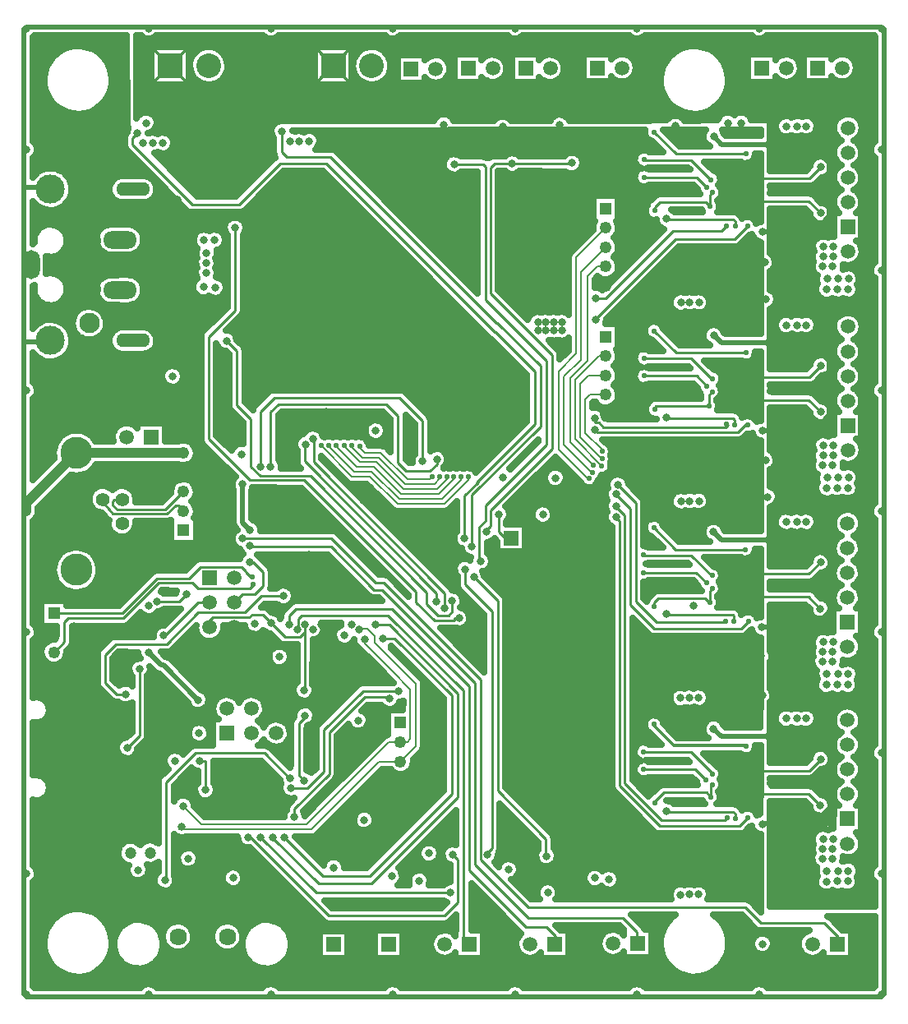
<source format=gbr>
G04 DipTrace 2.4.0.1*
%INBottom.gbr*%
%MOIN*%
%ADD14C,0.04*%
%ADD15C,0.01*%
%ADD16C,0.02*%
%ADD17C,0.006*%
%ADD19C,0.012*%
%ADD22C,0.025*%
%ADD23C,0.013*%
%ADD31O,0.0709X0.1181*%
%ADD33O,0.1378X0.0551*%
%ADD35O,0.1378X0.0709*%
%ADD36C,0.1181*%
%ADD38C,0.0827*%
%ADD40C,0.0559*%
%ADD42C,0.1299*%
%ADD44R,0.0591X0.0591*%
%ADD45C,0.0591*%
%ADD46C,0.0591*%
%ADD47R,0.1X0.1*%
%ADD49C,0.1*%
%ADD50C,0.0705*%
%ADD63R,0.0492X0.0492*%
%ADD64C,0.0492*%
%ADD65C,0.0492*%
%ADD76C,0.0472*%
%ADD99C,0.032*%
%ADD101C,0.022*%
%FSLAX44Y44*%
G04*
G70*
G90*
G75*
G01*
%LNBottom*%
%LPD*%
X4493Y10413D2*
D15*
X5000Y10920D1*
Y13610D1*
X7670Y8700D2*
Y9880D1*
X7420D1*
X30500Y34890D2*
D16*
X28610D1*
X28290Y35210D1*
X30500Y34890D2*
X32240D1*
X32980Y34150D1*
Y31970D1*
X32360Y31350D1*
X30270D1*
X30260Y31340D1*
X30500Y26830D2*
X28610D1*
X28290Y27150D1*
X30500Y26830D2*
X32240D1*
X32970Y26100D1*
Y23900D1*
X32360Y23290D1*
X30270D1*
X30260Y23280D1*
X30487Y18849D2*
X28597D1*
X28277Y19169D1*
X30487Y18849D2*
X32227D1*
X32990Y18087D1*
Y15952D1*
X32347Y15309D1*
X30257D1*
X30247Y15299D1*
X30490Y10870D2*
X28600D1*
X28280Y11190D1*
X30490Y10870D2*
X32230D1*
X32990Y10110D1*
Y7970D1*
X32350Y7330D1*
X30260D1*
X30250Y7320D1*
X19560Y19870D2*
D15*
Y19190D1*
X19825Y18925D1*
X20075D1*
X17040Y16340D2*
Y16690D1*
X11700Y22030D1*
Y22725D1*
X11725D1*
X35030Y410D2*
X35090D1*
X410Y39590D2*
D16*
Y39660D1*
X35090D1*
Y39590D1*
X410Y410D2*
X310D1*
Y26873D1*
Y29720D1*
Y30280D1*
Y33132D1*
Y39590D1*
X410D1*
X35090Y410D2*
Y300D1*
X410D1*
Y410D1*
X35090Y39590D2*
X35190D1*
Y410D1*
X35090D1*
X2431Y22370D2*
D14*
X410Y20349D1*
Y20000D1*
X6775Y22380D2*
X2441D1*
X2431Y22370D1*
X310Y26873D2*
D16*
X1321D1*
X1378Y26929D1*
X310Y33132D2*
X1317D1*
D15*
X1378Y33071D1*
X310Y29720D2*
X590Y30000D1*
X310Y30280D2*
X590Y30000D1*
X3498Y20492D2*
X3590Y20280D1*
X3900Y19920D1*
X6110D1*
X6450Y20260D1*
X6580D1*
X6660Y20220D1*
X6710Y20170D1*
X6775Y20017D1*
X4285Y20492D2*
X3982D1*
X3910Y20420D1*
Y20250D1*
X4090Y20070D1*
X6020D1*
X6775Y20825D1*
Y20805D1*
X24325Y19775D2*
Y19750D1*
X24475Y19600D1*
Y8875D1*
X26100Y7250D1*
X29340D1*
X29670Y7580D1*
X25863Y11365D2*
D19*
Y11312D1*
X26675Y10500D1*
X29560D1*
X29590Y10470D1*
X28225Y9350D2*
D15*
Y9385D1*
X27370Y10240D1*
X25459D1*
X25443Y10255D1*
Y9535D2*
X27540D1*
X27950Y9125D1*
X29160Y7560D2*
Y7730D1*
X29065Y7825D1*
X26395D1*
X26370Y7850D1*
X28170Y8420D2*
Y8845D1*
X28225Y8900D1*
X25883Y8175D2*
Y8233D1*
X26250Y8600D1*
X27990D1*
X28170Y8420D1*
X24325Y20225D2*
X24300D1*
X24675Y19850D1*
Y8975D1*
X26175Y7475D1*
X28735D1*
X28840Y7580D1*
X18370Y2450D2*
Y2370D1*
X18140D1*
Y12730D1*
X15080Y15790D1*
X11570D1*
X11420Y15640D1*
Y15230D1*
X11390Y15200D1*
X17350Y16080D2*
X17370D1*
Y16690D1*
X12050Y22010D1*
Y22975D1*
X12025Y22950D1*
X14850Y14830D2*
Y14860D1*
X15330D1*
X17650Y12540D1*
Y8540D1*
X14330Y5220D1*
X12440D1*
X10880Y6780D1*
X30170Y33510D2*
X32160D1*
X32630Y33980D1*
X30150Y32580D2*
X32140D1*
X32620Y32100D1*
X30170Y25450D2*
X32160D1*
X32630Y25920D1*
X30150Y24520D2*
X32140D1*
X32620Y24040D1*
X30157Y17469D2*
X32147D1*
X32617Y17939D1*
X30137Y16539D2*
X32127D1*
X32607Y16059D1*
X30160Y9490D2*
X32150D1*
X32620Y9960D1*
X30140Y8560D2*
X32130D1*
X32610Y8080D1*
X18475Y18575D2*
Y20665D1*
X21250Y23440D1*
Y25900D1*
X19499Y27651D1*
X19469D1*
X12745Y34375D1*
X10965D1*
X10750Y34590D1*
Y35390D1*
X10770Y35410D1*
X18175Y18900D2*
Y20635D1*
X18726Y21186D1*
X18676D1*
X21020Y23530D1*
Y25690D1*
X19430Y27280D1*
X19400D1*
X12560Y34120D1*
X10700D1*
X9030Y32450D1*
X7125D1*
X4710Y34865D1*
Y35140D1*
X4910Y35340D1*
X18830Y17975D2*
X18770D1*
Y19370D1*
X19025Y19625D1*
Y20235D1*
X21490Y22700D1*
Y26110D1*
X19025Y28575D1*
Y33975D1*
X18920Y34080D1*
X17750D1*
X11100Y9180D2*
Y9160D1*
X10060Y10200D1*
X7250D1*
X6070Y9020D1*
Y5100D1*
X6020Y5050D1*
X5700Y16360D2*
X6610D1*
X6900Y16650D1*
X9460Y17950D2*
X9610D1*
X10010Y17550D1*
Y16970D1*
X9670Y16630D1*
X9170D1*
X8840Y16300D1*
X15510Y12700D2*
X15490Y12720D1*
X14060D1*
X12470Y11130D1*
Y9460D1*
X11790Y8780D1*
X11130D1*
X15140Y12410D2*
Y12360D1*
X15080D1*
Y12470D1*
X14120D1*
X12690Y11040D1*
Y9350D1*
X11275Y7935D1*
Y7600D1*
X1520Y15870D2*
X4290D1*
X5710Y17290D1*
X7000D1*
X7460Y17750D1*
X9120D1*
X9284Y17586D1*
Y17556D1*
X9520Y17320D1*
X9560Y17360D1*
X9600Y17030D2*
Y17010D1*
X9460Y16870D1*
X7380D1*
X7140Y17110D1*
X5780D1*
X4340Y15670D1*
X2100D1*
X1940Y15510D1*
Y14712D1*
X1520Y14292D1*
X18320Y21400D2*
D17*
Y21280D1*
X17350Y20310D1*
X15450D1*
X14340Y21420D1*
X13600D1*
X12350Y22670D1*
X23220Y21340D2*
X23160D1*
X21990Y22510D1*
Y25690D1*
X22700Y26400D1*
Y30303D1*
X23900Y31503D1*
X18020Y21400D2*
Y21280D1*
X17250Y20510D1*
X15520D1*
X14410Y21620D1*
X13690D1*
X12670Y22640D1*
Y22680D1*
X23380Y21590D2*
X23340D1*
X22210Y22720D1*
Y25480D1*
X22890Y26160D1*
Y29705D1*
X23900Y30715D1*
X12980Y22670D2*
Y22630D1*
X13800Y21810D1*
X14490D1*
X15590Y20710D1*
X17140D1*
X17740Y21310D1*
Y21400D1*
X23390Y21880D2*
X22450Y22820D1*
Y25400D1*
X23160Y26110D1*
Y29530D1*
X23558Y29928D1*
X23900D1*
X13290Y22670D2*
Y22630D1*
X13920Y22000D1*
X14600D1*
X15700Y20900D1*
X17050D1*
X17460Y21310D1*
Y21400D1*
X23740Y21850D2*
Y21860D1*
X22650Y22950D1*
Y25330D1*
X23623Y26303D1*
X23900D1*
X13610Y22670D2*
Y22620D1*
X14040Y22190D1*
X14690D1*
X15770Y21110D1*
X16950D1*
X17170Y21330D1*
Y21400D1*
X23750Y22150D2*
X23720D1*
X22860Y23010D1*
Y25170D1*
X23205Y25515D1*
X23900D1*
X13920Y22660D2*
X13850D1*
X14120Y22390D1*
X14780D1*
X15870Y21300D1*
X16760D1*
X16850Y21390D1*
X16860D1*
X23750Y22450D2*
Y22500D1*
X23070Y23180D1*
Y24530D1*
X23268Y24728D1*
X23900D1*
X10390Y6790D2*
D15*
Y6760D1*
X12250Y4900D1*
X14390D1*
X17910Y8420D1*
Y12620D1*
X15120Y15410D1*
X14560D1*
X19050Y19175D2*
X19000D1*
X19225Y19400D1*
Y20035D1*
X21730Y22540D1*
Y26330D1*
X19225Y28835D1*
Y33950D1*
X19385Y34110D1*
X20110D1*
X22510D1*
X22530Y34130D1*
X11680Y9090D2*
X11450Y9320D1*
Y11400D1*
X11700Y11650D1*
Y11720D1*
X11660Y12750D2*
X11700D1*
Y15092D1*
Y15425D1*
X7840Y15300D2*
Y15570D1*
X7970Y15700D1*
X9440D1*
X9550Y15810D1*
X9990D1*
X10325Y15475D1*
X11700Y15092D2*
X11682D1*
X11500Y14910D1*
X10890D1*
X10325Y15475D1*
X10540Y11010D2*
X10450Y11100D1*
X10570D1*
X5980Y14970D2*
X6040D1*
X7370Y16300D1*
X7840D1*
X10830Y16570D2*
X9940D1*
X9270Y15900D1*
X7380D1*
X6090Y14610D1*
X4020D1*
X3600Y14190D1*
Y13060D1*
X4070Y12590D1*
X4430D1*
X9400Y6790D2*
X9490D1*
X12680Y3600D1*
X17350D1*
X17900Y4150D1*
Y5880D1*
X17700Y6080D1*
X18200Y17660D2*
Y17050D1*
X19290Y15960D1*
Y6330D1*
X19040Y6080D1*
X19100D1*
X17950Y15680D2*
X17780D1*
Y15580D1*
X16950D1*
X16210Y16320D1*
Y16750D1*
X11682Y21278D1*
X9472D1*
X7800Y22950D1*
Y27090D1*
X8870Y28160D1*
Y31500D1*
X9890Y6790D2*
X9910D1*
X12160Y4540D1*
X17610D1*
X21500Y6025D2*
X21475D1*
Y6725D1*
X19530Y8670D1*
Y16370D1*
X18550Y17350D1*
X17680Y16380D2*
Y15940D1*
X17530Y15790D1*
X17110D1*
X16640Y16260D1*
Y16720D1*
X11930Y21430D1*
X9890D1*
X9510Y21810D1*
Y23730D1*
X8940Y24300D1*
Y26510D1*
X8525Y26925D1*
X13900Y15200D2*
D17*
X13930D1*
X13960Y15230D1*
X14240D1*
X14540Y14930D1*
Y14670D1*
X16210Y13000D1*
Y10485D1*
X15580Y9855D1*
X14715D1*
X11960Y7100D1*
X6600D1*
X6700Y7200D1*
X14120Y14820D2*
Y14660D1*
X15270Y13510D1*
X15260D1*
X15980Y12790D1*
Y10770D1*
X15870Y10660D1*
X15597D1*
X15580Y10643D1*
X15103D1*
X11780Y7320D1*
X7500D1*
X6760Y8060D1*
X5360Y14280D2*
D16*
X5870Y13770D1*
X5960D1*
X7371Y12359D1*
X9180Y21110D2*
Y19545D1*
X9475Y19250D1*
X23500Y27770D2*
D15*
X23530D1*
Y27850D1*
X26730Y31050D1*
X29120D1*
X29650Y31580D1*
X29590Y34500D2*
X26759D1*
X25873Y35385D1*
X9900Y21820D2*
Y24060D1*
X10450Y24610D1*
X15540D1*
X16475Y23675D1*
Y22045D1*
X28180Y33460D2*
X27380Y34260D1*
X25469D1*
X25453Y34275D1*
Y33555D2*
X27595D1*
X28000Y33150D1*
X29150Y31580D2*
Y31770D1*
X29075Y31845D1*
X26405D1*
X26380Y31870D1*
X28130Y32380D2*
X27950Y32560D1*
X26110D1*
X25893Y32343D1*
Y32195D1*
X28130Y32380D2*
Y32830D1*
X28240Y32940D1*
X23490Y28660D2*
X23910D1*
X26625Y31375D1*
X28595D1*
X28810Y31590D1*
X33290Y2450D2*
Y2280D1*
X33320D1*
Y2750D1*
X32760Y3310D1*
X30200D1*
X29560Y3950D1*
X20750D1*
X18820Y5880D1*
Y13190D1*
X14897Y17113D1*
X14577D1*
X12780Y18910D1*
X9190D1*
X9180Y18900D1*
X29670Y23500D2*
X29550D1*
X29270Y23220D1*
X23560D1*
X23470Y23310D1*
X29590Y26440D2*
X26759D1*
X25873Y27325D1*
X10310Y21820D2*
Y24035D1*
X10625Y24350D1*
X15000D1*
X15475Y23875D1*
Y21975D1*
X15800Y21650D1*
X16775D1*
X17050Y21925D1*
Y22120D1*
X28240Y25390D2*
X28190D1*
X27380Y26200D1*
X25469D1*
X25453Y26215D1*
X29140Y23510D2*
Y23720D1*
X29075Y23785D1*
X26405D1*
X26380Y23810D1*
X28090Y24270D2*
X25920D1*
X25893Y24243D1*
Y24135D1*
X28090Y24270D2*
Y24730D1*
X28220Y24860D1*
X23450Y23790D2*
Y23600D1*
X23620D1*
X23795Y23425D1*
X28775D1*
X28850Y23500D1*
X28840D1*
X28800Y23540D1*
X25200Y2480D2*
X25160D1*
Y2960D1*
X24600Y3520D1*
X20750D1*
X18590Y5680D1*
Y13060D1*
X14823Y16827D1*
X14503D1*
X12760Y18570D1*
X9505D1*
X9475Y18600D1*
X25453Y25495D2*
X27595D1*
X28000Y25090D1*
X24325Y20700D2*
X24300D1*
X24900Y20100D1*
Y16225D1*
X25875Y15250D1*
X29390D1*
X29690Y15550D1*
X29577Y18459D2*
X26746D1*
X25860Y19345D1*
X28220Y17400D2*
X28187D1*
X27367Y18219D1*
X25456D1*
X25440Y18235D1*
Y17515D2*
X27582D1*
X27987Y17109D1*
X29100Y15540D2*
Y15767D1*
X29062Y15805D1*
X26392D1*
X26367Y15829D1*
X28130Y16320D2*
Y16280D1*
X27940Y16470D1*
X26045D1*
X25880Y16305D1*
Y16155D1*
X28130Y16320D2*
Y16780D1*
X28220Y16870D1*
X24395Y21080D2*
X25125Y20350D1*
Y16350D1*
X25950Y15525D1*
X28725D1*
X28750Y15550D1*
X21830Y2450D2*
X21850D1*
Y2790D1*
X21510Y3130D1*
X20670D1*
X18350Y5450D1*
Y12920D1*
X15220Y16050D1*
X11340D1*
X11060Y15770D1*
Y15440D1*
X11075Y15425D1*
D99*
X4493Y10413D3*
X5000Y13610D3*
X7420Y9880D3*
X6330Y25480D3*
X19960Y5480D3*
X23460Y5130D3*
X19960Y5480D3*
X17040Y16340D3*
X24325Y19775D3*
Y20225D3*
X17350Y16080D3*
X18830Y17975D3*
X6020Y5050D3*
X6900Y16650D3*
X9460Y17950D3*
X11700Y11720D3*
X11660Y12750D3*
X4430Y12590D3*
X10830Y16570D3*
X17700Y6080D3*
X18200Y17660D3*
X17950Y15680D3*
X8870Y31500D3*
X17610Y4540D3*
X18550Y17350D3*
X17680Y16380D3*
X8525Y26925D3*
X6700Y7200D3*
X6760Y8060D3*
X5360Y14280D3*
X7371Y12359D3*
X23500Y27770D3*
X16475Y22045D3*
X23490Y28660D3*
X23470Y23310D3*
X17050Y22120D3*
X23450Y23790D3*
X24325Y20700D3*
X24395Y21080D3*
X2370Y25820D3*
Y25280D3*
X4930Y15390D3*
X7790Y33160D3*
X30170Y33510D3*
Y33050D3*
X30150Y32580D3*
X29690Y33080D3*
Y33520D3*
X29680Y32610D3*
X29220D3*
X29230Y33050D3*
X29210Y33520D3*
D101*
X28810Y31590D3*
X29150Y31580D3*
X29650D3*
X28130Y32380D3*
X28240Y32940D3*
X28000Y33150D3*
X28180Y33460D3*
X29590Y34500D3*
D99*
X30500Y34890D3*
X28290Y35210D3*
X32630Y33980D3*
X32620Y32100D3*
X30260Y31340D3*
X28410Y28560D3*
Y28920D3*
X29180D3*
X28770Y28560D3*
Y28910D3*
X29180Y28560D3*
X29400Y35330D3*
X28850D3*
X29400Y35760D3*
X28850D3*
X32040Y35620D3*
X31670D3*
X31230D3*
X26730Y35630D3*
D101*
X25893Y32195D3*
X25453Y33555D3*
Y34275D3*
X25873Y35385D3*
D99*
X26380Y31870D3*
X9890Y6790D3*
X10940Y32880D3*
X11410Y32870D3*
X11900Y32850D3*
X13210Y31950D3*
X11930Y30190D3*
X12610Y30210D3*
X12600Y29150D3*
X9440Y29580D3*
X7610Y31010D3*
X8030D3*
X7590Y29100D3*
X8060Y29080D3*
X7700Y29670D3*
Y30080D3*
X7710Y30490D3*
X10770Y35410D3*
X11100Y35020D3*
X11470Y35010D3*
X11860Y35020D3*
X5140Y34950D3*
X5540D3*
X5930D3*
X4910Y35340D3*
X12550Y25110D3*
Y24040D3*
X11720Y25160D3*
X9370Y24410D3*
X9400Y6790D3*
X10730Y27860D3*
X11130D3*
X11540Y27850D3*
X12870Y27000D3*
X18810Y34890D3*
X19720Y35600D3*
X17340Y35690D3*
X17010Y35250D3*
X22040Y35670D3*
X21700Y35230D3*
X17750Y34080D3*
X20110Y34110D3*
X33133Y30735D3*
X33123Y30345D3*
X33113Y29945D3*
X32733Y30735D3*
X32723Y30345D3*
X32713Y29945D3*
X32883Y29435D3*
X33753Y29445D3*
X33333D3*
X32863Y29005D3*
X33733Y29015D3*
X33313D3*
X31483Y28445D3*
X32213Y28455D3*
X31843D3*
X26953Y28475D3*
X27683Y28485D3*
X27313D3*
X33133Y22675D3*
X26193Y29955D3*
X33123Y22285D3*
X33113Y21885D3*
X32733Y22675D3*
X32723Y22285D3*
X32713Y21885D3*
X32883Y21375D3*
X33753Y21385D3*
X33333D3*
X30170Y25450D3*
Y24990D3*
X30150Y24520D3*
X29690Y25020D3*
Y25460D3*
X29680Y24550D3*
X29220D3*
X29230Y24990D3*
X29210Y25460D3*
D101*
X28800Y23540D3*
X29140Y23510D3*
X29670Y23500D3*
X28090Y24270D3*
X28220Y24860D3*
X28000Y25090D3*
X28240Y25390D3*
X29590Y26440D3*
D99*
X30500Y26830D3*
X28290Y27150D3*
X32630Y25920D3*
X32620Y24040D3*
X30260Y23280D3*
X28410Y20500D3*
Y20860D3*
X29180D3*
X28770Y20500D3*
Y20850D3*
X29180Y20500D3*
X29400Y27270D3*
X28850D3*
X29400Y27700D3*
X28850D3*
X32040Y27560D3*
X31670D3*
X31230D3*
X26730Y27570D3*
D101*
X25893Y24135D3*
X25453Y25495D3*
Y26215D3*
X25873Y27325D3*
D99*
X26380Y23810D3*
X32863Y20945D3*
X33733Y20955D3*
X33313D3*
X31483Y20385D3*
X32213Y20395D3*
X31843D3*
X26953Y20415D3*
X27683Y20425D3*
X27313D3*
X26193Y21895D3*
X33120Y14695D3*
X33110Y14305D3*
X33100Y13905D3*
X32720Y14695D3*
X32710Y14305D3*
X32700Y13905D3*
X32870Y13395D3*
X33740Y13405D3*
X33320D3*
X30157Y17469D3*
Y17009D3*
X30137Y16539D3*
X29677Y17039D3*
Y17479D3*
X29667Y16569D3*
X29207D3*
X29217Y17009D3*
X29197Y17479D3*
D101*
X28750Y15550D3*
X29100Y15540D3*
X29690Y15550D3*
X28130Y16320D3*
X28220Y16870D3*
X27987Y17109D3*
X28220Y17400D3*
X29577Y18459D3*
D99*
X30487Y18849D3*
X28277Y19169D3*
X32617Y17939D3*
X32607Y16059D3*
X30247Y15299D3*
X28397Y12519D3*
Y12879D3*
X29167D3*
X28757Y12519D3*
Y12869D3*
X29167Y12519D3*
X29387Y19289D3*
X28837D3*
X29387Y19719D3*
X28837D3*
X32027Y19579D3*
X31657D3*
X31217D3*
X26717Y19589D3*
D101*
X25880Y16155D3*
X25440Y17515D3*
Y18235D3*
X25860Y19345D3*
D99*
X26367Y15829D3*
X32850Y12965D3*
X33720Y12975D3*
X33300D3*
X31470Y12405D3*
X32200Y12415D3*
X31830D3*
X26940Y12435D3*
X27670Y12445D3*
X27300D3*
X26180Y13915D3*
X33123Y6715D3*
X33113Y6325D3*
X33103Y5925D3*
X32723Y6715D3*
X32713Y6325D3*
X32703Y5925D3*
X32873Y5415D3*
X33743Y5425D3*
X33323D3*
X30160Y9490D3*
Y9030D3*
X30140Y8560D3*
X29680Y9060D3*
Y9500D3*
X29670Y8590D3*
X29210D3*
X29220Y9030D3*
X29200Y9500D3*
D101*
X28840Y7580D3*
X29160Y7560D3*
X29670Y7580D3*
X28170Y8420D3*
X28225Y8900D3*
X27950Y9125D3*
X28225Y9350D3*
X29590Y10470D3*
D99*
X30490Y10870D3*
X28280Y11190D3*
X32620Y9960D3*
X32610Y8080D3*
X30250Y7320D3*
X28400Y4540D3*
Y4900D3*
X29170D3*
X28760Y4540D3*
Y4890D3*
X29170Y4540D3*
X29390Y11310D3*
X28840D3*
X29390Y11740D3*
X28840D3*
X32030Y11600D3*
X31660D3*
X31220D3*
X26720Y11610D3*
D101*
X25883Y8175D3*
X25443Y9535D3*
Y10255D3*
X25863Y11365D3*
D99*
X26370Y7850D3*
X32853Y4985D3*
X33723Y4995D3*
X33303D3*
X31473Y4425D3*
X32203Y4435D3*
X31833D3*
X26943Y4455D3*
X27673Y4465D3*
X27303D3*
X26183Y5935D3*
X22530Y34130D3*
X19625Y30250D3*
X20575D3*
Y29875D3*
X19625D3*
X20575Y30625D3*
X19625D3*
X21625Y33450D3*
X410Y39590D3*
X8140Y33150D3*
X19100Y6080D3*
X21500Y6025D3*
X10390Y6790D3*
X10880Y6780D3*
X8490Y33150D3*
X11275Y7600D3*
X11130Y8780D3*
X11680Y9090D3*
X11100Y9180D3*
X9825Y8375D3*
X4520Y11260D3*
X8840Y33140D3*
X15510Y12700D3*
X15140Y12410D3*
X14850Y14830D3*
X14560Y15410D3*
X14120Y14820D3*
X13900Y15200D3*
X13600Y15425D3*
X13300Y14970D3*
X11700Y15425D3*
X12350D3*
X12025Y15225D3*
X11230Y13220D3*
X14330Y13260D3*
X8540Y13150D3*
X20600Y25475D3*
Y25075D3*
Y24600D3*
X19625Y25475D3*
Y25075D3*
Y24600D3*
X21500Y28300D3*
X21150Y27675D3*
X21475D3*
X21800D3*
X22125D3*
X21150Y27350D3*
X21475D3*
X21800D3*
X22125D3*
X10310Y21820D3*
X9900D3*
X14575Y23275D3*
X10250Y8375D3*
Y7900D3*
X19050Y19175D3*
X18175Y18900D3*
X18475Y18575D3*
X9850Y7875D3*
X10725Y22775D3*
X11725Y22725D3*
X12025Y22950D3*
X14220Y22830D3*
X16070Y23380D3*
X9025Y23250D3*
X9475Y18600D3*
X9180Y18900D3*
X11390Y15200D3*
X11075Y15425D3*
X5375Y16175D3*
X20775Y6070D3*
X16730Y6130D3*
X15225Y5210D3*
X30260Y2460D3*
X24040Y5080D3*
X21555Y4550D3*
X16340Y5020D3*
X13200Y10590D3*
X12850Y6260D3*
X10030Y3800D3*
X12925Y4060D3*
X19560Y19870D3*
X21350Y19875D3*
X19740Y21390D3*
X9675Y15450D3*
X10325Y15475D3*
X9125Y22325D3*
X21860Y21360D3*
X5700Y16360D3*
X5980Y14970D3*
X5640Y18710D3*
X2325Y15350D3*
X23100Y6050D3*
X6990Y3825D3*
X8255Y4075D3*
X9300Y4100D3*
X7410Y11010D3*
X10675Y14100D3*
X9575Y14750D3*
X9180Y21110D3*
X9475Y19250D3*
X7670Y8700D3*
X6675Y28550D3*
X6700Y27975D3*
Y27425D3*
X6100Y32650D3*
X6075Y31725D3*
X6525D3*
Y32650D3*
X5700D3*
X5675Y31725D3*
X410Y410D3*
X35090Y39590D3*
Y410D3*
X4930Y5460D3*
X6970Y5920D3*
X8790Y5140D3*
X13860Y11520D3*
X12870Y5560D3*
X14110Y7490D3*
X6430Y9880D3*
X12960Y19400D3*
X11910Y20430D3*
X14070Y20460D3*
Y18250D3*
X11870Y18230D3*
X410Y5300D3*
Y15100D3*
Y20000D3*
Y24900D3*
Y34690D3*
X35090D3*
Y29790D3*
Y24900D3*
X5360Y39590D3*
X35090Y20000D3*
Y15100D3*
Y10200D3*
Y5310D3*
X10320Y39590D3*
X15270D3*
X20230D3*
X25180D3*
X30130D3*
X5360Y410D3*
X10320D3*
X15270D3*
X20230D3*
X25180D3*
X30130D3*
X20570Y6890D3*
X7210Y11880D3*
X16040Y13680D3*
X17640Y14920D3*
D101*
X16870Y21400D3*
D99*
X19240Y18710D3*
X22080Y19890D3*
X25700Y9070D3*
X27560Y8180D3*
X27300Y11030D3*
X25710Y17060D3*
X27290Y18900D3*
X30250Y12540D3*
X30210Y14130D3*
X27480Y16180D3*
X30460Y20590D3*
X30390Y22080D3*
X25700Y25020D3*
X27340Y26860D3*
X30350Y30100D3*
X30400Y28600D3*
X25720Y33130D3*
X27360Y34970D3*
X27510Y32210D3*
X5260Y35760D3*
X7460Y19800D3*
X8410Y18730D3*
X2370Y24610D3*
Y24040D3*
D101*
X12350Y22670D3*
X12670Y22680D3*
X12980Y22670D3*
X13290D3*
X13610D3*
X13920Y22660D3*
X9560Y17360D3*
X9600Y17030D3*
X17170Y21400D3*
X17460D3*
X18020D3*
X17740D3*
X18320D3*
X23750Y22450D3*
Y22150D3*
X23740Y21850D3*
X23390Y21880D3*
X23380Y21590D3*
X23220Y21340D3*
X4877Y39198D2*
D22*
X5171D1*
X5549D2*
X10132D1*
X10510D2*
X15081D1*
X15459D2*
X20042D1*
X20416D2*
X24991D1*
X25369D2*
X29940D1*
X30318D2*
X34800D1*
X4881Y38949D2*
X34800D1*
X4881Y38700D2*
X5452D1*
X7029D2*
X7327D1*
X8271D2*
X12061D1*
X13639D2*
X13936D1*
X14881D2*
X26804D1*
X28197D2*
X34800D1*
X4881Y38452D2*
X5452D1*
X7029D2*
X7107D1*
X8494D2*
X12061D1*
X13639D2*
X13718D1*
X15104D2*
X15425D1*
X16596D2*
X16737D1*
X17283D2*
X17733D1*
X18904D2*
X19009D1*
X19631D2*
X20065D1*
X21236D2*
X21339D1*
X21963D2*
X22975D1*
X24904D2*
X26479D1*
X28518D2*
X29643D1*
X30814D2*
X30901D1*
X31557D2*
X31905D1*
X33834D2*
X34800D1*
X4885Y38203D2*
X5452D1*
X8580D2*
X12061D1*
X15189D2*
X15425D1*
X17533D2*
X17733D1*
X19854D2*
X20065D1*
X22186D2*
X22975D1*
X25104D2*
X26292D1*
X28709D2*
X29643D1*
X31768D2*
X31903D1*
X34033D2*
X34800D1*
X4885Y37954D2*
X5452D1*
X8580D2*
X12061D1*
X15189D2*
X15425D1*
X17596D2*
X17733D1*
X19904D2*
X20065D1*
X22236D2*
X22975D1*
X25143D2*
X26175D1*
X28822D2*
X29643D1*
X31814D2*
X31907D1*
X34072D2*
X34800D1*
X4889Y37705D2*
X5452D1*
X7029D2*
X7107D1*
X8490D2*
X12061D1*
X13639D2*
X13718D1*
X15104D2*
X15425D1*
X17537D2*
X17733D1*
X19838D2*
X20065D1*
X22170D2*
X22975D1*
X25068D2*
X26116D1*
X28885D2*
X29643D1*
X31744D2*
X31905D1*
X33998D2*
X34800D1*
X4889Y37457D2*
X5452D1*
X7029D2*
X7331D1*
X8268D2*
X12061D1*
X13639D2*
X13940D1*
X14877D2*
X15425D1*
X16596D2*
X16718D1*
X17299D2*
X17733D1*
X18904D2*
X19072D1*
X19568D2*
X20065D1*
X21236D2*
X21401D1*
X21900D2*
X22975D1*
X24146D2*
X24362D1*
X24756D2*
X26100D1*
X28900D2*
X29643D1*
X30814D2*
X31007D1*
X31455D2*
X31905D1*
X33076D2*
X33292D1*
X33686D2*
X34800D1*
X4889Y37208D2*
X26132D1*
X28869D2*
X34800D1*
X4893Y36959D2*
X26210D1*
X28791D2*
X34800D1*
X4893Y36711D2*
X26346D1*
X28654D2*
X34800D1*
X4896Y36462D2*
X26573D1*
X28428D2*
X34800D1*
X4896Y36213D2*
X26987D1*
X28014D2*
X34800D1*
X5658Y35965D2*
X16991D1*
X17689D2*
X19475D1*
X19963D2*
X21710D1*
X22369D2*
X26444D1*
X27018D2*
X28452D1*
X29799D2*
X30956D1*
X32314D2*
X33315D1*
X34131D2*
X34800D1*
X5709Y35716D2*
X10452D1*
X30600D2*
X30792D1*
X32479D2*
X33163D1*
X34283D2*
X34800D1*
X5592Y35467D2*
X10323D1*
X30600D2*
X30807D1*
X32463D2*
X33143D1*
X34303D2*
X34800D1*
X6283Y35219D2*
X10366D1*
X30600D2*
X31065D1*
X31393D2*
X31506D1*
X32205D2*
X33249D1*
X34197D2*
X34800D1*
X6381Y34970D2*
X10409D1*
X30600D2*
X33323D1*
X34115D2*
X34745D1*
X6314Y34721D2*
X10409D1*
X30600D2*
X33163D1*
X34279D2*
X34639D1*
X5701Y34473D2*
X10432D1*
X30600D2*
X33139D1*
X34299D2*
X34698D1*
X5939Y34224D2*
X10335D1*
X30600D2*
X32257D1*
X33002D2*
X33241D1*
X34201D2*
X34800D1*
X6178Y33975D2*
X10085D1*
X30600D2*
X32155D1*
X33080D2*
X33331D1*
X34111D2*
X34800D1*
X6416Y33726D2*
X9835D1*
X32994D2*
X33163D1*
X34275D2*
X34800D1*
X6654Y33478D2*
X9589D1*
X32600D2*
X33139D1*
X34299D2*
X34800D1*
X6893Y33229D2*
X9339D1*
X32326D2*
X33237D1*
X34205D2*
X34800D1*
X7131Y32980D2*
X9089D1*
X30615D2*
X33335D1*
X34104D2*
X34800D1*
X32459Y32732D2*
X33167D1*
X34275D2*
X34800D1*
X32830Y32483D2*
X33139D1*
X34303D2*
X34800D1*
X30600Y32234D2*
X32014D1*
X33049D2*
X33233D1*
X34209D2*
X34800D1*
X30600Y31986D2*
X32186D1*
X33053D2*
X33135D1*
X34307D2*
X34800D1*
X30600Y31737D2*
X32374D1*
X32865D2*
X33136D1*
X34307D2*
X34800D1*
X30600Y31488D2*
X33136D1*
X34307D2*
X34800D1*
X30600Y31240D2*
X33136D1*
X34307D2*
X34800D1*
X30600Y30991D2*
X32370D1*
X34307D2*
X34800D1*
X30600Y30742D2*
X32284D1*
X34271D2*
X34800D1*
X30600Y30494D2*
X32300D1*
X34307D2*
X34800D1*
X30775Y30245D2*
X32284D1*
X34221D2*
X34800D1*
X30787Y29996D2*
X32268D1*
X33857D2*
X34694D1*
X30611Y29747D2*
X32311D1*
X34076D2*
X34643D1*
X30600Y29499D2*
X32436D1*
X34201D2*
X34757D1*
X30600Y29250D2*
X32475D1*
X34154D2*
X34800D1*
X30600Y29001D2*
X32413D1*
X34182D2*
X34800D1*
X30822Y28753D2*
X32495D1*
X34092D2*
X34800D1*
X30838Y28504D2*
X34800D1*
X30674Y28255D2*
X34800D1*
X30600Y28007D2*
X33471D1*
X33979D2*
X34800D1*
X30600Y27758D2*
X30831D1*
X32439D2*
X33202D1*
X34244D2*
X34800D1*
X30600Y27509D2*
X30784D1*
X32486D2*
X33139D1*
X34307D2*
X34800D1*
X30600Y27261D2*
X30905D1*
X32365D2*
X33190D1*
X34256D2*
X34800D1*
X30600Y27012D2*
X33417D1*
X34033D2*
X34800D1*
X30600Y26763D2*
X33206D1*
X34232D2*
X34800D1*
X30600Y26515D2*
X33136D1*
X34303D2*
X34800D1*
X30600Y26266D2*
X32358D1*
X32900D2*
X33182D1*
X34260D2*
X34800D1*
X30600Y26017D2*
X32190D1*
X33068D2*
X33393D1*
X34045D2*
X34800D1*
X30600Y25768D2*
X32007D1*
X33053D2*
X33210D1*
X34232D2*
X34800D1*
X32799Y25520D2*
X33136D1*
X34303D2*
X34800D1*
X32451Y25271D2*
X33179D1*
X34260D2*
X34800D1*
X30619Y25022D2*
X33386D1*
X34053D2*
X34659D1*
X32350Y24774D2*
X33214D1*
X34229D2*
X34659D1*
X32604Y24525D2*
X33136D1*
X34303D2*
X34800D1*
X32998Y24276D2*
X33179D1*
X34264D2*
X34800D1*
X30600Y24028D2*
X32163D1*
X34307D2*
X34800D1*
X30600Y23779D2*
X32261D1*
X32979D2*
X33136D1*
X34307D2*
X34800D1*
X30600Y23530D2*
X33136D1*
X34307D2*
X34800D1*
X30600Y23282D2*
X33136D1*
X34307D2*
X34800D1*
X30600Y23033D2*
X32479D1*
X34307D2*
X34800D1*
X30600Y22784D2*
X32296D1*
X34221D2*
X34800D1*
X30600Y22536D2*
X32307D1*
X34307D2*
X34800D1*
X30787Y22287D2*
X32272D1*
X34271D2*
X34800D1*
X30838Y22038D2*
X32292D1*
X34084D2*
X34800D1*
X30725Y21789D2*
X32276D1*
X33908D2*
X34800D1*
X30600Y21541D2*
X32440D1*
X34174D2*
X34800D1*
X30600Y21292D2*
X32440D1*
X34193D2*
X34800D1*
X30600Y21043D2*
X32425D1*
X34174D2*
X34800D1*
X30857Y20795D2*
X32440D1*
X34150D2*
X34800D1*
X30908Y20546D2*
X32694D1*
X33033D2*
X33176D1*
X33451D2*
X33593D1*
X33871D2*
X34800D1*
X30795Y20297D2*
X34761D1*
X30600Y20049D2*
X33518D1*
X33904D2*
X34643D1*
X30600Y19800D2*
X30831D1*
X32416D2*
X33202D1*
X34217D2*
X34690D1*
X30600Y19551D2*
X30768D1*
X32475D2*
X33128D1*
X34295D2*
X34800D1*
X30600Y19303D2*
X30870D1*
X32373D2*
X33167D1*
X34256D2*
X34800D1*
X30600Y19054D2*
X33366D1*
X34053D2*
X34800D1*
X30600Y18805D2*
X33206D1*
X34209D2*
X34800D1*
X30600Y18557D2*
X33124D1*
X34291D2*
X34800D1*
X30600Y18308D2*
X32382D1*
X32854D2*
X33159D1*
X34256D2*
X34800D1*
X30600Y18059D2*
X32186D1*
X33049D2*
X33350D1*
X34064D2*
X34800D1*
X30600Y17810D2*
X32018D1*
X33049D2*
X33210D1*
X34205D2*
X34800D1*
X32838Y17562D2*
X33124D1*
X34291D2*
X34800D1*
X32463Y17313D2*
X33159D1*
X34256D2*
X34800D1*
X30604Y17064D2*
X33343D1*
X34072D2*
X34800D1*
X32303Y16816D2*
X33214D1*
X34201D2*
X34800D1*
X32568Y16567D2*
X33124D1*
X34291D2*
X34800D1*
X32971Y16318D2*
X33155D1*
X34260D2*
X34800D1*
X30600Y16070D2*
X32128D1*
X33057D2*
X33335D1*
X34080D2*
X34800D1*
X30600Y15821D2*
X32229D1*
X32982D2*
X33124D1*
X34291D2*
X34800D1*
X30600Y15572D2*
X33124D1*
X34291D2*
X34800D1*
X30600Y15324D2*
X33124D1*
X34291D2*
X34702D1*
X30600Y15075D2*
X32507D1*
X34291D2*
X34639D1*
X30600Y14826D2*
X32292D1*
X34193D2*
X34741D1*
X30600Y14578D2*
X32288D1*
X34291D2*
X34800D1*
X30611Y14329D2*
X32261D1*
X34268D2*
X34800D1*
X30658Y14080D2*
X32288D1*
X34100D2*
X34800D1*
X30600Y13831D2*
X32257D1*
X33545D2*
X34800D1*
X30600Y13583D2*
X32397D1*
X34150D2*
X34800D1*
X30600Y13334D2*
X32425D1*
X34186D2*
X34800D1*
X30600Y13085D2*
X32417D1*
X34154D2*
X34800D1*
X30600Y12837D2*
X32421D1*
X34146D2*
X34800D1*
X30697Y12588D2*
X32628D1*
X33920D2*
X34800D1*
X30650Y12339D2*
X34800D1*
X30600Y12091D2*
X33616D1*
X33813D2*
X34800D1*
X30600Y11842D2*
X30846D1*
X32404D2*
X33218D1*
X34205D2*
X34800D1*
X30600Y11593D2*
X30768D1*
X32479D2*
X33132D1*
X34295D2*
X34800D1*
X30600Y11345D2*
X30854D1*
X32396D2*
X33163D1*
X34264D2*
X34800D1*
X30600Y11096D2*
X33343D1*
X34084D2*
X34800D1*
X30600Y10847D2*
X33221D1*
X34197D2*
X34800D1*
X30600Y10599D2*
X33128D1*
X34291D2*
X34800D1*
X30600Y10350D2*
X32425D1*
X32814D2*
X33155D1*
X34264D2*
X34667D1*
X30600Y10101D2*
X32194D1*
X33045D2*
X33323D1*
X34096D2*
X34651D1*
X30600Y9852D2*
X32042D1*
X33057D2*
X33225D1*
X34193D2*
X34800D1*
X32877Y9604D2*
X33132D1*
X34291D2*
X34800D1*
X32486Y9355D2*
X33151D1*
X34268D2*
X34800D1*
X30604Y9106D2*
X33319D1*
X34100D2*
X34800D1*
X32256Y8858D2*
X33229D1*
X34189D2*
X34800D1*
X32553Y8609D2*
X33132D1*
X34291D2*
X34800D1*
X32955Y8360D2*
X33151D1*
X34268D2*
X34800D1*
X30600Y8112D2*
X32108D1*
X33061D2*
X33311D1*
X34107D2*
X34800D1*
X30600Y7863D2*
X32221D1*
X33002D2*
X33126D1*
X34295D2*
X34800D1*
X30600Y7614D2*
X33124D1*
X34295D2*
X34800D1*
X30600Y7366D2*
X33124D1*
X34295D2*
X34800D1*
X30600Y7117D2*
X32561D1*
X34295D2*
X34800D1*
X30600Y6868D2*
X32304D1*
X34182D2*
X34800D1*
X30600Y6620D2*
X32284D1*
X34291D2*
X34800D1*
X30600Y6371D2*
X32264D1*
X34275D2*
X34800D1*
X30600Y6122D2*
X32304D1*
X34127D2*
X34800D1*
X30600Y5873D2*
X32257D1*
X33549D2*
X34800D1*
X30600Y5625D2*
X32378D1*
X34143D2*
X34780D1*
X30600Y5376D2*
X32425D1*
X34189D2*
X34643D1*
X30600Y5127D2*
X32429D1*
X34150D2*
X34682D1*
X30600Y4879D2*
X32417D1*
X34158D2*
X34800D1*
X30600Y4630D2*
X32596D1*
X33967D2*
X34800D1*
X30600Y4381D2*
X34800D1*
X30600Y4133D2*
X34800D1*
X33285Y32110D2*
X33375D1*
X33287Y32194D1*
X33219Y32299D1*
X33176Y32416D1*
X33160Y32540D1*
X33171Y32664D1*
X33210Y32783D1*
X33274Y32890D1*
X33361Y32980D1*
X33468Y33050D1*
X33376Y33107D1*
X33287Y33194D1*
X33219Y33299D1*
X33176Y33416D1*
X33160Y33540D1*
X33171Y33664D1*
X33210Y33783D1*
X33274Y33890D1*
X33361Y33980D1*
X33468Y34050D1*
X33376Y34107D1*
X33287Y34194D1*
X33219Y34299D1*
X33176Y34416D1*
X33160Y34540D1*
X33171Y34664D1*
X33210Y34783D1*
X33274Y34890D1*
X33361Y34980D1*
X33475Y35053D1*
X33380Y35113D1*
X33290Y35200D1*
X33222Y35304D1*
X33179Y35421D1*
X33163Y35545D1*
X33175Y35669D1*
X33214Y35788D1*
X33278Y35895D1*
X33364Y35985D1*
X33468Y36054D1*
X33584Y36098D1*
X33708Y36115D1*
X33832Y36105D1*
X33951Y36067D1*
X34059Y36004D1*
X34150Y35919D1*
X34220Y35815D1*
X34265Y35699D1*
X34284Y35555D1*
X34270Y35431D1*
X34229Y35314D1*
X34163Y35208D1*
X34075Y35119D1*
X33966Y35051D1*
X34056Y34999D1*
X34147Y34913D1*
X34216Y34810D1*
X34262Y34694D1*
X34280Y34550D1*
X34266Y34426D1*
X34225Y34308D1*
X34159Y34202D1*
X34072Y34114D1*
X33970Y34049D1*
X34056Y33999D1*
X34147Y33913D1*
X34216Y33810D1*
X34262Y33694D1*
X34280Y33550D1*
X34266Y33426D1*
X34225Y33308D1*
X34159Y33202D1*
X34072Y33114D1*
X33970Y33049D1*
X34056Y32999D1*
X34147Y32913D1*
X34216Y32810D1*
X34262Y32694D1*
X34280Y32550D1*
X34266Y32426D1*
X34225Y32308D1*
X34159Y32202D1*
X34068Y32112D1*
X34280Y32110D1*
Y30990D1*
X34065D1*
X34150Y30909D1*
X34220Y30805D1*
X34265Y30689D1*
X34284Y30545D1*
X34270Y30421D1*
X34229Y30304D1*
X34163Y30198D1*
X34075Y30109D1*
X33970Y30042D1*
X33852Y30000D1*
X33728Y29985D1*
X33604Y29998D1*
X33534Y30021D1*
X33538Y29945D1*
X33521Y29826D1*
X33750Y29870D1*
X33874Y29853D1*
X33987Y29800D1*
X34080Y29717D1*
X34145Y29611D1*
X34176Y29491D1*
X34178Y29445D1*
X34160Y29322D1*
X34108Y29213D1*
X34156Y29061D1*
X34158Y29015D1*
X34140Y28892D1*
X34087Y28779D1*
X34003Y28687D1*
X33897Y28623D1*
X33776Y28592D1*
X33651Y28598D1*
X33525Y28647D1*
X33477Y28623D1*
X33356Y28592D1*
X33231Y28598D1*
X33098Y28651D1*
X33027Y28613D1*
X32906Y28582D1*
X32781Y28588D1*
X32664Y28630D1*
X32564Y28704D1*
X32489Y28804D1*
X32447Y28921D1*
X32440Y29045D1*
X32470Y29166D1*
X32511Y29236D1*
X32467Y29351D1*
X32460Y29475D1*
X32487Y29585D1*
X32414Y29644D1*
X32339Y29744D1*
X32297Y29861D1*
X32290Y29985D1*
X32320Y30106D1*
X32346Y30150D1*
X32307Y30261D1*
X32300Y30385D1*
X32330Y30506D1*
X32352Y30543D1*
X32317Y30651D1*
X32310Y30775D1*
X32340Y30896D1*
X32403Y31003D1*
X32495Y31087D1*
X32607Y31141D1*
X32730Y31160D1*
X32854Y31143D1*
X32928Y31108D1*
X33007Y31141D1*
X33130Y31160D1*
X33157Y31156D1*
X33160Y32110D1*
X33285D1*
Y24050D2*
X33375D1*
X33287Y24134D1*
X33219Y24239D1*
X33176Y24356D1*
X33160Y24480D1*
X33171Y24604D1*
X33210Y24723D1*
X33274Y24830D1*
X33361Y24920D1*
X33468Y24990D1*
X33376Y25047D1*
X33287Y25134D1*
X33219Y25239D1*
X33176Y25356D1*
X33160Y25480D1*
X33171Y25604D1*
X33210Y25723D1*
X33274Y25830D1*
X33361Y25920D1*
X33468Y25990D1*
X33376Y26047D1*
X33287Y26134D1*
X33219Y26239D1*
X33176Y26356D1*
X33160Y26480D1*
X33171Y26604D1*
X33210Y26723D1*
X33274Y26830D1*
X33361Y26920D1*
X33475Y26993D1*
X33380Y27053D1*
X33290Y27140D1*
X33222Y27244D1*
X33179Y27361D1*
X33163Y27485D1*
X33175Y27609D1*
X33214Y27728D1*
X33278Y27835D1*
X33364Y27925D1*
X33468Y27994D1*
X33584Y28038D1*
X33708Y28055D1*
X33832Y28045D1*
X33951Y28007D1*
X34059Y27944D1*
X34150Y27859D1*
X34220Y27755D1*
X34265Y27639D1*
X34284Y27495D1*
X34270Y27371D1*
X34229Y27253D1*
X34163Y27148D1*
X34075Y27059D1*
X33966Y26991D1*
X34056Y26939D1*
X34147Y26853D1*
X34216Y26750D1*
X34262Y26634D1*
X34280Y26490D1*
X34266Y26366D1*
X34225Y26248D1*
X34159Y26142D1*
X34072Y26054D1*
X33970Y25989D1*
X34056Y25939D1*
X34147Y25853D1*
X34216Y25750D1*
X34262Y25634D1*
X34280Y25490D1*
X34266Y25366D1*
X34225Y25248D1*
X34159Y25142D1*
X34072Y25054D1*
X33970Y24989D1*
X34056Y24939D1*
X34147Y24853D1*
X34216Y24750D1*
X34262Y24634D1*
X34280Y24490D1*
X34266Y24366D1*
X34225Y24248D1*
X34159Y24142D1*
X34068Y24052D1*
X34280Y24050D1*
Y22930D1*
X34065D1*
X34150Y22849D1*
X34220Y22745D1*
X34265Y22629D1*
X34284Y22485D1*
X34270Y22361D1*
X34229Y22243D1*
X34163Y22138D1*
X34075Y22049D1*
X33970Y21982D1*
X33852Y21940D1*
X33728Y21925D1*
X33604Y21938D1*
X33534Y21961D1*
X33538Y21885D1*
X33521Y21766D1*
X33750Y21810D1*
X33874Y21793D1*
X33987Y21740D1*
X34080Y21657D1*
X34145Y21551D1*
X34176Y21431D1*
X34178Y21385D1*
X34160Y21262D1*
X34108Y21153D1*
X34156Y21001D1*
X34158Y20955D1*
X34140Y20832D1*
X34087Y20719D1*
X34003Y20627D1*
X33897Y20563D1*
X33776Y20532D1*
X33651Y20538D1*
X33525Y20587D1*
X33477Y20563D1*
X33356Y20532D1*
X33231Y20538D1*
X33098Y20591D1*
X33027Y20553D1*
X32906Y20522D1*
X32781Y20528D1*
X32664Y20570D1*
X32564Y20644D1*
X32489Y20744D1*
X32447Y20861D1*
X32440Y20985D1*
X32470Y21106D1*
X32511Y21176D1*
X32467Y21291D1*
X32460Y21415D1*
X32487Y21525D1*
X32414Y21584D1*
X32339Y21684D1*
X32297Y21801D1*
X32290Y21925D1*
X32320Y22046D1*
X32346Y22090D1*
X32307Y22201D1*
X32300Y22325D1*
X32330Y22446D1*
X32352Y22483D1*
X32317Y22591D1*
X32310Y22715D1*
X32340Y22836D1*
X32403Y22943D1*
X32495Y23027D1*
X32607Y23081D1*
X32730Y23100D1*
X32854Y23083D1*
X32928Y23048D1*
X33007Y23081D1*
X33130Y23100D1*
X33157Y23096D1*
X33160Y24050D1*
X33285D1*
X33272Y16070D2*
X33362D1*
X33274Y16154D1*
X33206Y16258D1*
X33163Y16375D1*
X33147Y16499D1*
X33159Y16623D1*
X33198Y16742D1*
X33262Y16849D1*
X33348Y16939D1*
X33455Y17009D1*
X33364Y17067D1*
X33274Y17154D1*
X33206Y17258D1*
X33163Y17375D1*
X33147Y17499D1*
X33159Y17623D1*
X33198Y17742D1*
X33262Y17849D1*
X33348Y17939D1*
X33455Y18009D1*
X33364Y18067D1*
X33274Y18154D1*
X33206Y18258D1*
X33163Y18375D1*
X33147Y18499D1*
X33159Y18623D1*
X33198Y18742D1*
X33262Y18849D1*
X33348Y18939D1*
X33463Y19012D1*
X33367Y19072D1*
X33277Y19159D1*
X33210Y19264D1*
X33166Y19381D1*
X33150Y19504D1*
X33162Y19629D1*
X33201Y19747D1*
X33265Y19854D1*
X33351Y19944D1*
X33455Y20013D1*
X33572Y20057D1*
X33695Y20075D1*
X33820Y20064D1*
X33938Y20026D1*
X34046Y19963D1*
X34137Y19878D1*
X34207Y19775D1*
X34252Y19658D1*
X34271Y19515D1*
X34257Y19391D1*
X34216Y19273D1*
X34150Y19167D1*
X34062Y19078D1*
X33953Y19010D1*
X34043Y18958D1*
X34134Y18873D1*
X34204Y18769D1*
X34249Y18653D1*
X34268Y18509D1*
X34254Y18385D1*
X34213Y18268D1*
X34147Y18162D1*
X34059Y18073D1*
X33957Y18008D1*
X34043Y17958D1*
X34134Y17873D1*
X34204Y17769D1*
X34249Y17653D1*
X34268Y17509D1*
X34254Y17385D1*
X34213Y17268D1*
X34147Y17162D1*
X34059Y17073D1*
X33957Y17008D1*
X34043Y16958D1*
X34134Y16873D1*
X34204Y16769D1*
X34249Y16653D1*
X34268Y16509D1*
X34254Y16385D1*
X34213Y16268D1*
X34147Y16162D1*
X34056Y16071D1*
X34268Y16070D1*
Y14949D1*
X34053D1*
X34137Y14868D1*
X34207Y14765D1*
X34252Y14648D1*
X34271Y14505D1*
X34257Y14381D1*
X34216Y14263D1*
X34150Y14157D1*
X34062Y14068D1*
X33957Y14001D1*
X33839Y13959D1*
X33716Y13944D1*
X33591Y13957D1*
X33521Y13981D1*
X33525Y13905D1*
X33508Y13785D1*
X33738Y13830D1*
X33861Y13812D1*
X33974Y13760D1*
X34067Y13677D1*
X34132Y13570D1*
X34163Y13450D1*
X34165Y13405D1*
X34147Y13281D1*
X34096Y13172D1*
X34143Y13020D1*
X34145Y12975D1*
X34127Y12851D1*
X34074Y12739D1*
X33990Y12646D1*
X33884Y12582D1*
X33763Y12552D1*
X33639Y12558D1*
X33512Y12606D1*
X33464Y12582D1*
X33343Y12552D1*
X33219Y12558D1*
X33086Y12611D1*
X33014Y12572D1*
X32893Y12542D1*
X32769Y12548D1*
X32651Y12589D1*
X32551Y12663D1*
X32476Y12763D1*
X32434Y12880D1*
X32427Y13004D1*
X32457Y13125D1*
X32499Y13196D1*
X32454Y13310D1*
X32447Y13434D1*
X32474Y13544D1*
X32401Y13603D1*
X32326Y13703D1*
X32284Y13820D1*
X32277Y13944D1*
X32307Y14065D1*
X32333Y14109D1*
X32294Y14220D1*
X32287Y14344D1*
X32317Y14465D1*
X32339Y14502D1*
X32304Y14610D1*
X32297Y14734D1*
X32327Y14855D1*
X32391Y14962D1*
X32482Y15047D1*
X32595Y15101D1*
X32718Y15120D1*
X32841Y15102D1*
X32915Y15068D1*
X32995Y15101D1*
X33118Y15120D1*
X33145Y15116D1*
X33147Y16070D1*
X33272D1*
X33275Y8090D2*
X33365D1*
X33277Y8174D1*
X33209Y8279D1*
X33166Y8396D1*
X33150Y8520D1*
X33161Y8644D1*
X33200Y8763D1*
X33264Y8870D1*
X33351Y8960D1*
X33458Y9030D1*
X33366Y9087D1*
X33277Y9174D1*
X33209Y9279D1*
X33166Y9396D1*
X33150Y9520D1*
X33161Y9644D1*
X33200Y9763D1*
X33264Y9870D1*
X33351Y9960D1*
X33458Y10030D1*
X33366Y10087D1*
X33277Y10174D1*
X33209Y10279D1*
X33166Y10396D1*
X33150Y10520D1*
X33161Y10644D1*
X33200Y10763D1*
X33264Y10870D1*
X33351Y10960D1*
X33465Y11033D1*
X33370Y11093D1*
X33280Y11180D1*
X33212Y11284D1*
X33169Y11401D1*
X33153Y11525D1*
X33165Y11649D1*
X33204Y11768D1*
X33268Y11875D1*
X33354Y11965D1*
X33458Y12034D1*
X33574Y12078D1*
X33698Y12095D1*
X33822Y12085D1*
X33941Y12047D1*
X34049Y11984D1*
X34140Y11899D1*
X34210Y11795D1*
X34255Y11679D1*
X34274Y11535D1*
X34260Y11411D1*
X34219Y11293D1*
X34153Y11188D1*
X34065Y11099D1*
X33956Y11031D1*
X34046Y10979D1*
X34137Y10893D1*
X34206Y10790D1*
X34252Y10674D1*
X34270Y10530D1*
X34256Y10406D1*
X34215Y10288D1*
X34149Y10182D1*
X34062Y10094D1*
X33960Y10029D1*
X34046Y9979D1*
X34137Y9893D1*
X34206Y9790D1*
X34252Y9674D1*
X34270Y9530D1*
X34256Y9406D1*
X34215Y9288D1*
X34149Y9182D1*
X34062Y9094D1*
X33960Y9029D1*
X34046Y8979D1*
X34137Y8893D1*
X34206Y8790D1*
X34252Y8674D1*
X34270Y8530D1*
X34256Y8406D1*
X34215Y8288D1*
X34149Y8182D1*
X34058Y8092D1*
X34270Y8090D1*
Y6970D1*
X34055D1*
X34140Y6889D1*
X34210Y6785D1*
X34255Y6669D1*
X34274Y6525D1*
X34260Y6401D1*
X34219Y6283D1*
X34153Y6178D1*
X34065Y6089D1*
X33960Y6022D1*
X33842Y5980D1*
X33718Y5965D1*
X33594Y5978D1*
X33524Y6001D1*
X33528Y5925D1*
X33511Y5806D1*
X33740Y5850D1*
X33864Y5833D1*
X33977Y5780D1*
X34070Y5697D1*
X34135Y5591D1*
X34166Y5471D1*
X34168Y5425D1*
X34150Y5302D1*
X34098Y5193D1*
X34146Y5041D1*
X34148Y4995D1*
X34130Y4872D1*
X34077Y4759D1*
X33993Y4667D1*
X33887Y4603D1*
X33766Y4572D1*
X33641Y4578D1*
X33515Y4627D1*
X33467Y4603D1*
X33346Y4572D1*
X33221Y4578D1*
X33088Y4631D1*
X33017Y4593D1*
X32896Y4562D1*
X32771Y4568D1*
X32654Y4610D1*
X32554Y4684D1*
X32479Y4784D1*
X32437Y4901D1*
X32430Y5025D1*
X32460Y5146D1*
X32501Y5216D1*
X32457Y5331D1*
X32450Y5455D1*
X32477Y5565D1*
X32404Y5624D1*
X32329Y5724D1*
X32287Y5841D1*
X32280Y5965D1*
X32310Y6086D1*
X32336Y6130D1*
X32297Y6241D1*
X32290Y6365D1*
X32320Y6486D1*
X32342Y6523D1*
X32307Y6631D1*
X32300Y6755D1*
X32330Y6876D1*
X32393Y6983D1*
X32485Y7067D1*
X32597Y7121D1*
X32720Y7140D1*
X32844Y7123D1*
X32918Y7088D1*
X32997Y7121D1*
X33120Y7140D1*
X33147Y7136D1*
X33150Y8090D1*
X33275D1*
X5500Y38845D2*
X7005D1*
Y37315D1*
X5475D1*
Y38845D1*
X5500D1*
X8555Y37956D2*
X8525Y37834D1*
X8475Y37720D1*
X8407Y37615D1*
X8324Y37522D1*
X8226Y37445D1*
X8117Y37384D1*
X7999Y37341D1*
X7877Y37319D1*
X7752Y37317D1*
X7628Y37335D1*
X7509Y37372D1*
X7398Y37429D1*
X7297Y37503D1*
X7210Y37593D1*
X7139Y37695D1*
X7085Y37808D1*
X7050Y37928D1*
X7036Y38052D1*
X7041Y38176D1*
X7067Y38299D1*
X7112Y38415D1*
X7176Y38522D1*
X7256Y38618D1*
X7351Y38699D1*
X7458Y38764D1*
X7573Y38811D1*
X7695Y38838D1*
X7820Y38845D1*
X7944Y38831D1*
X8064Y38798D1*
X8178Y38745D1*
X8281Y38675D1*
X8371Y38589D1*
X8446Y38489D1*
X8504Y38378D1*
X8544Y38260D1*
X8565Y38080D1*
X8555Y37956D1*
X12110Y38845D2*
X13615D1*
Y37315D1*
X12085D1*
Y38845D1*
X12110D1*
X15165Y37956D2*
X15135Y37834D1*
X15085Y37720D1*
X15017Y37615D1*
X14934Y37522D1*
X14836Y37445D1*
X14727Y37384D1*
X14609Y37341D1*
X14487Y37319D1*
X14362Y37317D1*
X14238Y37335D1*
X14119Y37372D1*
X14008Y37429D1*
X13907Y37503D1*
X13820Y37593D1*
X13749Y37695D1*
X13695Y37808D1*
X13660Y37928D1*
X13646Y38052D1*
X13651Y38176D1*
X13677Y38299D1*
X13722Y38415D1*
X13786Y38522D1*
X13866Y38618D1*
X13961Y38699D1*
X14068Y38764D1*
X14183Y38811D1*
X14305Y38838D1*
X14430Y38845D1*
X14554Y38831D1*
X14674Y38798D1*
X14788Y38745D1*
X14891Y38675D1*
X14981Y38589D1*
X15056Y38489D1*
X15114Y38378D1*
X15154Y38260D1*
X15175Y38080D1*
X15165Y37956D1*
X15575Y38510D2*
X16570D1*
Y38295D1*
X16651Y38380D1*
X16755Y38449D1*
X16871Y38493D1*
X16995Y38510D1*
X17119Y38500D1*
X17238Y38462D1*
X17346Y38399D1*
X17437Y38313D1*
X17506Y38210D1*
X17552Y38094D1*
X17570Y37950D1*
X17556Y37826D1*
X17515Y37708D1*
X17449Y37602D1*
X17362Y37514D1*
X17256Y37447D1*
X17139Y37405D1*
X17015Y37390D1*
X16891Y37403D1*
X16773Y37442D1*
X16666Y37507D1*
X16571Y37604D1*
X16570Y37390D1*
X15450D1*
Y38510D1*
X15575D1*
X20215Y38530D2*
X21210D1*
Y38315D1*
X21291Y38400D1*
X21395Y38469D1*
X21511Y38513D1*
X21635Y38530D1*
X21759Y38520D1*
X21878Y38482D1*
X21986Y38419D1*
X22077Y38333D1*
X22146Y38230D1*
X22192Y38114D1*
X22210Y37970D1*
X22196Y37846D1*
X22155Y37728D1*
X22089Y37622D1*
X22002Y37534D1*
X21896Y37467D1*
X21779Y37425D1*
X21655Y37410D1*
X21531Y37423D1*
X21413Y37462D1*
X21306Y37527D1*
X21211Y37624D1*
X21210Y37410D1*
X20090D1*
Y38530D1*
X20215D1*
X17885D2*
X18880D1*
Y38315D1*
X18961Y38400D1*
X19065Y38469D1*
X19181Y38513D1*
X19305Y38530D1*
X19429Y38520D1*
X19548Y38482D1*
X19656Y38419D1*
X19747Y38333D1*
X19816Y38230D1*
X19862Y38114D1*
X19880Y37970D1*
X19866Y37846D1*
X19825Y37728D1*
X19759Y37622D1*
X19672Y37534D1*
X19566Y37467D1*
X19449Y37425D1*
X19325Y37410D1*
X19201Y37423D1*
X19083Y37462D1*
X18976Y37527D1*
X18881Y37624D1*
X18880Y37410D1*
X17760D1*
Y38530D1*
X17885D1*
X32055Y38550D2*
X33050D1*
Y38335D1*
X33131Y38420D1*
X33235Y38489D1*
X33351Y38533D1*
X33475Y38550D1*
X33599Y38540D1*
X33718Y38502D1*
X33826Y38439D1*
X33917Y38353D1*
X33986Y38250D1*
X34032Y38134D1*
X34050Y37990D1*
X34036Y37866D1*
X33995Y37748D1*
X33929Y37642D1*
X33842Y37554D1*
X33736Y37487D1*
X33619Y37445D1*
X33495Y37430D1*
X33371Y37443D1*
X33253Y37482D1*
X33146Y37547D1*
X33051Y37644D1*
X33050Y37430D1*
X31930D1*
Y38550D1*
X32055D1*
X29795Y38540D2*
X30790D1*
Y38325D1*
X30871Y38410D1*
X30975Y38479D1*
X31091Y38523D1*
X31215Y38540D1*
X31339Y38530D1*
X31458Y38492D1*
X31566Y38429D1*
X31657Y38343D1*
X31726Y38240D1*
X31772Y38124D1*
X31790Y37980D1*
X31776Y37856D1*
X31735Y37738D1*
X31669Y37632D1*
X31582Y37544D1*
X31476Y37477D1*
X31359Y37435D1*
X31235Y37420D1*
X31111Y37433D1*
X30993Y37472D1*
X30886Y37537D1*
X30791Y37634D1*
X30790Y37420D1*
X29670D1*
Y38540D1*
X29795D1*
X23125Y38550D2*
X24120D1*
Y38335D1*
X24201Y38420D1*
X24305Y38489D1*
X24421Y38533D1*
X24545Y38550D1*
X24669Y38540D1*
X24788Y38502D1*
X24896Y38439D1*
X24987Y38353D1*
X25056Y38250D1*
X25102Y38134D1*
X25120Y37990D1*
X25106Y37866D1*
X25065Y37748D1*
X24999Y37642D1*
X24912Y37554D1*
X24806Y37487D1*
X24689Y37445D1*
X24565Y37430D1*
X24441Y37443D1*
X24323Y37482D1*
X24216Y37547D1*
X24121Y37644D1*
X24120Y37430D1*
X23000D1*
Y38550D1*
X23125D1*
X28871Y37375D2*
X28826Y37130D1*
X28737Y36896D1*
X28607Y36683D1*
X28442Y36496D1*
X28245Y36343D1*
X28023Y36227D1*
X27785Y36153D1*
X27537Y36124D1*
X27288Y36140D1*
X27046Y36201D1*
X26818Y36304D1*
X26614Y36447D1*
X26438Y36625D1*
X26297Y36831D1*
X26196Y37059D1*
X26138Y37302D1*
X26125Y37551D1*
X26157Y37799D1*
X26233Y38037D1*
X26350Y38257D1*
X26506Y38452D1*
X26694Y38616D1*
X26909Y38743D1*
X27143Y38829D1*
X27389Y38872D1*
X27639Y38869D1*
X27884Y38822D1*
X28117Y38730D1*
X28329Y38599D1*
X28514Y38431D1*
X28665Y38233D1*
X28778Y38010D1*
X28849Y37771D1*
X28876Y37523D1*
X28871Y37375D1*
X30577Y32927D2*
X30650Y32895D1*
X32140D1*
X32262Y32871D1*
X32363Y32803D1*
X32642Y32524D1*
X32741Y32508D1*
X32854Y32455D1*
X32946Y32372D1*
X33011Y32266D1*
X33043Y32145D1*
X33045Y32100D1*
X33027Y31977D1*
X32974Y31864D1*
X32890Y31772D1*
X32783Y31708D1*
X32663Y31677D1*
X32538Y31683D1*
X32421Y31725D1*
X32320Y31799D1*
X32246Y31898D1*
X32204Y32015D1*
X32200Y32074D1*
X32008Y32267D1*
X30574Y32265D1*
X30575Y30463D1*
X30676Y30372D1*
X30741Y30266D1*
X30773Y30145D1*
X30775Y30100D1*
X30757Y29977D1*
X30704Y29864D1*
X30620Y29772D1*
X30577Y29746D1*
X30575Y28986D1*
X30634Y28955D1*
X30726Y28872D1*
X30791Y28766D1*
X30823Y28645D1*
X30825Y28600D1*
X30807Y28477D1*
X30754Y28364D1*
X30670Y28272D1*
X30573Y28214D1*
X30575Y25767D1*
X32033Y25765D1*
X32205Y25941D1*
X32237Y26081D1*
X32300Y26188D1*
X32392Y26272D1*
X32504Y26326D1*
X32627Y26345D1*
X32751Y26328D1*
X32864Y26275D1*
X32956Y26192D1*
X33021Y26086D1*
X33053Y25965D1*
X33055Y25920D1*
X33037Y25797D1*
X32984Y25684D1*
X32900Y25592D1*
X32793Y25528D1*
X32653Y25498D1*
X32383Y25227D1*
X32279Y25158D1*
X32160Y25135D1*
X30578D1*
X30595Y24990D1*
X30575Y24863D1*
X30650Y24835D1*
X32140D1*
X32262Y24811D1*
X32363Y24743D1*
X32642Y24464D1*
X32741Y24448D1*
X32854Y24395D1*
X32946Y24312D1*
X33011Y24206D1*
X33043Y24085D1*
X33045Y24040D1*
X33027Y23917D1*
X32974Y23804D1*
X32890Y23712D1*
X32783Y23648D1*
X32663Y23617D1*
X32538Y23623D1*
X32421Y23665D1*
X32320Y23739D1*
X32246Y23838D1*
X32204Y23955D1*
X32200Y24014D1*
X32008Y24207D1*
X30574Y24205D1*
X30575Y22463D1*
X30624Y22435D1*
X30716Y22352D1*
X30781Y22246D1*
X30813Y22125D1*
X30815Y22080D1*
X30797Y21957D1*
X30744Y21844D1*
X30660Y21752D1*
X30577Y21702D1*
X30575Y21002D1*
X30694Y20945D1*
X30786Y20862D1*
X30851Y20756D1*
X30883Y20635D1*
X30885Y20590D1*
X30867Y20467D1*
X30814Y20354D1*
X30730Y20262D1*
X30623Y20198D1*
X30574Y20185D1*
X30575Y17783D1*
X32021Y17784D1*
X32192Y17960D1*
X32224Y18100D1*
X32287Y18207D1*
X32379Y18291D1*
X32491Y18345D1*
X32614Y18364D1*
X32738Y18347D1*
X32851Y18294D1*
X32944Y18211D1*
X33009Y18105D1*
X33040Y17985D1*
X33042Y17939D1*
X33024Y17816D1*
X32971Y17703D1*
X32887Y17611D1*
X32781Y17547D1*
X32640Y17517D1*
X32370Y17247D1*
X32267Y17178D1*
X32147Y17154D1*
X30573D1*
X30582Y17009D1*
X30575Y16853D1*
X32127Y16854D1*
X32249Y16830D1*
X32350Y16762D1*
X32629Y16483D1*
X32728Y16467D1*
X32841Y16414D1*
X32934Y16331D1*
X32999Y16225D1*
X33030Y16105D1*
X33032Y16059D1*
X33014Y15936D1*
X32961Y15823D1*
X32877Y15731D1*
X32771Y15667D1*
X32650Y15636D1*
X32525Y15642D1*
X32408Y15684D1*
X32308Y15758D1*
X32233Y15858D1*
X32191Y15975D1*
X32188Y16033D1*
X31995Y16226D1*
X30576Y16224D1*
X30575Y14345D1*
X30601Y14296D1*
X30633Y14175D1*
X30635Y14130D1*
X30617Y14007D1*
X30575Y13919D1*
X30576Y12812D1*
X30641Y12706D1*
X30673Y12585D1*
X30675Y12540D1*
X30657Y12417D1*
X30604Y12304D1*
X30575Y12272D1*
Y9806D1*
X32023Y9805D1*
X32195Y9981D1*
X32227Y10121D1*
X32290Y10228D1*
X32382Y10312D1*
X32494Y10366D1*
X32617Y10385D1*
X32741Y10368D1*
X32854Y10315D1*
X32946Y10232D1*
X33011Y10126D1*
X33043Y10005D1*
X33045Y9960D1*
X33027Y9837D1*
X32974Y9724D1*
X32890Y9632D1*
X32783Y9568D1*
X32643Y9538D1*
X32373Y9267D1*
X32269Y9198D1*
X32150Y9175D1*
X30576D1*
X30585Y9030D1*
X30575Y8965D1*
X30640Y8875D1*
X32130D1*
X32252Y8851D1*
X32353Y8783D1*
X32632Y8504D1*
X32731Y8488D1*
X32844Y8435D1*
X32936Y8352D1*
X33001Y8246D1*
X33033Y8125D1*
X33035Y8080D1*
X33017Y7957D1*
X32964Y7844D1*
X32880Y7752D1*
X32773Y7688D1*
X32653Y7657D1*
X32528Y7663D1*
X32411Y7705D1*
X32310Y7779D1*
X32236Y7878D1*
X32194Y7995D1*
X32190Y8054D1*
X31998Y8247D1*
X30571Y8245D1*
X30575Y7990D1*
Y3975D1*
X34829D1*
X34825Y4535D1*
Y4976D1*
X34716Y5108D1*
X34674Y5225D1*
X34667Y5350D1*
X34697Y5471D1*
X34760Y5578D1*
X34826Y5638D1*
X34825Y9867D1*
X34790Y9899D1*
X34716Y9998D1*
X34674Y10115D1*
X34667Y10240D1*
X34697Y10361D1*
X34760Y10468D1*
X34825Y10535D1*
Y14765D1*
X34716Y14898D1*
X34674Y15015D1*
X34667Y15140D1*
X34697Y15261D1*
X34760Y15368D1*
X34826Y15428D1*
X34825Y19672D1*
X34790Y19699D1*
X34716Y19798D1*
X34674Y19915D1*
X34667Y20040D1*
X34697Y20161D1*
X34760Y20268D1*
X34826Y20328D1*
X34825Y24570D1*
X34790Y24599D1*
X34716Y24698D1*
X34674Y24815D1*
X34667Y24940D1*
X34697Y25061D1*
X34760Y25168D1*
X34826Y25228D1*
X34825Y29461D1*
X34790Y29489D1*
X34716Y29588D1*
X34674Y29705D1*
X34667Y29830D1*
X34697Y29951D1*
X34760Y30058D1*
X34826Y30118D1*
X34825Y34359D1*
X34790Y34389D1*
X34716Y34488D1*
X34674Y34605D1*
X34667Y34730D1*
X34697Y34851D1*
X34760Y34958D1*
X34826Y35018D1*
X34825Y39258D1*
X34783Y39298D1*
X33715Y39295D1*
X30438D1*
X30400Y39262D1*
X30293Y39198D1*
X30173Y39167D1*
X30048Y39173D1*
X29931Y39215D1*
X29823Y39298D1*
X28340Y39295D1*
X25485D1*
X25450Y39262D1*
X25343Y39198D1*
X25223Y39167D1*
X25098Y39173D1*
X24981Y39215D1*
X24873Y39298D1*
X24090Y39295D1*
X20539D1*
X20393Y39198D1*
X20273Y39167D1*
X20148Y39173D1*
X20031Y39215D1*
X19923Y39298D1*
X18715Y39295D1*
X15578D1*
X15433Y39198D1*
X15313Y39167D1*
X15188Y39173D1*
X15071Y39215D1*
X14963Y39298D1*
X13465Y39295D1*
X10625D1*
X10590Y39262D1*
X10483Y39198D1*
X10363Y39167D1*
X10238Y39173D1*
X10121Y39215D1*
X10013Y39298D1*
X9090Y39295D1*
X5664D1*
X5630Y39262D1*
X5523Y39198D1*
X5403Y39167D1*
X5278Y39173D1*
X5161Y39215D1*
X5053Y39298D1*
X4852Y39295D1*
X4874Y35938D1*
X4930Y36028D1*
X5022Y36112D1*
X5134Y36166D1*
X5257Y36185D1*
X5381Y36168D1*
X5494Y36115D1*
X5586Y36032D1*
X5651Y35926D1*
X5683Y35805D1*
X5685Y35760D1*
X5667Y35637D1*
X5614Y35524D1*
X5530Y35432D1*
X5423Y35368D1*
X5335Y35340D1*
X5333Y35328D1*
X5414Y35356D1*
X5537Y35375D1*
X5661Y35358D1*
X5728Y35326D1*
X5804Y35356D1*
X5927Y35375D1*
X6051Y35358D1*
X6164Y35305D1*
X6256Y35222D1*
X6321Y35116D1*
X6353Y34995D1*
X6355Y34950D1*
X6337Y34827D1*
X6284Y34714D1*
X6200Y34622D1*
X6093Y34558D1*
X5973Y34527D1*
X5848Y34533D1*
X5734Y34573D1*
X5616Y34536D1*
X7317Y32762D1*
X8500Y32765D1*
X8902D1*
X10480Y34345D1*
X10486Y34350D1*
X10435Y34590D1*
Y35149D1*
X10396Y35208D1*
X10354Y35325D1*
X10347Y35450D1*
X10377Y35571D1*
X10440Y35678D1*
X10532Y35762D1*
X10644Y35816D1*
X10762Y35844D1*
X16948Y35851D1*
X17010Y35958D1*
X17102Y36042D1*
X17214Y36096D1*
X17337Y36115D1*
X17461Y36098D1*
X17574Y36045D1*
X17666Y35962D1*
X17732Y35852D1*
X19378Y35854D1*
X19482Y35952D1*
X19594Y36006D1*
X19717Y36025D1*
X19841Y36008D1*
X19954Y35955D1*
X20057Y35856D1*
X21659D1*
X21710Y35938D1*
X21802Y36022D1*
X21914Y36076D1*
X22037Y36095D1*
X22161Y36078D1*
X22274Y36025D1*
X22366Y35942D1*
X22417Y35859D1*
X25155Y35860D1*
X26370Y35861D1*
X26492Y35982D1*
X26604Y36036D1*
X26727Y36055D1*
X26851Y36038D1*
X26964Y35985D1*
X27056Y35902D1*
X27083Y35859D1*
X28440Y35863D1*
X28457Y35921D1*
X28520Y36028D1*
X28612Y36112D1*
X28724Y36166D1*
X28847Y36185D1*
X28971Y36168D1*
X29084Y36115D1*
X29121Y36081D1*
X29162Y36112D1*
X29274Y36166D1*
X29397Y36185D1*
X29521Y36168D1*
X29634Y36115D1*
X29726Y36032D1*
X29791Y35926D1*
X29808Y35862D1*
X30450Y35865D1*
X30555Y35804D1*
X30575Y35740D1*
Y33822D1*
X31795Y33825D1*
X32033D1*
X32205Y34001D1*
X32237Y34141D1*
X32300Y34248D1*
X32392Y34332D1*
X32504Y34386D1*
X32627Y34405D1*
X32751Y34388D1*
X32864Y34335D1*
X32956Y34252D1*
X33021Y34146D1*
X33053Y34025D1*
X33055Y33980D1*
X33037Y33857D1*
X32984Y33744D1*
X32900Y33652D1*
X32793Y33588D1*
X32653Y33558D1*
X32383Y33287D1*
X32279Y33218D1*
X32160Y33195D1*
X30578D1*
X30595Y33050D1*
X30577Y32927D1*
X32447Y35497D2*
X32394Y35384D1*
X32310Y35292D1*
X32203Y35228D1*
X32083Y35197D1*
X31958Y35203D1*
X31859Y35238D1*
X31713Y35197D1*
X31588Y35203D1*
X31455Y35256D1*
X31393Y35228D1*
X31273Y35197D1*
X31148Y35203D1*
X31031Y35245D1*
X30930Y35319D1*
X30856Y35418D1*
X30814Y35535D1*
X30807Y35660D1*
X30837Y35781D1*
X30900Y35888D1*
X30992Y35972D1*
X31104Y36026D1*
X31227Y36045D1*
X31351Y36028D1*
X31446Y35983D1*
X31544Y36026D1*
X31667Y36045D1*
X31791Y36028D1*
X31851Y36000D1*
X31914Y36026D1*
X32037Y36045D1*
X32161Y36028D1*
X32274Y35975D1*
X32366Y35892D1*
X32431Y35786D1*
X32463Y35665D1*
X32465Y35620D1*
X32447Y35497D1*
Y27437D2*
X32394Y27324D1*
X32310Y27232D1*
X32203Y27168D1*
X32083Y27137D1*
X31958Y27143D1*
X31859Y27178D1*
X31713Y27137D1*
X31588Y27143D1*
X31455Y27196D1*
X31393Y27168D1*
X31273Y27137D1*
X31148Y27143D1*
X31031Y27185D1*
X30930Y27259D1*
X30856Y27358D1*
X30814Y27475D1*
X30807Y27600D1*
X30837Y27721D1*
X30900Y27828D1*
X30992Y27912D1*
X31104Y27966D1*
X31227Y27985D1*
X31351Y27968D1*
X31446Y27923D1*
X31544Y27966D1*
X31667Y27985D1*
X31791Y27968D1*
X31851Y27940D1*
X31914Y27966D1*
X32037Y27985D1*
X32161Y27968D1*
X32274Y27915D1*
X32366Y27832D1*
X32431Y27726D1*
X32463Y27605D1*
X32465Y27560D1*
X32447Y27437D1*
X32434Y19456D2*
X32381Y19343D1*
X32297Y19251D1*
X32191Y19187D1*
X32070Y19156D1*
X31945Y19162D1*
X31846Y19197D1*
X31700Y19156D1*
X31575Y19162D1*
X31442Y19215D1*
X31381Y19187D1*
X31260Y19156D1*
X31135Y19162D1*
X31018Y19204D1*
X30918Y19278D1*
X30843Y19378D1*
X30801Y19495D1*
X30794Y19619D1*
X30824Y19740D1*
X30887Y19847D1*
X30979Y19931D1*
X31091Y19985D1*
X31214Y20004D1*
X31338Y19987D1*
X31433Y19943D1*
X31531Y19985D1*
X31654Y20004D1*
X31778Y19987D1*
X31838Y19959D1*
X31901Y19985D1*
X32024Y20004D1*
X32148Y19987D1*
X32261Y19934D1*
X32354Y19851D1*
X32419Y19745D1*
X32450Y19625D1*
X32452Y19579D1*
X32434Y19456D1*
X32437Y11477D2*
X32384Y11364D1*
X32300Y11272D1*
X32193Y11208D1*
X32073Y11177D1*
X31948Y11183D1*
X31849Y11218D1*
X31703Y11177D1*
X31578Y11183D1*
X31445Y11236D1*
X31383Y11208D1*
X31263Y11177D1*
X31138Y11183D1*
X31021Y11225D1*
X30920Y11299D1*
X30846Y11398D1*
X30804Y11515D1*
X30797Y11640D1*
X30827Y11761D1*
X30890Y11868D1*
X30982Y11952D1*
X31094Y12006D1*
X31217Y12025D1*
X31341Y12008D1*
X31436Y11963D1*
X31534Y12006D1*
X31657Y12025D1*
X31781Y12008D1*
X31841Y11980D1*
X31904Y12006D1*
X32027Y12025D1*
X32151Y12008D1*
X32264Y11955D1*
X32356Y11872D1*
X32421Y11766D1*
X32453Y11645D1*
X32455Y11600D1*
X32437Y11477D1*
X5475Y38845D2*
D23*
X7005Y37315D1*
Y38845D2*
X5475Y37315D1*
X12085Y38845D2*
X13615Y37315D1*
Y38845D2*
X12085Y37315D1*
X701Y39118D2*
D22*
X4440D1*
X701Y38869D2*
X2335D1*
X2666D2*
X4440D1*
X701Y38620D2*
X1674D1*
X3326D2*
X4440D1*
X701Y38372D2*
X1409D1*
X3592D2*
X4444D1*
X701Y38123D2*
X1249D1*
X3752D2*
X4444D1*
X701Y37874D2*
X1151D1*
X3849D2*
X4448D1*
X701Y37625D2*
X1104D1*
X3896D2*
X4448D1*
X701Y37377D2*
X1104D1*
X3896D2*
X4448D1*
X701Y37128D2*
X1151D1*
X3849D2*
X4452D1*
X701Y36879D2*
X1245D1*
X3752D2*
X4452D1*
X701Y36631D2*
X1409D1*
X3592D2*
X4456D1*
X701Y36382D2*
X1671D1*
X3326D2*
X4456D1*
X701Y36133D2*
X2311D1*
X2685D2*
X4456D1*
X701Y35885D2*
X4460D1*
X701Y35636D2*
X4475D1*
X701Y35387D2*
X4464D1*
X12099D2*
X25475D1*
X26342D2*
X27878D1*
X28701D2*
X30159D1*
X701Y35139D2*
X4370D1*
X12295D2*
X25565D1*
X26592D2*
X27846D1*
X810Y34890D2*
X4370D1*
X12291D2*
X25897D1*
X26838D2*
X27987D1*
X857Y34641D2*
X4464D1*
X12939D2*
X25346D1*
X25560D2*
X26147D1*
X740Y34393D2*
X4714D1*
X13197D2*
X17436D1*
X18982D2*
X19221D1*
X22889D2*
X25073D1*
X29974D2*
X30159D1*
X701Y34144D2*
X4960D1*
X13447D2*
X17303D1*
X22978D2*
X25077D1*
X27967D2*
X29448D1*
X29732D2*
X30159D1*
X701Y33895D2*
X1124D1*
X1631D2*
X5210D1*
X13693D2*
X17342D1*
X22908D2*
X25268D1*
X25635D2*
X27276D1*
X28217D2*
X30159D1*
X2037Y33646D2*
X5460D1*
X10697D2*
X12565D1*
X13943D2*
X18686D1*
X19564D2*
X25065D1*
X28529D2*
X30159D1*
X2193Y33398D2*
X3854D1*
X5592D2*
X5708D1*
X10447D2*
X12811D1*
X14193D2*
X18686D1*
X19564D2*
X25089D1*
X28576D2*
X30159D1*
X2256Y33149D2*
X3753D1*
X5697D2*
X5956D1*
X10201D2*
X13061D1*
X14439D2*
X18686D1*
X19564D2*
X27530D1*
X28576D2*
X30159D1*
X2240Y32900D2*
X3772D1*
X5674D2*
X6206D1*
X9951D2*
X13311D1*
X14689D2*
X18686D1*
X19564D2*
X27694D1*
X28639D2*
X30159D1*
X2150Y32652D2*
X3944D1*
X5506D2*
X6452D1*
X9701D2*
X13557D1*
X14939D2*
X18686D1*
X19564D2*
X23366D1*
X24435D2*
X25733D1*
X28506D2*
X30159D1*
X701Y32403D2*
X818D1*
X1935D2*
X6702D1*
X9455D2*
X13807D1*
X15185D2*
X18686D1*
X19564D2*
X23366D1*
X24435D2*
X25557D1*
X28529D2*
X30159D1*
X701Y32154D2*
X6991D1*
X9162D2*
X14057D1*
X15435D2*
X18686D1*
X19564D2*
X23366D1*
X24435D2*
X25495D1*
X29158D2*
X30159D1*
X701Y31906D2*
X8717D1*
X9021D2*
X14303D1*
X15685D2*
X18686D1*
X19564D2*
X23366D1*
X24435D2*
X25631D1*
X29861D2*
X30159D1*
X701Y31657D2*
X8452D1*
X9291D2*
X14553D1*
X15931D2*
X18686D1*
X19564D2*
X23389D1*
X24412D2*
X25987D1*
X701Y31408D2*
X850D1*
X1904D2*
X3346D1*
X5037D2*
X7436D1*
X8201D2*
X8428D1*
X9310D2*
X14799D1*
X16181D2*
X18686D1*
X19564D2*
X23362D1*
X24428D2*
X26186D1*
X2037Y31160D2*
X3229D1*
X5158D2*
X7186D1*
X8451D2*
X8528D1*
X9209D2*
X15049D1*
X16431D2*
X18686D1*
X19564D2*
X23116D1*
X24303D2*
X25940D1*
X29701D2*
X29850D1*
X2056Y30911D2*
X3225D1*
X5162D2*
X7171D1*
X9209D2*
X15299D1*
X16678D2*
X18686D1*
X19564D2*
X22866D1*
X24396D2*
X25690D1*
X29451D2*
X30159D1*
X1974Y30662D2*
X3331D1*
X5056D2*
X7296D1*
X8299D2*
X8530D1*
X9209D2*
X15546D1*
X16928D2*
X18686D1*
X19564D2*
X22616D1*
X24431D2*
X25440D1*
X26814D2*
X30159D1*
X1728Y30414D2*
X3725D1*
X4658D2*
X7268D1*
X8154D2*
X8530D1*
X9209D2*
X15796D1*
X17178D2*
X18686D1*
X19564D2*
X22401D1*
X24338D2*
X25194D1*
X26564D2*
X30159D1*
X1236Y30165D2*
X7260D1*
X8142D2*
X8530D1*
X9209D2*
X16046D1*
X17424D2*
X18686D1*
X19564D2*
X22381D1*
X24377D2*
X24944D1*
X26314D2*
X30159D1*
X1236Y29916D2*
X7284D1*
X8115D2*
X8530D1*
X9209D2*
X16292D1*
X17674D2*
X18686D1*
X19564D2*
X22381D1*
X24435D2*
X24694D1*
X26068D2*
X30159D1*
X1491Y29667D2*
X7249D1*
X8150D2*
X8530D1*
X9209D2*
X16542D1*
X17924D2*
X18686D1*
X19564D2*
X22381D1*
X24365D2*
X24445D1*
X25818D2*
X30159D1*
X1924Y29419D2*
X3401D1*
X4986D2*
X7284D1*
X8342D2*
X8530D1*
X9209D2*
X16792D1*
X18170D2*
X18686D1*
X19564D2*
X22381D1*
X23490D2*
X23831D1*
X23970D2*
X24198D1*
X25568D2*
X30159D1*
X2041Y29170D2*
X3245D1*
X5142D2*
X7147D1*
X9209D2*
X17038D1*
X18420D2*
X18686D1*
X19564D2*
X22381D1*
X23478D2*
X23948D1*
X25322D2*
X30159D1*
X2053Y28921D2*
X3217D1*
X5170D2*
X7178D1*
X9209D2*
X17288D1*
X19607D2*
X22381D1*
X25072D2*
X30159D1*
X701Y28673D2*
X791D1*
X1963D2*
X3292D1*
X5092D2*
X7913D1*
X8205D2*
X8530D1*
X9209D2*
X17538D1*
X19857D2*
X22381D1*
X24822D2*
X26553D1*
X28088D2*
X30159D1*
X701Y28424D2*
X1065D1*
X1689D2*
X3553D1*
X4834D2*
X8530D1*
X9209D2*
X17784D1*
X20107D2*
X22381D1*
X24576D2*
X26506D1*
X28127D2*
X30159D1*
X701Y28175D2*
X2514D1*
X3392D2*
X8417D1*
X9209D2*
X18034D1*
X20353D2*
X22381D1*
X24326D2*
X26628D1*
X27998D2*
X30159D1*
X701Y27927D2*
X2315D1*
X3592D2*
X8167D1*
X9107D2*
X18284D1*
X20603D2*
X20784D1*
X24076D2*
X30159D1*
X701Y27678D2*
X940D1*
X1814D2*
X2249D1*
X3654D2*
X7917D1*
X8857D2*
X18530D1*
X23939D2*
X25721D1*
X26025D2*
X30159D1*
X2096Y27429D2*
X2284D1*
X3623D2*
X4081D1*
X5369D2*
X7671D1*
X8611D2*
X18780D1*
X24435D2*
X25487D1*
X26260D2*
X27944D1*
X28635D2*
X30159D1*
X2221Y27181D2*
X2428D1*
X3478D2*
X3807D1*
X5642D2*
X7475D1*
X8889D2*
X19030D1*
X24435D2*
X25503D1*
X26490D2*
X27842D1*
X2260Y26932D2*
X3745D1*
X5705D2*
X7460D1*
X8990D2*
X19307D1*
X21599D2*
X21697D1*
X21902D2*
X22026D1*
X22223D2*
X22381D1*
X24435D2*
X25796D1*
X26736D2*
X27901D1*
X2221Y26683D2*
X3803D1*
X5642D2*
X7460D1*
X9228D2*
X19557D1*
X21846D2*
X22381D1*
X24435D2*
X26046D1*
X2099Y26435D2*
X4069D1*
X5381D2*
X7460D1*
X8139D2*
X8546D1*
X9279D2*
X19803D1*
X22053D2*
X22292D1*
X24420D2*
X25124D1*
X29990D2*
X30159D1*
X701Y26186D2*
X928D1*
X1826D2*
X7460D1*
X8139D2*
X8600D1*
X9279D2*
X20053D1*
X24424D2*
X25053D1*
X29892D2*
X30159D1*
X701Y25937D2*
X7460D1*
X8139D2*
X8600D1*
X9279D2*
X20303D1*
X24283D2*
X25178D1*
X28111D2*
X30159D1*
X701Y25688D2*
X5936D1*
X6724D2*
X7460D1*
X8139D2*
X8600D1*
X9279D2*
X20549D1*
X24404D2*
X25108D1*
X28490D2*
X30159D1*
X701Y25440D2*
X5881D1*
X6779D2*
X7460D1*
X8139D2*
X8600D1*
X9279D2*
X20678D1*
X24431D2*
X25057D1*
X28635D2*
X30159D1*
X744Y25191D2*
X5995D1*
X6666D2*
X7460D1*
X8139D2*
X8600D1*
X9279D2*
X20678D1*
X24318D2*
X25210D1*
X28584D2*
X30159D1*
X857Y24942D2*
X7460D1*
X8139D2*
X8600D1*
X9279D2*
X20678D1*
X24389D2*
X27631D1*
X28611D2*
X30159D1*
X806Y24694D2*
X7460D1*
X8139D2*
X8600D1*
X9279D2*
X10065D1*
X15928D2*
X20678D1*
X24435D2*
X27749D1*
X28580D2*
X30159D1*
X701Y24445D2*
X7460D1*
X8139D2*
X8600D1*
X9279D2*
X9815D1*
X16174D2*
X20678D1*
X24349D2*
X25628D1*
X28447D2*
X30159D1*
X701Y24196D2*
X7460D1*
X8139D2*
X8616D1*
X9514D2*
X9589D1*
X16424D2*
X20678D1*
X23599D2*
X25499D1*
X28482D2*
X30159D1*
X701Y23948D2*
X7460D1*
X8139D2*
X8823D1*
X10693D2*
X14932D1*
X16674D2*
X20678D1*
X23869D2*
X25546D1*
X29381D2*
X30159D1*
X701Y23699D2*
X7460D1*
X8139D2*
X9069D1*
X10650D2*
X15135D1*
X15814D2*
X15982D1*
X16814D2*
X20678D1*
X30014D2*
X30159D1*
X701Y23450D2*
X4077D1*
X6045D2*
X7460D1*
X8139D2*
X9171D1*
X10650D2*
X14163D1*
X14986D2*
X15135D1*
X15814D2*
X16135D1*
X16814D2*
X20471D1*
X701Y23202D2*
X2026D1*
X2838D2*
X3905D1*
X6045D2*
X7460D1*
X8139D2*
X9171D1*
X10650D2*
X11659D1*
X12392D2*
X14131D1*
X15017D2*
X15135D1*
X15814D2*
X16135D1*
X16814D2*
X20221D1*
X701Y22953D2*
X1702D1*
X3162D2*
X3878D1*
X6045D2*
X7460D1*
X8267D2*
X9171D1*
X10650D2*
X11342D1*
X14178D2*
X14276D1*
X14877D2*
X15135D1*
X15814D2*
X16135D1*
X16814D2*
X19971D1*
X29463D2*
X29964D1*
X701Y22704D2*
X1553D1*
X7193D2*
X7577D1*
X8517D2*
X8909D1*
X10650D2*
X11276D1*
X14318D2*
X15135D1*
X15814D2*
X16135D1*
X16814D2*
X19725D1*
X24049D2*
X30159D1*
X701Y22456D2*
X1495D1*
X7306D2*
X7823D1*
X10650D2*
X11362D1*
X15814D2*
X16135D1*
X17334D2*
X19475D1*
X24150D2*
X30159D1*
X701Y22207D2*
X1506D1*
X7279D2*
X8073D1*
X10650D2*
X11362D1*
X15814D2*
X16057D1*
X17490D2*
X19225D1*
X24146D2*
X30159D1*
X701Y21958D2*
X1339D1*
X7088D2*
X8323D1*
X10736D2*
X11370D1*
X17467D2*
X18979D1*
X21619D2*
X22100D1*
X24123D2*
X30159D1*
X701Y21709D2*
X1089D1*
X3088D2*
X8569D1*
X18556D2*
X18731D1*
X21369D2*
X21592D1*
X22127D2*
X22350D1*
X24111D2*
X30159D1*
X701Y21461D2*
X837D1*
X2205D2*
X2312D1*
X2553D2*
X8819D1*
X21123D2*
X21421D1*
X22299D2*
X22596D1*
X23756D2*
X24182D1*
X24607D2*
X30159D1*
X1955Y21212D2*
X6440D1*
X7107D2*
X8741D1*
X20873D2*
X21436D1*
X22283D2*
X22842D1*
X23596D2*
X23967D1*
X24822D2*
X30159D1*
X1705Y20963D2*
X3202D1*
X3795D2*
X3987D1*
X4584D2*
X6264D1*
X7287D2*
X8756D1*
X13568D2*
X14354D1*
X20623D2*
X21682D1*
X22037D2*
X23960D1*
X24982D2*
X30159D1*
X1459Y20715D2*
X2975D1*
X4806D2*
X6194D1*
X7303D2*
X8792D1*
X9568D2*
X11776D1*
X13814D2*
X14604D1*
X20377D2*
X23874D1*
X25232D2*
X26628D1*
X28017D2*
X30159D1*
X1209Y20466D2*
X2928D1*
X4853D2*
X5944D1*
X7181D2*
X8792D1*
X9568D2*
X12022D1*
X14064D2*
X14850D1*
X20127D2*
X23944D1*
X25443D2*
X26506D1*
X28131D2*
X30159D1*
X963Y20217D2*
X3003D1*
X7271D2*
X8792D1*
X9568D2*
X12272D1*
X14314D2*
X15100D1*
X17701D2*
X17837D1*
X19877D2*
X21073D1*
X21627D2*
X23874D1*
X25467D2*
X26553D1*
X28080D2*
X30159D1*
X900Y19969D2*
X3323D1*
X7310D2*
X8792D1*
X9568D2*
X12522D1*
X14560D2*
X17835D1*
X19998D2*
X20909D1*
X21791D2*
X23921D1*
X25467D2*
X30159D1*
X806Y19720D2*
X3631D1*
X7310D2*
X8792D1*
X9568D2*
X12768D1*
X14810D2*
X17835D1*
X19982D2*
X20928D1*
X21771D2*
X23878D1*
X25467D2*
X30159D1*
X701Y19471D2*
X3717D1*
X4853D2*
X6241D1*
X7310D2*
X8799D1*
X9861D2*
X13018D1*
X15060D2*
X17835D1*
X20662D2*
X21194D1*
X21506D2*
X24003D1*
X26240D2*
X27952D1*
X28599D2*
X30159D1*
X701Y19223D2*
X3796D1*
X4775D2*
X6241D1*
X7310D2*
X8878D1*
X12842D2*
X13268D1*
X15306D2*
X17835D1*
X20662D2*
X24135D1*
X26451D2*
X27831D1*
X28764D2*
X30159D1*
X701Y18974D2*
X4155D1*
X4416D2*
X6241D1*
X7310D2*
X8737D1*
X13185D2*
X13514D1*
X15556D2*
X17733D1*
X20662D2*
X24135D1*
X25467D2*
X25760D1*
X26701D2*
X27874D1*
X701Y18725D2*
X6241D1*
X7310D2*
X8768D1*
X13435D2*
X13764D1*
X15806D2*
X17764D1*
X19111D2*
X19491D1*
X20662D2*
X24135D1*
X25467D2*
X26010D1*
X701Y18477D2*
X2061D1*
X2803D2*
X9042D1*
X13685D2*
X14014D1*
X16053D2*
X18038D1*
X19111D2*
X19491D1*
X20662D2*
X24135D1*
X29978D2*
X30159D1*
X701Y18228D2*
X1714D1*
X3146D2*
X9112D1*
X9806D2*
X12631D1*
X13931D2*
X14260D1*
X16303D2*
X18206D1*
X19197D2*
X24135D1*
X29896D2*
X30159D1*
X701Y17979D2*
X1561D1*
X3303D2*
X7217D1*
X10053D2*
X12881D1*
X14181D2*
X14510D1*
X16553D2*
X17893D1*
X19279D2*
X24135D1*
X28076D2*
X30159D1*
X701Y17730D2*
X1499D1*
X3365D2*
X6971D1*
X10295D2*
X13128D1*
X14431D2*
X14760D1*
X16799D2*
X17756D1*
X19201D2*
X24135D1*
X28424D2*
X30159D1*
X701Y17482D2*
X1503D1*
X3357D2*
X5432D1*
X10349D2*
X13378D1*
X14678D2*
X15006D1*
X17049D2*
X17788D1*
X18978D2*
X24135D1*
X28611D2*
X30159D1*
X701Y17233D2*
X1581D1*
X3279D2*
X5182D1*
X10349D2*
X13628D1*
X17299D2*
X17862D1*
X19139D2*
X24135D1*
X28580D2*
X30159D1*
X701Y16984D2*
X1756D1*
X3103D2*
X4932D1*
X10349D2*
X10710D1*
X10947D2*
X13874D1*
X17545D2*
X17866D1*
X19385D2*
X24135D1*
X25467D2*
X27608D1*
X28603D2*
X30159D1*
X701Y16736D2*
X2214D1*
X2646D2*
X4686D1*
X5924D2*
X6460D1*
X11248D2*
X14124D1*
X17935D2*
X18043D1*
X19635D2*
X24135D1*
X25467D2*
X25850D1*
X28596D2*
X30159D1*
X701Y16487D2*
X4436D1*
X11271D2*
X14694D1*
X18115D2*
X18292D1*
X19846D2*
X24135D1*
X25467D2*
X25601D1*
X28490D2*
X30159D1*
X701Y16238D2*
X983D1*
X2056D2*
X4186D1*
X10080D2*
X10538D1*
X18107D2*
X18542D1*
X19869D2*
X24135D1*
X28521D2*
X30159D1*
X701Y15990D2*
X983D1*
X5931D2*
X6589D1*
X10279D2*
X10811D1*
X18267D2*
X18792D1*
X19869D2*
X24135D1*
X29346D2*
X30159D1*
X701Y15741D2*
X983D1*
X4881D2*
X6342D1*
X18396D2*
X18952D1*
X19869D2*
X24135D1*
X30037D2*
X30161D1*
X701Y15492D2*
X983D1*
X4631D2*
X6092D1*
X18357D2*
X18952D1*
X19869D2*
X24135D1*
X25014D2*
X25163D1*
X834Y15244D2*
X1600D1*
X2279D2*
X5631D1*
X8424D2*
X9280D1*
X12474D2*
X12952D1*
X17236D2*
X18952D1*
X19869D2*
X24135D1*
X25014D2*
X25413D1*
X846Y14995D2*
X1600D1*
X2279D2*
X5530D1*
X6947D2*
X7346D1*
X8334D2*
X10335D1*
X12408D2*
X12850D1*
X17486D2*
X18952D1*
X19869D2*
X24135D1*
X25014D2*
X25667D1*
X29599D2*
X29924D1*
X701Y14746D2*
X1260D1*
X2279D2*
X3686D1*
X6697D2*
X7729D1*
X7951D2*
X10585D1*
X12041D2*
X12913D1*
X17732D2*
X18952D1*
X19869D2*
X24135D1*
X25014D2*
X30159D1*
X701Y14498D2*
X1026D1*
X2197D2*
X3436D1*
X6447D2*
X10499D1*
X10849D2*
X11362D1*
X12041D2*
X13819D1*
X17982D2*
X18952D1*
X19869D2*
X24135D1*
X25014D2*
X30159D1*
X701Y14249D2*
X987D1*
X2053D2*
X3264D1*
X4131D2*
X4913D1*
X5931D2*
X10253D1*
X11099D2*
X11362D1*
X12041D2*
X14089D1*
X18232D2*
X18952D1*
X19869D2*
X24135D1*
X25014D2*
X30159D1*
X701Y14000D2*
X1077D1*
X1963D2*
X3260D1*
X3939D2*
X4807D1*
X6271D2*
X10237D1*
X11111D2*
X11362D1*
X12041D2*
X14339D1*
X18478D2*
X18952D1*
X19869D2*
X24135D1*
X25014D2*
X30159D1*
X701Y13751D2*
X3260D1*
X3939D2*
X4573D1*
X6521D2*
X10409D1*
X10943D2*
X11362D1*
X12041D2*
X14585D1*
X18728D2*
X18952D1*
X19869D2*
X24135D1*
X25014D2*
X30159D1*
X701Y13503D2*
X3260D1*
X3939D2*
X4565D1*
X5435D2*
X5599D1*
X6767D2*
X11362D1*
X12041D2*
X14835D1*
X19869D2*
X24135D1*
X25014D2*
X30159D1*
X701Y13254D2*
X3260D1*
X3939D2*
X4659D1*
X5342D2*
X5936D1*
X7017D2*
X11362D1*
X12041D2*
X15073D1*
X19869D2*
X24135D1*
X25014D2*
X30159D1*
X701Y13005D2*
X3264D1*
X4127D2*
X4315D1*
X4545D2*
X4664D1*
X5342D2*
X6182D1*
X7267D2*
X11296D1*
X12041D2*
X13901D1*
X16529D2*
X16714D1*
X19869D2*
X24135D1*
X25014D2*
X30159D1*
X701Y12757D2*
X3432D1*
X5342D2*
X6432D1*
X7545D2*
X11210D1*
X12111D2*
X13628D1*
X16529D2*
X16964D1*
X19869D2*
X24135D1*
X25014D2*
X26639D1*
X27982D2*
X30159D1*
X701Y12508D2*
X3682D1*
X5342D2*
X6682D1*
X7795D2*
X8260D1*
X8822D2*
X9260D1*
X9822D2*
X11284D1*
X12033D2*
X13378D1*
X16529D2*
X17214D1*
X19869D2*
X24135D1*
X25014D2*
X26499D1*
X28115D2*
X30159D1*
X1240Y12259D2*
X4139D1*
X5342D2*
X6928D1*
X7810D2*
X8014D1*
X10068D2*
X13128D1*
X15560D2*
X15661D1*
X16529D2*
X17311D1*
X19869D2*
X24135D1*
X25014D2*
X26530D1*
X28076D2*
X30159D1*
X1342Y12011D2*
X4659D1*
X5342D2*
X7104D1*
X7639D2*
X7956D1*
X10127D2*
X11366D1*
X12033D2*
X12881D1*
X14131D2*
X14971D1*
X15310D2*
X15659D1*
X16529D2*
X17311D1*
X19869D2*
X24135D1*
X25014D2*
X30159D1*
X1310Y11762D2*
X4659D1*
X5342D2*
X8014D1*
X10068D2*
X11253D1*
X12146D2*
X12631D1*
X14236D2*
X15046D1*
X16529D2*
X17311D1*
X19869D2*
X24135D1*
X25014D2*
X30159D1*
X1107Y11513D2*
X4659D1*
X5342D2*
X7956D1*
X9822D2*
X10268D1*
X10810D2*
X11131D1*
X12096D2*
X12381D1*
X14310D2*
X15046D1*
X16529D2*
X17311D1*
X19869D2*
X24135D1*
X25014D2*
X25495D1*
X26232D2*
X27979D1*
X28580D2*
X30159D1*
X701Y11265D2*
X4659D1*
X5342D2*
X7046D1*
X7775D2*
X7956D1*
X11791D2*
X12159D1*
X13385D2*
X13495D1*
X14224D2*
X15046D1*
X16529D2*
X17311D1*
X19869D2*
X24135D1*
X25014D2*
X25475D1*
X26396D2*
X27839D1*
X28748D2*
X30159D1*
X701Y11016D2*
X4628D1*
X5342D2*
X6960D1*
X7861D2*
X7955D1*
X11791D2*
X12131D1*
X13135D2*
X15046D1*
X16529D2*
X17311D1*
X19869D2*
X24135D1*
X25014D2*
X25674D1*
X26642D2*
X27866D1*
X701Y10767D2*
X4233D1*
X5299D2*
X7038D1*
X7783D2*
X7956D1*
X11791D2*
X12131D1*
X13029D2*
X14784D1*
X16529D2*
X17311D1*
X19869D2*
X24135D1*
X25014D2*
X25924D1*
X701Y10519D2*
X4057D1*
X5068D2*
X7956D1*
X9834D2*
X10245D1*
X10834D2*
X11112D1*
X11791D2*
X12131D1*
X13029D2*
X14538D1*
X16529D2*
X17311D1*
X19869D2*
X24135D1*
X25014D2*
X25151D1*
X701Y10270D2*
X4069D1*
X4920D2*
X6237D1*
X6623D2*
X6850D1*
X10459D2*
X11112D1*
X11791D2*
X12131D1*
X13029D2*
X14288D1*
X16435D2*
X17311D1*
X19869D2*
X24135D1*
X29931D2*
X30159D1*
X701Y10021D2*
X4303D1*
X4681D2*
X6003D1*
X10709D2*
X11112D1*
X11791D2*
X12131D1*
X13029D2*
X14038D1*
X16189D2*
X17311D1*
X19869D2*
X24135D1*
X25014D2*
X25124D1*
X28060D2*
X30159D1*
X701Y9772D2*
X5995D1*
X8010D2*
X10018D1*
X10959D2*
X11112D1*
X11791D2*
X12131D1*
X13029D2*
X13792D1*
X16107D2*
X17311D1*
X19869D2*
X24135D1*
X25014D2*
X25128D1*
X28306D2*
X30159D1*
X701Y9524D2*
X6104D1*
X7045D2*
X7164D1*
X8010D2*
X10264D1*
X11791D2*
X12065D1*
X13029D2*
X13542D1*
X14826D2*
X15167D1*
X15994D2*
X17311D1*
X19869D2*
X24135D1*
X28584D2*
X30159D1*
X1033Y9275D2*
X5854D1*
X6795D2*
X7331D1*
X8010D2*
X10514D1*
X13021D2*
X13292D1*
X14576D2*
X17311D1*
X19869D2*
X24135D1*
X25014D2*
X25147D1*
X28619D2*
X30159D1*
X1291Y9026D2*
X5729D1*
X6545D2*
X7331D1*
X8010D2*
X10678D1*
X12838D2*
X13046D1*
X14330D2*
X17311D1*
X19869D2*
X24135D1*
X25096D2*
X27565D1*
X28603D2*
X30159D1*
X1346Y8778D2*
X5729D1*
X6408D2*
X7229D1*
X8111D2*
X10678D1*
X12588D2*
X12796D1*
X14080D2*
X17311D1*
X19892D2*
X24151D1*
X25342D2*
X25956D1*
X28603D2*
X30159D1*
X1267Y8529D2*
X5729D1*
X6408D2*
X7256D1*
X8084D2*
X10760D1*
X12338D2*
X12546D1*
X13830D2*
X17171D1*
X20142D2*
X24350D1*
X25592D2*
X25708D1*
X28553D2*
X30159D1*
X701Y8280D2*
X5729D1*
X7146D2*
X7577D1*
X7763D2*
X11151D1*
X12092D2*
X12299D1*
X13584D2*
X16921D1*
X20389D2*
X24600D1*
X26400D2*
X27796D1*
X28545D2*
X30159D1*
X701Y8032D2*
X5729D1*
X7232D2*
X10952D1*
X11842D2*
X12049D1*
X13334D2*
X16671D1*
X20639D2*
X24846D1*
X29330D2*
X30159D1*
X701Y7783D2*
X5729D1*
X7478D2*
X10866D1*
X11685D2*
X11800D1*
X13084D2*
X13776D1*
X14443D2*
X16424D1*
X19631D2*
X19948D1*
X20889D2*
X25096D1*
X30010D2*
X30159D1*
X701Y7534D2*
X5729D1*
X12838D2*
X13663D1*
X14556D2*
X16174D1*
X17494D2*
X17799D1*
X19631D2*
X20194D1*
X21135D2*
X25346D1*
X701Y7286D2*
X5729D1*
X12588D2*
X13714D1*
X14506D2*
X15924D1*
X17244D2*
X17799D1*
X19631D2*
X20444D1*
X21385D2*
X25592D1*
X701Y7037D2*
X5729D1*
X12338D2*
X15678D1*
X16998D2*
X17799D1*
X19631D2*
X20694D1*
X21635D2*
X25842D1*
X29596D2*
X29909D1*
X701Y6788D2*
X5729D1*
X6408D2*
X6569D1*
X6830D2*
X8952D1*
X11342D2*
X15428D1*
X16748D2*
X17799D1*
X19631D2*
X20940D1*
X21810D2*
X30159D1*
X701Y6540D2*
X4292D1*
X4971D2*
X5066D1*
X6408D2*
X9030D1*
X11592D2*
X15178D1*
X16498D2*
X16592D1*
X16869D2*
X17799D1*
X19631D2*
X21135D1*
X21814D2*
X30159D1*
X701Y6291D2*
X4124D1*
X6408D2*
X6737D1*
X7201D2*
X9518D1*
X11838D2*
X14932D1*
X17146D2*
X17307D1*
X19627D2*
X21135D1*
X21857D2*
X30159D1*
X701Y6042D2*
X4116D1*
X6408D2*
X6538D1*
X7400D2*
X9768D1*
X12088D2*
X14682D1*
X16002D2*
X16288D1*
X17170D2*
X17251D1*
X19549D2*
X21049D1*
X21951D2*
X30159D1*
X701Y5793D2*
X4253D1*
X6408D2*
X6538D1*
X7400D2*
X10014D1*
X12338D2*
X12491D1*
X13252D2*
X14432D1*
X15756D2*
X16444D1*
X17014D2*
X17362D1*
X19439D2*
X19647D1*
X20271D2*
X21120D1*
X21881D2*
X30159D1*
X783Y5545D2*
X4487D1*
X5373D2*
X5729D1*
X6408D2*
X6745D1*
X7193D2*
X8635D1*
X8943D2*
X10264D1*
X13318D2*
X14186D1*
X15514D2*
X17561D1*
X20404D2*
X23342D1*
X23576D2*
X30159D1*
X861Y5296D2*
X4514D1*
X5346D2*
X5647D1*
X6408D2*
X8370D1*
X9209D2*
X10514D1*
X15666D2*
X15991D1*
X16689D2*
X17561D1*
X20369D2*
X23046D1*
X24431D2*
X30159D1*
X775Y5047D2*
X4803D1*
X5056D2*
X5569D1*
X6471D2*
X8350D1*
X9228D2*
X10760D1*
X15642D2*
X15889D1*
X16791D2*
X17561D1*
X20123D2*
X23018D1*
X24490D2*
X30159D1*
X701Y4799D2*
X5651D1*
X6389D2*
X8510D1*
X9068D2*
X11010D1*
X20373D2*
X21186D1*
X21924D2*
X23171D1*
X24385D2*
X26667D1*
X27963D2*
X30159D1*
X701Y4550D2*
X11260D1*
X18478D2*
X18780D1*
X20619D2*
X21104D1*
X22006D2*
X26503D1*
X28115D2*
X30159D1*
X701Y4301D2*
X11506D1*
X18478D2*
X19030D1*
X20869D2*
X21186D1*
X21924D2*
X26522D1*
X28092D2*
X30159D1*
X701Y4053D2*
X11756D1*
X12697D2*
X17331D1*
X18478D2*
X19276D1*
X29928D2*
X30159D1*
X701Y3804D2*
X2034D1*
X2967D2*
X12006D1*
X18478D2*
X19526D1*
X701Y3555D2*
X1592D1*
X3408D2*
X12253D1*
X18478D2*
X19776D1*
X25037D2*
X26592D1*
X28408D2*
X29483D1*
X32982D2*
X34799D1*
X701Y3307D2*
X1358D1*
X3639D2*
X4424D1*
X5478D2*
X6256D1*
X6842D2*
X8256D1*
X8842D2*
X9620D1*
X10678D2*
X12542D1*
X17490D2*
X17799D1*
X18478D2*
X20022D1*
X25283D2*
X26358D1*
X28639D2*
X29733D1*
X33232D2*
X34799D1*
X701Y3058D2*
X1217D1*
X3783D2*
X4143D1*
X5760D2*
X5991D1*
X7111D2*
X7991D1*
X9111D2*
X9339D1*
X10959D2*
X17799D1*
X18478D2*
X20272D1*
X22053D2*
X24592D1*
X25486D2*
X26217D1*
X28783D2*
X29987D1*
X33482D2*
X34799D1*
X701Y2809D2*
X1135D1*
X3865D2*
X4003D1*
X7189D2*
X7909D1*
X11099D2*
X12276D1*
X13443D2*
X14506D1*
X15674D2*
X16917D1*
X18955D2*
X20374D1*
X22416D2*
X23721D1*
X25787D2*
X26135D1*
X28865D2*
X29995D1*
X30525D2*
X31835D1*
X33877D2*
X34799D1*
X701Y2561D2*
X1100D1*
X7162D2*
X7936D1*
X11158D2*
X12276D1*
X13443D2*
X14506D1*
X15674D2*
X16796D1*
X18955D2*
X20256D1*
X22416D2*
X23620D1*
X25787D2*
X26100D1*
X28900D2*
X29823D1*
X30697D2*
X31717D1*
X33877D2*
X34799D1*
X701Y2312D2*
X1112D1*
X5959D2*
X6088D1*
X7010D2*
X8089D1*
X9010D2*
X9139D1*
X11154D2*
X12276D1*
X13443D2*
X14506D1*
X15674D2*
X16803D1*
X18955D2*
X20260D1*
X22416D2*
X23639D1*
X25787D2*
X26112D1*
X28889D2*
X29839D1*
X30681D2*
X31721D1*
X33877D2*
X34799D1*
X701Y2063D2*
X1171D1*
X3830D2*
X4014D1*
X5889D2*
X9210D1*
X11088D2*
X12276D1*
X13443D2*
X14506D1*
X15674D2*
X16940D1*
X18955D2*
X20401D1*
X22416D2*
X23799D1*
X25787D2*
X26171D1*
X28830D2*
X30085D1*
X30435D2*
X31858D1*
X33877D2*
X34799D1*
X701Y1814D2*
X1280D1*
X3717D2*
X4167D1*
X5736D2*
X9362D1*
X10935D2*
X26280D1*
X28717D2*
X34799D1*
X701Y1566D2*
X1464D1*
X3537D2*
X4479D1*
X5424D2*
X9674D1*
X10623D2*
X26464D1*
X28537D2*
X34799D1*
X701Y1317D2*
X1772D1*
X3228D2*
X26772D1*
X28228D2*
X34799D1*
X701Y1068D2*
X34799D1*
X701Y820D2*
X5221D1*
X5498D2*
X10182D1*
X10459D2*
X15131D1*
X15406D2*
X20092D1*
X20369D2*
X25042D1*
X25318D2*
X29991D1*
X30266D2*
X34799D1*
X1197Y30349D2*
X1210Y30236D1*
X1206Y29764D1*
X1198Y29651D1*
X1403Y29673D1*
X1527Y29656D1*
X1645Y29617D1*
X1754Y29556D1*
X1849Y29475D1*
X1927Y29378D1*
X1986Y29267D1*
X2022Y29148D1*
X2036Y29016D1*
X2024Y28891D1*
X1989Y28772D1*
X1932Y28661D1*
X1855Y28563D1*
X1760Y28481D1*
X1652Y28418D1*
X1535Y28377D1*
X1411Y28359D1*
X1286Y28364D1*
X1165Y28393D1*
X1051Y28445D1*
X949Y28517D1*
X863Y28607D1*
X795Y28711D1*
X748Y28827D1*
X723Y28949D1*
Y29074D1*
X739Y29162D1*
X676Y29151D1*
X675Y27419D1*
X784Y27545D1*
X880Y27625D1*
X986Y27690D1*
X1101Y27739D1*
X1222Y27770D1*
X1346Y27784D1*
X1471Y27780D1*
X1594Y27757D1*
X1712Y27717D1*
X1823Y27660D1*
X1925Y27587D1*
X2015Y27500D1*
X2091Y27402D1*
X2152Y27293D1*
X2197Y27176D1*
X2224Y27054D1*
X2233Y26929D1*
X2224Y26805D1*
X2197Y26683D1*
X2152Y26566D1*
X2091Y26457D1*
X2015Y26358D1*
X1925Y26272D1*
X1824Y26199D1*
X1712Y26142D1*
X1594Y26101D1*
X1471Y26079D1*
X1347Y26074D1*
X1223Y26088D1*
X1102Y26119D1*
X987Y26168D1*
X880Y26233D1*
X784Y26313D1*
X673Y26448D1*
X675Y25228D1*
X736Y25172D1*
X801Y25066D1*
X833Y24945D1*
X835Y24900D1*
X817Y24777D1*
X764Y24664D1*
X677Y24570D1*
X675Y21275D1*
X1407Y22004D1*
X1548Y22144D1*
X1525Y22247D1*
X1516Y22372D1*
X1525Y22496D1*
X1551Y22619D1*
X1593Y22736D1*
X1651Y22847D1*
X1723Y22949D1*
X1808Y23040D1*
X1905Y23119D1*
X2012Y23183D1*
X2127Y23233D1*
X2247Y23266D1*
X2371Y23283D1*
X2496Y23282D1*
X2620Y23265D1*
X2740Y23231D1*
X2854Y23181D1*
X2961Y23116D1*
X3058Y23037D1*
X3142Y22945D1*
X3212Y22846D1*
X3929Y22845D1*
X3900Y23010D1*
X3911Y23134D1*
X3950Y23253D1*
X4014Y23360D1*
X4101Y23450D1*
X4205Y23519D1*
X4321Y23563D1*
X4445Y23580D1*
X4569Y23570D1*
X4688Y23532D1*
X4796Y23469D1*
X4902Y23361D1*
X4900Y23580D1*
X6020D1*
Y22842D1*
X6562Y22845D1*
X6619Y22866D1*
X6742Y22890D1*
X6866Y22882D1*
X6985Y22845D1*
X7092Y22781D1*
X7179Y22692D1*
X7243Y22585D1*
X7279Y22465D1*
X7286Y22380D1*
X7271Y22256D1*
X7226Y22139D1*
X7155Y22037D1*
X7060Y21956D1*
X6949Y21899D1*
X6828Y21871D1*
X6703Y21874D1*
X6566Y21916D1*
X3224Y21915D1*
X3140Y21793D1*
X3055Y21701D1*
X2958Y21623D1*
X2851Y21558D1*
X2737Y21508D1*
X2616Y21474D1*
X2493Y21458D1*
X2368D1*
X2203Y21486D1*
X873Y20155D1*
X875Y20000D1*
X858Y19877D1*
X809Y19762D1*
X732Y19664D1*
X672Y19621D1*
X675Y18248D1*
Y15431D1*
X736Y15372D1*
X801Y15266D1*
X833Y15145D1*
X835Y15100D1*
X817Y14977D1*
X764Y14864D1*
X677Y14770D1*
X675Y12455D1*
X849Y12466D1*
X971Y12440D1*
X1083Y12385D1*
X1178Y12305D1*
X1252Y12205D1*
X1300Y12089D1*
X1319Y11949D1*
X1304Y11825D1*
X1260Y11708D1*
X1190Y11605D1*
X1097Y11522D1*
X987Y11464D1*
X866Y11433D1*
X741Y11432D1*
X677Y11447D1*
X675Y9306D1*
X849Y9317D1*
X971Y9290D1*
X1083Y9235D1*
X1178Y9155D1*
X1252Y9055D1*
X1300Y8940D1*
X1319Y8799D1*
X1304Y8675D1*
X1260Y8559D1*
X1190Y8456D1*
X1097Y8373D1*
X987Y8314D1*
X866Y8283D1*
X741Y8282D1*
X677Y8298D1*
X675Y5635D1*
X736Y5572D1*
X801Y5466D1*
X833Y5345D1*
X835Y5300D1*
X817Y5177D1*
X764Y5064D1*
X677Y4970D1*
X675Y744D1*
X747Y666D1*
X5023Y665D1*
X5122Y762D1*
X5234Y816D1*
X5357Y835D1*
X5481Y818D1*
X5594Y765D1*
X5697Y666D1*
X9976Y665D1*
X10082Y762D1*
X10194Y816D1*
X10317Y835D1*
X10441Y818D1*
X10554Y765D1*
X10657Y666D1*
X14930Y665D1*
X15032Y762D1*
X15144Y816D1*
X15267Y835D1*
X15391Y818D1*
X15504Y765D1*
X15607Y666D1*
X19890Y665D1*
X19992Y762D1*
X20104Y816D1*
X20227Y835D1*
X20351Y818D1*
X20464Y765D1*
X20567Y666D1*
X24844Y665D1*
X24942Y762D1*
X25054Y816D1*
X25177Y835D1*
X25301Y818D1*
X25414Y765D1*
X25517Y666D1*
X29789Y665D1*
X29892Y762D1*
X30004Y816D1*
X30127Y835D1*
X30251Y818D1*
X30364Y765D1*
X30467Y666D1*
X34750Y665D1*
X34826Y738D1*
X34825Y3585D1*
X32915D1*
X32983Y3533D1*
X33505Y3011D1*
X33850Y3010D1*
Y1890D1*
X32730D1*
X32729Y2102D1*
X32642Y2014D1*
X32536Y1947D1*
X32419Y1905D1*
X32295Y1890D1*
X32171Y1903D1*
X32053Y1942D1*
X31946Y2007D1*
X31857Y2094D1*
X31789Y2199D1*
X31746Y2316D1*
X31730Y2440D1*
X31741Y2564D1*
X31780Y2683D1*
X31844Y2790D1*
X31931Y2880D1*
X32035Y2949D1*
X32171Y2996D1*
X30200Y2995D1*
X30078Y3019D1*
X29977Y3087D1*
X29428Y3637D1*
X28275Y3635D1*
X28425Y3519D1*
X28594Y3335D1*
X28727Y3124D1*
X28819Y2892D1*
X28868Y2647D1*
X28876Y2500D1*
X28854Y2251D1*
X28786Y2011D1*
X28677Y1787D1*
X28529Y1586D1*
X28347Y1415D1*
X28137Y1280D1*
X27906Y1185D1*
X27662Y1133D1*
X27412Y1127D1*
X27165Y1165D1*
X26930Y1247D1*
X26713Y1371D1*
X26522Y1532D1*
X26363Y1725D1*
X26242Y1943D1*
X26162Y2179D1*
X26126Y2426D1*
X26135Y2676D1*
X26189Y2919D1*
X26286Y3149D1*
X26424Y3358D1*
X26596Y3538D1*
X26724Y3635D1*
X24931D1*
X25383Y3183D1*
X25455Y3069D1*
X25515Y3040D1*
X25760D1*
Y1920D1*
X24640D1*
X24639Y2132D1*
X24552Y2044D1*
X24446Y1977D1*
X24329Y1935D1*
X24205Y1920D1*
X24081Y1933D1*
X23963Y1972D1*
X23856Y2037D1*
X23767Y2124D1*
X23699Y2229D1*
X23656Y2346D1*
X23640Y2470D1*
X23651Y2594D1*
X23690Y2713D1*
X23754Y2820D1*
X23841Y2910D1*
X23945Y2979D1*
X24061Y3023D1*
X24185Y3040D1*
X24309Y3030D1*
X24428Y2992D1*
X24536Y2929D1*
X24642Y2821D1*
X24640Y3037D1*
X24470Y3204D1*
X21877Y3205D1*
X22075Y3010D1*
X22390D1*
Y1890D1*
X21270D1*
X21269Y2102D1*
X21182Y2014D1*
X21076Y1947D1*
X20959Y1905D1*
X20835Y1890D1*
X20711Y1903D1*
X20593Y1942D1*
X20486Y2007D1*
X20397Y2094D1*
X20329Y2199D1*
X20286Y2316D1*
X20270Y2440D1*
X20281Y2564D1*
X20320Y2683D1*
X20384Y2790D1*
X20474Y2882D1*
X18456Y4899D1*
X18455Y3007D1*
X18930Y3010D1*
Y1890D1*
X17810D1*
X17809Y2102D1*
X17722Y2014D1*
X17616Y1947D1*
X17499Y1905D1*
X17375Y1890D1*
X17251Y1903D1*
X17133Y1942D1*
X17026Y2007D1*
X16937Y2094D1*
X16869Y2199D1*
X16826Y2316D1*
X16810Y2440D1*
X16821Y2564D1*
X16860Y2683D1*
X16924Y2790D1*
X17011Y2880D1*
X17115Y2949D1*
X17231Y2993D1*
X17355Y3010D1*
X17479Y3000D1*
X17598Y2962D1*
X17706Y2899D1*
X17812Y2791D1*
X17810Y3010D1*
X17821D1*
X17825Y3632D1*
X17573Y3377D1*
X17469Y3308D1*
X17350Y3285D1*
X12680D1*
X12558Y3309D1*
X12457Y3377D1*
X9466Y6369D1*
X9318Y6373D1*
X9201Y6415D1*
X9100Y6489D1*
X9026Y6588D1*
X8984Y6705D1*
X8978Y6803D1*
X7960Y6805D1*
X6855D1*
X6743Y6777D1*
X6618Y6783D1*
X6460Y6840D1*
X6385Y6895D1*
Y5266D1*
X6411Y5216D1*
X6443Y5095D1*
X6445Y5050D1*
X6427Y4927D1*
X6374Y4814D1*
X6290Y4722D1*
X6183Y4658D1*
X6063Y4627D1*
X5938Y4633D1*
X5821Y4675D1*
X5720Y4749D1*
X5646Y4848D1*
X5604Y4965D1*
X5597Y5090D1*
X5627Y5211D1*
X5690Y5318D1*
X5756Y5378D1*
X5755Y5784D1*
X5692Y5739D1*
X5579Y5685D1*
X5457Y5660D1*
X5333Y5666D1*
X5292Y5679D1*
X5321Y5626D1*
X5353Y5505D1*
X5355Y5460D1*
X5337Y5337D1*
X5284Y5224D1*
X5200Y5132D1*
X5093Y5068D1*
X4973Y5037D1*
X4848Y5043D1*
X4731Y5085D1*
X4630Y5159D1*
X4556Y5258D1*
X4514Y5375D1*
X4507Y5500D1*
X4537Y5621D1*
X4558Y5658D1*
X4424Y5693D1*
X4317Y5758D1*
X4230Y5848D1*
X4168Y5956D1*
X4134Y6076D1*
X4131Y6200D1*
X4159Y6322D1*
X4216Y6433D1*
X4299Y6526D1*
X4402Y6596D1*
X4519Y6639D1*
X4643Y6651D1*
X4766Y6632D1*
X4881Y6584D1*
X4980Y6508D1*
X5017Y6463D1*
X5089Y6536D1*
X5192Y6606D1*
X5309Y6649D1*
X5433Y6661D1*
X5556Y6642D1*
X5671Y6594D1*
X5755Y6530D1*
Y9020D1*
X5779Y9142D1*
X5847Y9243D1*
X6159Y9555D1*
X6130Y9579D1*
X6056Y9678D1*
X6014Y9795D1*
X6007Y9920D1*
X6037Y10041D1*
X6100Y10148D1*
X6192Y10232D1*
X6304Y10286D1*
X6427Y10305D1*
X6551Y10288D1*
X6664Y10235D1*
X6758Y10149D1*
X7027Y10423D1*
X7131Y10492D1*
X7250Y10515D1*
X7980D1*
Y11570D1*
X8195D1*
X8107Y11654D1*
X8039Y11759D1*
X7996Y11876D1*
X7980Y12000D1*
X7991Y12124D1*
X8030Y12243D1*
X8094Y12350D1*
X8181Y12440D1*
X8285Y12509D1*
X8401Y12553D1*
X8525Y12570D1*
X8649Y12560D1*
X8768Y12522D1*
X8876Y12459D1*
X8967Y12373D1*
X9041Y12259D1*
X9094Y12350D1*
X9181Y12440D1*
X9285Y12509D1*
X9401Y12553D1*
X9525Y12570D1*
X9649Y12560D1*
X9768Y12522D1*
X9876Y12459D1*
X9967Y12373D1*
X10036Y12270D1*
X10082Y12154D1*
X10100Y12010D1*
X10086Y11886D1*
X10045Y11768D1*
X9979Y11662D1*
X9892Y11574D1*
X9790Y11509D1*
X9876Y11459D1*
X9967Y11373D1*
X10041Y11259D1*
X10094Y11350D1*
X10181Y11440D1*
X10285Y11509D1*
X10401Y11553D1*
X10525Y11570D1*
X10649Y11560D1*
X10768Y11522D1*
X10876Y11459D1*
X10967Y11373D1*
X11036Y11270D1*
X11082Y11154D1*
X11100Y11010D1*
X11086Y10886D1*
X11045Y10768D1*
X10979Y10662D1*
X10892Y10574D1*
X10786Y10507D1*
X10669Y10465D1*
X10545Y10450D1*
X10421Y10463D1*
X10303Y10502D1*
X10196Y10567D1*
X10107Y10654D1*
X10041Y10756D1*
X9979Y10662D1*
X9892Y10574D1*
X9796Y10513D1*
X10060Y10515D1*
X10182Y10491D1*
X10283Y10423D1*
X11103Y9602D1*
X11135Y9695D1*
Y11400D1*
X11159Y11522D1*
X11227Y11623D1*
X11280Y11675D1*
X11277Y11760D1*
X11307Y11881D1*
X11370Y11988D1*
X11462Y12072D1*
X11574Y12126D1*
X11697Y12145D1*
X11821Y12128D1*
X11934Y12075D1*
X12026Y11992D1*
X12091Y11886D1*
X12123Y11765D1*
X12125Y11720D1*
X12107Y11597D1*
X12054Y11484D1*
X11970Y11392D1*
X11863Y11328D1*
X11807Y11313D1*
X11765Y11150D1*
Y9505D1*
X11914Y9445D1*
X11963Y9401D1*
X12156Y9591D1*
X12155Y11130D1*
X12179Y11252D1*
X12247Y11353D1*
X13837Y12943D1*
X13941Y13012D1*
X14060Y13035D1*
X15251D1*
X15289Y13060D1*
X15037Y13318D1*
X14796Y13567D1*
X13915Y14448D1*
X13820Y14519D1*
X13746Y14618D1*
X13704Y14735D1*
X13699Y14825D1*
X13654Y14734D1*
X13570Y14642D1*
X13463Y14578D1*
X13343Y14547D1*
X13218Y14553D1*
X13101Y14595D1*
X13000Y14669D1*
X12926Y14768D1*
X12884Y14885D1*
X12877Y15010D1*
X12907Y15131D1*
X12970Y15238D1*
X13062Y15322D1*
X13178Y15377D1*
X13180Y15476D1*
X12365Y15475D1*
X12416Y15391D1*
X12448Y15270D1*
X12450Y15225D1*
X12432Y15102D1*
X12379Y14989D1*
X12295Y14897D1*
X12188Y14833D1*
X12068Y14802D1*
X12017Y14805D1*
X12015Y12987D1*
X12051Y12916D1*
X12083Y12795D1*
X12085Y12750D1*
X12067Y12627D1*
X12014Y12514D1*
X11930Y12422D1*
X11823Y12358D1*
X11703Y12327D1*
X11578Y12333D1*
X11461Y12375D1*
X11360Y12449D1*
X11286Y12548D1*
X11244Y12665D1*
X11237Y12790D1*
X11267Y12911D1*
X11330Y13018D1*
X11385Y13068D1*
Y14598D1*
X10890Y14595D1*
X10768Y14619D1*
X10667Y14687D1*
X10305Y15049D1*
X10243Y15058D1*
X10126Y15100D1*
X10014Y15189D1*
X9945Y15122D1*
X9838Y15058D1*
X9718Y15027D1*
X9593Y15033D1*
X9476Y15075D1*
X9375Y15149D1*
X9301Y15248D1*
X9257Y15385D1*
X8397D1*
X8400Y15300D1*
X8386Y15176D1*
X8345Y15058D1*
X8279Y14952D1*
X8192Y14864D1*
X8086Y14797D1*
X7969Y14755D1*
X7845Y14740D1*
X7721Y14753D1*
X7603Y14792D1*
X7496Y14857D1*
X7407Y14944D1*
X7339Y15049D1*
X7296Y15166D1*
X7280Y15290D1*
X7287Y15364D1*
X6313Y14387D1*
X6209Y14318D1*
X6090Y14295D1*
X5860D1*
X6030Y14127D1*
X6133Y14092D1*
X6218Y14028D1*
X7475Y12771D1*
X7604Y12714D1*
X7697Y12631D1*
X7762Y12525D1*
X7793Y12405D1*
X7796Y12359D1*
X7777Y12236D1*
X7724Y12123D1*
X7641Y12031D1*
X7534Y11967D1*
X7413Y11936D1*
X7289Y11942D1*
X7171Y11984D1*
X7071Y12058D1*
X6997Y12158D1*
X6963Y12249D1*
X5801Y13413D1*
X5697Y13448D1*
X5612Y13512D1*
X5410Y13714D1*
X5425Y13610D1*
X5407Y13487D1*
X5354Y13374D1*
X5314Y13331D1*
X5315Y10920D1*
X5291Y10798D1*
X5223Y10697D1*
X4916Y10391D1*
X4900Y10290D1*
X4847Y10178D1*
X4763Y10085D1*
X4657Y10021D1*
X4536Y9991D1*
X4411Y9996D1*
X4294Y10038D1*
X4194Y10112D1*
X4119Y10212D1*
X4077Y10329D1*
X4070Y10453D1*
X4100Y10574D1*
X4163Y10681D1*
X4255Y10765D1*
X4368Y10819D1*
X4471Y10835D1*
X4688Y11053D1*
X4685Y12252D1*
X4593Y12198D1*
X4473Y12167D1*
X4348Y12173D1*
X4231Y12215D1*
X4146Y12277D1*
X4070Y12275D1*
X3948Y12299D1*
X3847Y12367D1*
X3377Y12837D1*
X3308Y12941D1*
X3285Y13060D1*
Y14190D1*
X3309Y14312D1*
X3377Y14413D1*
X3797Y14833D1*
X3901Y14902D1*
X4020Y14925D1*
X5555D1*
X5557Y15010D1*
X5587Y15131D1*
X5650Y15238D1*
X5742Y15322D1*
X5854Y15376D1*
X5977Y15395D1*
X6012Y15390D1*
X6676Y16052D1*
X6485Y16045D1*
X5989D1*
X5863Y15968D1*
X5731Y15938D1*
X5645Y15847D1*
X5538Y15783D1*
X5418Y15752D1*
X5293Y15758D1*
X5176Y15800D1*
X5075Y15874D1*
X5041Y15920D1*
X4765Y15650D1*
X4563Y15447D1*
X4459Y15378D1*
X4340Y15355D1*
X2258D1*
X2255Y14712D1*
X2231Y14590D1*
X2163Y14489D1*
X2027Y14354D1*
X2031Y14292D1*
X2016Y14168D1*
X1971Y14052D1*
X1900Y13950D1*
X1805Y13868D1*
X1694Y13812D1*
X1573Y13784D1*
X1448Y13786D1*
X1328Y13819D1*
X1219Y13879D1*
X1128Y13964D1*
X1060Y14069D1*
X1020Y14187D1*
X1009Y14311D1*
X1029Y14435D1*
X1078Y14549D1*
X1154Y14648D1*
X1251Y14727D1*
X1364Y14779D1*
X1487Y14802D1*
X1576Y14797D1*
X1625Y14962D1*
Y15357D1*
X1009Y15359D1*
Y16381D1*
X2031D1*
Y16182D1*
X3270Y16185D1*
X4157D1*
X5487Y17513D1*
X5591Y17582D1*
X5710Y17605D1*
X6870D1*
X7237Y17973D1*
X7341Y18042D1*
X7460Y18065D1*
X9050D1*
X9067Y18111D1*
X9130Y18218D1*
X9196Y18278D1*
X9101Y18398D1*
X9068Y18490D1*
X8981Y18525D1*
X8880Y18599D1*
X8806Y18698D1*
X8764Y18815D1*
X8757Y18940D1*
X8787Y19061D1*
X8850Y19168D1*
X8952Y19257D1*
X8850Y19389D1*
X8816Y19523D1*
X8815Y20893D1*
X8764Y21025D1*
X8757Y21150D1*
X8787Y21271D1*
X8850Y21378D1*
X8887Y21412D1*
X8277Y22027D1*
X7577Y22727D1*
X7508Y22831D1*
X7485Y22950D1*
Y27090D1*
X7509Y27212D1*
X7577Y27313D1*
X8558Y28293D1*
X8555Y29785D1*
Y31219D1*
X8496Y31298D1*
X8454Y31415D1*
X8447Y31540D1*
X8477Y31661D1*
X8540Y31768D1*
X8632Y31852D1*
X8744Y31906D1*
X8867Y31925D1*
X8991Y31908D1*
X9104Y31855D1*
X9196Y31772D1*
X9261Y31666D1*
X9293Y31545D1*
X9295Y31500D1*
X9277Y31377D1*
X9224Y31264D1*
X9184Y31221D1*
X9185Y28160D1*
X9161Y28038D1*
X9093Y27937D1*
X8504Y27349D1*
X8646Y27333D1*
X8759Y27280D1*
X8851Y27197D1*
X8916Y27091D1*
X8949Y26946D1*
X9163Y26733D1*
X9232Y26629D1*
X9255Y26510D1*
Y24428D1*
X9585Y24100D1*
X9609Y24182D1*
X9677Y24283D1*
X10227Y24833D1*
X10331Y24902D1*
X10450Y24925D1*
X15540D1*
X15662Y24901D1*
X15763Y24833D1*
X16698Y23898D1*
X16767Y23794D1*
X16790Y23675D1*
Y22452D1*
X16812Y22472D1*
X16924Y22526D1*
X17047Y22545D1*
X17171Y22528D1*
X17284Y22475D1*
X17376Y22392D1*
X17441Y22286D1*
X17473Y22165D1*
X17475Y22120D1*
X17457Y21997D1*
X17404Y21884D1*
X17338Y21800D1*
X17321Y21748D1*
X17443Y21775D1*
X17566Y21760D1*
X17601Y21748D1*
X17723Y21775D1*
X17846Y21760D1*
X17881Y21748D1*
X18003Y21775D1*
X18126Y21760D1*
X18165Y21741D1*
X18303Y21775D1*
X18426Y21760D1*
X18538Y21705D1*
X18626Y21617D1*
X18638Y21592D1*
X20705Y23660D1*
Y25557D1*
X19271Y26993D1*
X19177Y27057D1*
X12429Y33805D1*
X10830D1*
X9253Y32227D1*
X9149Y32158D1*
X9030Y32135D1*
X7125D1*
X7003Y32159D1*
X6902Y32227D1*
X4487Y34642D1*
X4418Y34746D1*
X4395Y34865D1*
Y35140D1*
X4425Y35272D1*
X4487Y35380D1*
X4517Y35501D1*
X4546Y35551D1*
X4521Y35592D1*
X4485Y35723D1*
X4462Y39297D1*
X2215Y39295D1*
X719D1*
X677Y39260D1*
X675Y35024D1*
X736Y34962D1*
X801Y34856D1*
X833Y34735D1*
X835Y34690D1*
X817Y34567D1*
X764Y34454D1*
X677Y34360D1*
X675Y33555D1*
X784Y33687D1*
X880Y33766D1*
X986Y33832D1*
X1101Y33880D1*
X1222Y33912D1*
X1346Y33926D1*
X1471Y33921D1*
X1594Y33899D1*
X1712Y33858D1*
X1823Y33801D1*
X1925Y33729D1*
X2015Y33642D1*
X2091Y33543D1*
X2152Y33435D1*
X2197Y33318D1*
X2224Y33196D1*
X2233Y33071D1*
X2224Y32946D1*
X2197Y32824D1*
X2152Y32708D1*
X2091Y32599D1*
X2015Y32500D1*
X1925Y32413D1*
X1824Y32341D1*
X1712Y32284D1*
X1594Y32243D1*
X1471Y32220D1*
X1347Y32216D1*
X1223Y32230D1*
X1102Y32261D1*
X987Y32310D1*
X880Y32375D1*
X784Y32455D1*
X673Y32590D1*
X675Y30847D1*
X723Y30918D1*
Y31043D1*
X745Y31165D1*
X791Y31282D1*
X858Y31387D1*
X943Y31478D1*
X1044Y31551D1*
X1157Y31604D1*
X1278Y31634D1*
X1403Y31642D1*
X1527Y31625D1*
X1645Y31585D1*
X1754Y31524D1*
X1849Y31443D1*
X1927Y31346D1*
X1986Y31236D1*
X2022Y31116D1*
X2036Y30984D1*
X2024Y30860D1*
X1989Y30740D1*
X1932Y30629D1*
X1855Y30531D1*
X1760Y30449D1*
X1652Y30387D1*
X1535Y30345D1*
X1411Y30327D1*
X1286Y30333D1*
X1199Y30354D1*
X3858Y28359D2*
X3707Y28376D1*
X3590Y28418D1*
X3484Y28483D1*
X3392Y28568D1*
X3320Y28670D1*
X3269Y28784D1*
X3243Y28906D1*
X3241Y29031D1*
X3265Y29153D1*
X3312Y29269D1*
X3382Y29372D1*
X3471Y29460D1*
X3575Y29527D1*
X3692Y29573D1*
X3815Y29594D1*
X4527Y29596D1*
X4609Y29590D1*
X4730Y29562D1*
X4843Y29509D1*
X4944Y29435D1*
X5027Y29342D1*
X5090Y29235D1*
X5131Y29117D1*
X5147Y28976D1*
X5134Y28852D1*
X5097Y28733D1*
X5037Y28624D1*
X4956Y28529D1*
X4857Y28452D1*
X4745Y28397D1*
X4625Y28365D1*
X4527Y28357D1*
X3858Y28361D1*
Y30406D2*
X3707Y30423D1*
X3590Y30465D1*
X3484Y30530D1*
X3392Y30615D1*
X3320Y30717D1*
X3269Y30831D1*
X3243Y30953D1*
X3241Y31078D1*
X3265Y31200D1*
X3312Y31316D1*
X3382Y31419D1*
X3471Y31507D1*
X3575Y31575D1*
X3692Y31620D1*
X3815Y31641D1*
X4527Y31643D1*
X4609Y31638D1*
X4730Y31609D1*
X4843Y31556D1*
X4944Y31482D1*
X5027Y31389D1*
X5090Y31282D1*
X5131Y31164D1*
X5147Y31024D1*
X5134Y30899D1*
X5097Y30780D1*
X5037Y30671D1*
X4956Y30576D1*
X4857Y30499D1*
X4745Y30444D1*
X4625Y30412D1*
X4527Y30404D1*
X3858Y30408D1*
X4312Y26391D2*
X4162Y26409D1*
X4047Y26457D1*
X3946Y26530D1*
X3864Y26625D1*
X3806Y26735D1*
X3775Y26856D1*
X3773Y26981D1*
X3799Y27103D1*
X3852Y27215D1*
X3930Y27313D1*
X4028Y27390D1*
X4141Y27442D1*
X4263Y27468D1*
X4561Y27470D1*
X5215Y27464D1*
X5335Y27432D1*
X5445Y27374D1*
X5539Y27291D1*
X5611Y27189D1*
X5658Y27074D1*
X5678Y26929D1*
X5664Y26805D1*
X5621Y26688D1*
X5553Y26583D1*
X5463Y26497D1*
X5355Y26434D1*
X5236Y26398D1*
X5138Y26389D1*
X4311Y26392D1*
X4312Y32533D2*
X4162Y32551D1*
X4047Y32599D1*
X3946Y32672D1*
X3864Y32766D1*
X3806Y32877D1*
X3775Y32998D1*
X3773Y33122D1*
X3799Y33244D1*
X3852Y33357D1*
X3930Y33455D1*
X4028Y33532D1*
X4141Y33584D1*
X4263Y33609D1*
X4561Y33611D1*
X5215Y33606D1*
X5335Y33574D1*
X5445Y33515D1*
X5539Y33433D1*
X5611Y33331D1*
X5658Y33216D1*
X5678Y33071D1*
X5664Y32947D1*
X5621Y32830D1*
X5553Y32725D1*
X5463Y32639D1*
X5355Y32576D1*
X5236Y32539D1*
X5138Y32530D1*
X4311Y32534D1*
X3619Y27514D2*
X3585Y27393D1*
X3530Y27282D1*
X3455Y27182D1*
X3363Y27098D1*
X3257Y27032D1*
X3141Y26986D1*
X3018Y26963D1*
X2893Y26962D1*
X2770Y26984D1*
X2654Y27029D1*
X2547Y27094D1*
X2454Y27177D1*
X2378Y27276D1*
X2322Y27388D1*
X2287Y27507D1*
X2274Y27632D1*
X2285Y27756D1*
X2318Y27876D1*
X2372Y27989D1*
X2446Y28089D1*
X2537Y28174D1*
X2643Y28241D1*
X2758Y28288D1*
X2881Y28312D1*
X3006Y28314D1*
X3129Y28293D1*
X3246Y28250D1*
X3353Y28185D1*
X3446Y28103D1*
X3523Y28005D1*
X3581Y27894D1*
X3617Y27774D1*
X3631Y27638D1*
X3619Y27514D1*
X4816Y19384D2*
X4774Y19267D1*
X4706Y19162D1*
X4616Y19075D1*
X4509Y19011D1*
X4390Y18974D1*
X4266Y18964D1*
X4142Y18982D1*
X4027Y19029D1*
X3924Y19100D1*
X3841Y19193D1*
X3781Y19302D1*
X3748Y19423D1*
X3742Y19547D1*
X3759Y19635D1*
X3661Y19714D1*
X3460Y19948D1*
X3355Y19967D1*
X3239Y20013D1*
X3137Y20084D1*
X3054Y20177D1*
X2994Y20287D1*
X2960Y20407D1*
X2955Y20531D1*
X2978Y20654D1*
X3029Y20768D1*
X3104Y20868D1*
X3199Y20947D1*
X3311Y21003D1*
X3432Y21033D1*
X3557D1*
X3679Y21006D1*
X3791Y20951D1*
X3890Y20870D1*
X3987Y20947D1*
X4098Y21003D1*
X4220Y21033D1*
X4344D1*
X4466Y21006D1*
X4578Y20951D1*
X4675Y20873D1*
X4751Y20774D1*
X4803Y20661D1*
X4830Y20492D1*
X4818Y20388D1*
X5715Y20385D1*
X5891D1*
X6264Y20760D1*
Y20824D1*
X6284Y20947D1*
X6333Y21062D1*
X6409Y21161D1*
X6506Y21239D1*
X6619Y21292D1*
X6742Y21315D1*
X6866Y21308D1*
X6985Y21271D1*
X7092Y21206D1*
X7179Y21117D1*
X7243Y21010D1*
X7279Y20891D1*
X7286Y20805D1*
X7271Y20681D1*
X7226Y20565D1*
X7155Y20463D1*
X7099Y20414D1*
X7179Y20330D1*
X7243Y20223D1*
X7279Y20103D1*
X7286Y20017D1*
X7271Y19894D1*
X7226Y19777D1*
X7202Y19742D1*
X7286Y19741D1*
Y18719D1*
X6264D1*
Y19645D1*
X6229Y19628D1*
X6110Y19605D1*
X4825D1*
X4830Y19508D1*
X4816Y19384D1*
X3337Y17505D2*
X3312Y17383D1*
X3270Y17265D1*
X3212Y17154D1*
X3140Y17052D1*
X3055Y16961D1*
X2958Y16882D1*
X2851Y16818D1*
X2737Y16768D1*
X2616Y16734D1*
X2493Y16717D1*
X2368Y16718D1*
X2244Y16735D1*
X2124Y16768D1*
X2009Y16818D1*
X1903Y16883D1*
X1806Y16962D1*
X1721Y17054D1*
X1649Y17156D1*
X1592Y17267D1*
X1550Y17385D1*
X1525Y17507D1*
X1516Y17632D1*
X1525Y17756D1*
X1551Y17878D1*
X1593Y17996D1*
X1651Y18107D1*
X1723Y18209D1*
X1808Y18300D1*
X1905Y18378D1*
X2012Y18443D1*
X2127Y18492D1*
X2247Y18526D1*
X2371Y18543D1*
X2496Y18542D1*
X2620Y18525D1*
X2740Y18491D1*
X2854Y18441D1*
X2961Y18375D1*
X3058Y18296D1*
X3142Y18205D1*
X3214Y18103D1*
X3271Y17991D1*
X3313Y17874D1*
X3338Y17751D1*
X3346Y17630D1*
X3337Y17505D1*
X14655Y3000D2*
X15650D1*
Y1880D1*
X14530D1*
Y3000D1*
X14655D1*
X12425Y2990D2*
X13420D1*
Y1870D1*
X12300D1*
Y2990D1*
X12425D1*
X9155Y2626D2*
X9117Y2507D1*
X9057Y2398D1*
X8976Y2303D1*
X8877Y2226D1*
X8765Y2171D1*
X8644Y2140D1*
X8520Y2133D1*
X8396Y2152D1*
X8279Y2195D1*
X8173Y2261D1*
X8083Y2347D1*
X8011Y2449D1*
X7961Y2563D1*
X7936Y2686D1*
Y2810D1*
X7960Y2933D1*
X8009Y3048D1*
X8080Y3150D1*
X8170Y3237D1*
X8276Y3303D1*
X8393Y3347D1*
X8516Y3366D1*
X8640Y3361D1*
X8761Y3330D1*
X8874Y3276D1*
X8973Y3200D1*
X9055Y3106D1*
X9116Y2997D1*
X9154Y2878D1*
X9167Y2750D1*
X9155Y2626D1*
X7155D2*
X7117Y2507D1*
X7057Y2398D1*
X6976Y2303D1*
X6877Y2226D1*
X6765Y2171D1*
X6644Y2140D1*
X6520Y2133D1*
X6396Y2152D1*
X6279Y2195D1*
X6173Y2261D1*
X6083Y2347D1*
X6011Y2449D1*
X5961Y2563D1*
X5936Y2686D1*
Y2810D1*
X5960Y2933D1*
X6009Y3048D1*
X6080Y3150D1*
X6170Y3237D1*
X6276Y3303D1*
X6393Y3347D1*
X6516Y3366D1*
X6640Y3361D1*
X6761Y3330D1*
X6874Y3276D1*
X6973Y3200D1*
X7055Y3106D1*
X7116Y2997D1*
X7154Y2878D1*
X7167Y2750D1*
X7155Y2626D1*
X11133Y2326D2*
X11110Y2203D1*
X11071Y2085D1*
X11018Y1972D1*
X10951Y1866D1*
X10871Y1770D1*
X10780Y1685D1*
X10678Y1612D1*
X10569Y1552D1*
X10452Y1506D1*
X10331Y1475D1*
X10207Y1460D1*
X10082Y1461D1*
X9959Y1477D1*
X9838Y1508D1*
X9722Y1555D1*
X9613Y1615D1*
X9512Y1689D1*
X9421Y1775D1*
X9342Y1872D1*
X9276Y1978D1*
X9223Y2091D1*
X9186Y2210D1*
X9163Y2333D1*
X9156Y2458D1*
X9165Y2583D1*
X9189Y2705D1*
X9229Y2824D1*
X9283Y2936D1*
X9351Y3041D1*
X9431Y3137D1*
X9523Y3221D1*
X9625Y3294D1*
X9735Y3353D1*
X9851Y3398D1*
X9973Y3428D1*
X10097Y3442D1*
X10222Y3441D1*
X10345Y3424D1*
X10466Y3391D1*
X10582Y3344D1*
X10690Y3282D1*
X10790Y3208D1*
X10880Y3121D1*
X10959Y3024D1*
X11024Y2917D1*
X11076Y2804D1*
X11113Y2684D1*
X11135Y2561D1*
X11141Y2451D1*
X11133Y2326D1*
X5936D2*
X5913Y2203D1*
X5874Y2085D1*
X5821Y1972D1*
X5754Y1866D1*
X5674Y1770D1*
X5583Y1685D1*
X5481Y1612D1*
X5372Y1552D1*
X5256Y1506D1*
X5134Y1475D1*
X5010Y1460D1*
X4886Y1461D1*
X4762Y1477D1*
X4641Y1508D1*
X4525Y1555D1*
X4416Y1615D1*
X4315Y1689D1*
X4224Y1775D1*
X4145Y1872D1*
X4079Y1978D1*
X4027Y2091D1*
X3989Y2210D1*
X3966Y2333D1*
X3959Y2458D1*
X3968Y2583D1*
X3992Y2705D1*
X4032Y2824D1*
X4086Y2936D1*
X4154Y3041D1*
X4234Y3137D1*
X4326Y3221D1*
X4428Y3294D1*
X4538Y3353D1*
X4654Y3398D1*
X4776Y3428D1*
X4900Y3442D1*
X5025Y3441D1*
X5148Y3424D1*
X5269Y3391D1*
X5385Y3344D1*
X5493Y3282D1*
X5594Y3208D1*
X5684Y3121D1*
X5762Y3024D1*
X5827Y2917D1*
X5879Y2804D1*
X5916Y2684D1*
X5938Y2561D1*
X5944Y2451D1*
X5936Y2326D1*
X3871Y2375D2*
X3826Y2130D1*
X3737Y1896D1*
X3607Y1683D1*
X3442Y1496D1*
X3245Y1343D1*
X3023Y1227D1*
X2785Y1153D1*
X2537Y1124D1*
X2288Y1140D1*
X2046Y1201D1*
X1818Y1304D1*
X1614Y1447D1*
X1438Y1625D1*
X1297Y1831D1*
X1196Y2059D1*
X1138Y2302D1*
X1125Y2551D1*
X1157Y2799D1*
X1233Y3037D1*
X1350Y3257D1*
X1506Y3452D1*
X1694Y3616D1*
X1909Y3743D1*
X2143Y3829D1*
X2389Y3872D1*
X2639Y3869D1*
X2884Y3822D1*
X3117Y3730D1*
X3329Y3599D1*
X3514Y3431D1*
X3665Y3233D1*
X3778Y3010D1*
X3849Y2771D1*
X3876Y2523D1*
X3871Y2375D1*
Y37375D2*
X3826Y37130D1*
X3737Y36896D1*
X3607Y36683D1*
X3442Y36496D1*
X3245Y36343D1*
X3023Y36227D1*
X2785Y36153D1*
X2537Y36124D1*
X2288Y36140D1*
X2046Y36201D1*
X1818Y36304D1*
X1614Y36447D1*
X1438Y36625D1*
X1297Y36831D1*
X1196Y37059D1*
X1138Y37302D1*
X1125Y37551D1*
X1157Y37799D1*
X1233Y38037D1*
X1350Y38257D1*
X1506Y38452D1*
X1694Y38616D1*
X1909Y38743D1*
X2143Y38829D1*
X2389Y38872D1*
X2639Y38869D1*
X2884Y38822D1*
X3117Y38730D1*
X3329Y38599D1*
X3514Y38431D1*
X3665Y38233D1*
X3778Y38010D1*
X3849Y37771D1*
X3876Y37523D1*
X3871Y37375D1*
X23893Y27601D2*
X24411D1*
Y26579D1*
X24329D1*
X24368Y26508D1*
X24404Y26388D1*
X24411Y26303D1*
X24396Y26179D1*
X24351Y26062D1*
X24280Y25960D1*
X24224Y25912D1*
X24304Y25828D1*
X24368Y25720D1*
X24404Y25601D1*
X24411Y25515D1*
X24396Y25391D1*
X24351Y25275D1*
X24280Y25173D1*
X24224Y25124D1*
X24304Y25040D1*
X24368Y24933D1*
X24404Y24813D1*
X24411Y24728D1*
X24396Y24604D1*
X24351Y24488D1*
X24280Y24386D1*
X24185Y24304D1*
X24074Y24247D1*
X23953Y24219D1*
X23828Y24222D1*
X23708Y24254D1*
X23599Y24315D1*
X23508Y24400D1*
X23489Y24430D1*
X23388Y24431D1*
X23365Y24405D1*
Y24206D1*
X23447Y24215D1*
X23571Y24198D1*
X23684Y24145D1*
X23776Y24062D1*
X23841Y23956D1*
X23873Y23835D1*
X23875Y23791D1*
X24045Y23740D1*
X25963D1*
X25737Y23794D1*
X25634Y23864D1*
X25560Y23964D1*
X25522Y24082D1*
X25525Y24207D1*
X25569Y24323D1*
X25650Y24443D1*
X25736Y24525D1*
X25826Y24570D1*
X25925Y24585D1*
X27775D1*
X27776Y24727D1*
X27741Y24819D1*
X27667Y24919D1*
X27639Y25004D1*
X27465Y25179D1*
X25656Y25180D1*
X25541Y25131D1*
X25417Y25122D1*
X25297Y25154D1*
X25194Y25224D1*
X25120Y25324D1*
X25082Y25442D1*
X25085Y25567D1*
X25129Y25683D1*
X25208Y25779D1*
X25314Y25844D1*
X25356Y25853D1*
X25297Y25874D1*
X25194Y25944D1*
X25120Y26044D1*
X25082Y26162D1*
X25085Y26287D1*
X25129Y26403D1*
X25208Y26499D1*
X25314Y26564D1*
X25436Y26590D1*
X25560Y26575D1*
X25674Y26518D1*
X26238Y26515D1*
X25793Y26960D1*
X25717Y26984D1*
X25614Y27054D1*
X25540Y27154D1*
X25502Y27272D1*
X25505Y27397D1*
X25549Y27513D1*
X25628Y27609D1*
X25734Y27674D1*
X25856Y27700D1*
X25980Y27685D1*
X26091Y27630D1*
X26179Y27542D1*
X26237Y27407D1*
X26889Y26755D1*
X28137D1*
X28091Y26775D1*
X27990Y26849D1*
X27916Y26948D1*
X27874Y27065D1*
X27867Y27190D1*
X27897Y27311D1*
X27960Y27418D1*
X28052Y27502D1*
X28164Y27556D1*
X28287Y27575D1*
X28411Y27558D1*
X28524Y27505D1*
X28616Y27422D1*
X28681Y27316D1*
X28696Y27259D1*
X28761Y27195D1*
X30184D1*
X30185Y30924D1*
X30061Y30965D1*
X29960Y31039D1*
X29886Y31138D1*
X29843Y31259D1*
X29727Y31215D1*
X29343Y30827D1*
X29239Y30758D1*
X29120Y30735D1*
X26858D1*
X23923Y27797D1*
X23907Y27647D1*
X23885Y27601D1*
X23514Y32801D2*
X24411D1*
Y31779D1*
X24329D1*
X24368Y31708D1*
X24404Y31588D1*
X24411Y31503D1*
X24396Y31379D1*
X24351Y31262D1*
X24280Y31160D1*
X24224Y31112D1*
X24304Y31028D1*
X24368Y30920D1*
X24404Y30801D1*
X24411Y30715D1*
X24396Y30591D1*
X24351Y30475D1*
X24280Y30373D1*
X24224Y30324D1*
X24304Y30240D1*
X24368Y30133D1*
X24404Y30013D1*
X24411Y29928D1*
X24396Y29804D1*
X24351Y29688D1*
X24280Y29586D1*
X24185Y29504D1*
X24074Y29447D1*
X23953Y29419D1*
X23828Y29422D1*
X23708Y29454D1*
X23579Y29534D1*
X23455Y29405D1*
Y29081D1*
X23487Y29085D1*
X23611Y29068D1*
X23724Y29015D1*
X23767Y28976D1*
X23952Y29148D1*
X26264Y31460D1*
X26181Y31495D1*
X26080Y31569D1*
X26006Y31668D1*
X25964Y31785D1*
X25961Y31828D1*
X25857Y31822D1*
X25737Y31854D1*
X25634Y31924D1*
X25560Y32024D1*
X25522Y32142D1*
X25525Y32267D1*
X25569Y32383D1*
X25586Y32404D1*
X25594Y32440D1*
X25640Y32530D1*
X25887Y32783D1*
X25991Y32852D1*
X26110Y32875D1*
X27741Y32879D1*
X27667Y32979D1*
X27639Y33064D1*
X27465Y33239D1*
X25656Y33240D1*
X25541Y33191D1*
X25417Y33182D1*
X25297Y33214D1*
X25194Y33284D1*
X25120Y33384D1*
X25082Y33502D1*
X25085Y33627D1*
X25129Y33743D1*
X25208Y33839D1*
X25314Y33904D1*
X25356Y33913D1*
X25297Y33934D1*
X25194Y34004D1*
X25120Y34104D1*
X25082Y34222D1*
X25085Y34347D1*
X25129Y34463D1*
X25208Y34559D1*
X25314Y34624D1*
X25436Y34650D1*
X25560Y34635D1*
X25674Y34578D1*
X26238Y34575D1*
X25793Y35020D1*
X25717Y35044D1*
X25614Y35114D1*
X25540Y35214D1*
X25502Y35332D1*
X25509Y35468D1*
X23700D1*
X11193Y35455D1*
X11194Y35434D1*
X11288Y35396D1*
X11344Y35416D1*
X11467Y35435D1*
X11591Y35418D1*
X11651Y35390D1*
X11734Y35426D1*
X11857Y35445D1*
X11981Y35428D1*
X12094Y35375D1*
X12186Y35292D1*
X12251Y35186D1*
X12283Y35065D1*
X12285Y35020D1*
X12267Y34897D1*
X12214Y34784D1*
X12127Y34690D1*
X12745D1*
X12867Y34666D1*
X12968Y34598D1*
X18710Y28855D1*
Y33766D1*
X18033Y33765D1*
X17913Y33688D1*
X17793Y33657D1*
X17668Y33663D1*
X17551Y33705D1*
X17450Y33779D1*
X17376Y33878D1*
X17334Y33995D1*
X17327Y34120D1*
X17357Y34241D1*
X17420Y34348D1*
X17512Y34432D1*
X17624Y34486D1*
X17747Y34505D1*
X17871Y34488D1*
X17984Y34435D1*
X18027Y34396D1*
X18920Y34395D1*
X19066Y34359D1*
X19162Y34333D1*
X19266Y34402D1*
X19385Y34425D1*
X19826D1*
X19872Y34462D1*
X19984Y34516D1*
X20107Y34535D1*
X20231Y34518D1*
X20344Y34465D1*
X20387Y34426D1*
X22223Y34425D1*
X22292Y34482D1*
X22404Y34536D1*
X22527Y34555D1*
X22651Y34538D1*
X22764Y34485D1*
X22856Y34402D1*
X22921Y34296D1*
X22953Y34175D1*
X22955Y34130D1*
X22937Y34007D1*
X22884Y33894D1*
X22800Y33802D1*
X22693Y33738D1*
X22573Y33707D1*
X22448Y33713D1*
X22331Y33755D1*
X22277Y33794D1*
X20397Y33795D1*
X20273Y33718D1*
X20153Y33687D1*
X20028Y33693D1*
X19911Y33735D1*
X19826Y33797D1*
X19544Y33795D1*
X19540Y32950D1*
Y28962D1*
X20738Y27768D1*
X20757Y27836D1*
X20820Y27943D1*
X20912Y28027D1*
X21024Y28081D1*
X21147Y28100D1*
X21271Y28083D1*
X21309Y28065D1*
X21349Y28081D1*
X21472Y28100D1*
X21596Y28083D1*
X21634Y28065D1*
X21674Y28081D1*
X21797Y28100D1*
X21921Y28083D1*
X21959Y28065D1*
X21999Y28081D1*
X22122Y28100D1*
X22246Y28083D1*
X22359Y28030D1*
X22408Y27986D1*
X22405Y28775D1*
Y30303D1*
X22433Y30427D1*
X22491Y30511D1*
X23395Y31414D1*
X23389Y31522D1*
X23409Y31645D1*
X23475Y31781D1*
X23389Y31779D1*
Y32801D1*
X23514D1*
X19878Y19486D2*
X20635D1*
Y18365D1*
X19515D1*
X19514Y18791D1*
X19389Y18915D1*
X19320Y18847D1*
X19213Y18783D1*
X19089Y18752D1*
X19085Y18495D1*
Y18311D1*
X19156Y18247D1*
X19221Y18141D1*
X19253Y18020D1*
X19255Y17975D1*
X19237Y17852D1*
X19184Y17739D1*
X19100Y17647D1*
X18993Y17583D1*
X18914Y17563D1*
X18941Y17516D1*
X18974Y17371D1*
X19753Y16593D1*
X19822Y16489D1*
X19845Y16370D1*
Y8804D1*
X21698Y6948D1*
X21767Y6844D1*
X21790Y6725D1*
Y6338D1*
X21826Y6297D1*
X21891Y6191D1*
X21923Y6070D1*
X21925Y6025D1*
X21907Y5902D1*
X21854Y5789D1*
X21770Y5697D1*
X21663Y5633D1*
X21543Y5602D1*
X21418Y5608D1*
X21301Y5650D1*
X21200Y5724D1*
X21126Y5823D1*
X21084Y5940D1*
X21077Y6065D1*
X21107Y6186D1*
X21160Y6276D1*
Y6591D1*
X19603Y8151D1*
X19605Y6330D1*
X19575Y6198D1*
X19525Y6080D1*
X19507Y5957D1*
X19454Y5844D1*
X19383Y5766D1*
X19548Y5597D1*
X19630Y5748D1*
X19722Y5832D1*
X19834Y5886D1*
X19957Y5905D1*
X20081Y5888D1*
X20194Y5835D1*
X20286Y5752D1*
X20351Y5646D1*
X20383Y5525D1*
X20385Y5480D1*
X20367Y5357D1*
X20314Y5244D1*
X20230Y5152D1*
X20123Y5088D1*
X20074Y5075D1*
X20722Y4423D1*
X20880Y4266D1*
X21238Y4265D1*
X21181Y4348D1*
X21139Y4465D1*
X21132Y4590D1*
X21162Y4711D1*
X21225Y4818D1*
X21317Y4902D1*
X21429Y4956D1*
X21552Y4975D1*
X21676Y4958D1*
X21789Y4905D1*
X21881Y4822D1*
X21946Y4716D1*
X21978Y4595D1*
X21980Y4550D1*
X21962Y4427D1*
X21909Y4314D1*
X21864Y4265D1*
X26566D1*
X26527Y4371D1*
X26520Y4495D1*
X26550Y4616D1*
X26613Y4723D1*
X26705Y4807D1*
X26817Y4861D1*
X26940Y4880D1*
X27064Y4863D1*
X27110Y4842D1*
X27177Y4871D1*
X27300Y4890D1*
X27424Y4873D1*
X27484Y4845D1*
X27547Y4871D1*
X27670Y4890D1*
X27794Y4873D1*
X27907Y4820D1*
X28000Y4737D1*
X28065Y4631D1*
X28096Y4511D1*
X28098Y4465D1*
X28080Y4342D1*
X28045Y4268D1*
X29000Y4265D1*
X29560D1*
X29682Y4241D1*
X29783Y4173D1*
X30205Y3750D1*
X30185Y3850D1*
Y6901D1*
X30051Y6945D1*
X29950Y7019D1*
X29876Y7118D1*
X29833Y7239D1*
X29747Y7215D1*
X29563Y7027D1*
X29459Y6958D1*
X29340Y6935D1*
X26100D1*
X25978Y6959D1*
X25877Y7027D1*
X24252Y8652D1*
X24183Y8756D1*
X24160Y8875D1*
Y19387D1*
X24126Y19400D1*
X24025Y19474D1*
X23951Y19573D1*
X23909Y19690D1*
X23902Y19815D1*
X23932Y19936D1*
X23965Y19993D1*
X23909Y20140D1*
X23902Y20265D1*
X23932Y20386D1*
X23973Y20456D1*
X23909Y20615D1*
X23902Y20740D1*
X23932Y20861D1*
X23989Y20958D1*
X23979Y20995D1*
X23972Y21120D1*
X24002Y21241D1*
X24065Y21348D1*
X24157Y21432D1*
X24269Y21486D1*
X24392Y21505D1*
X24516Y21488D1*
X24629Y21435D1*
X24721Y21352D1*
X24786Y21246D1*
X24819Y21101D1*
X25348Y20573D1*
X25417Y20469D1*
X25440Y20350D1*
Y18612D1*
X25547Y18594D1*
X25661Y18537D1*
X26225Y18534D1*
X25780Y18980D1*
X25704Y19004D1*
X25601Y19073D1*
X25527Y19173D1*
X25489Y19292D1*
X25492Y19416D1*
X25536Y19533D1*
X25615Y19628D1*
X25722Y19693D1*
X25843Y19719D1*
X25967Y19704D1*
X26079Y19650D1*
X26166Y19561D1*
X26224Y19426D1*
X26876Y18775D1*
X28125Y18774D1*
X28078Y18794D1*
X27978Y18868D1*
X27903Y18968D1*
X27861Y19085D1*
X27854Y19209D1*
X27884Y19330D1*
X27947Y19437D1*
X28039Y19521D1*
X28151Y19575D1*
X28274Y19594D1*
X28398Y19577D1*
X28511Y19524D1*
X28604Y19441D1*
X28669Y19335D1*
X28683Y19279D1*
X28748Y19215D1*
X30187Y19214D1*
X30185Y20725D1*
Y22862D1*
X30061Y22905D1*
X29960Y22979D1*
X29886Y23078D1*
X29853Y23170D1*
X29758Y23136D1*
X29623Y23130D1*
X29493Y22997D1*
X29389Y22928D1*
X29270Y22905D1*
X23758D1*
X23856Y22811D1*
X23968Y22755D1*
X24056Y22667D1*
X24110Y22555D1*
X24125Y22450D1*
X24104Y22327D1*
X24091Y22303D1*
X24110Y22255D1*
X24125Y22150D1*
X24104Y22027D1*
X24088Y21997D1*
X24115Y21850D1*
X24094Y21727D1*
X24035Y21618D1*
X23943Y21534D1*
X23828Y21486D1*
X23739Y21479D1*
X23675Y21358D1*
X23591Y21282D1*
X23574Y21217D1*
X23515Y21108D1*
X23423Y21024D1*
X23308Y20976D1*
X23184Y20967D1*
X23064Y20999D1*
X22961Y21069D1*
X22887Y21169D1*
X22863Y21220D1*
X21860Y22222D1*
X19834Y20199D1*
X19886Y20142D1*
X19951Y20036D1*
X19983Y19915D1*
X19985Y19870D1*
X19967Y19747D1*
X19914Y19634D1*
X19874Y19591D1*
X19875Y19483D1*
X15194Y11941D2*
X15682D1*
X15685Y12313D1*
X15541Y12278D1*
X15494Y12174D1*
X15410Y12082D1*
X15303Y12018D1*
X15183Y11987D1*
X15058Y11993D1*
X14941Y12035D1*
X14840Y12109D1*
X14806Y12155D1*
X14248D1*
X14014Y11919D1*
X14094Y11875D1*
X14186Y11792D1*
X14251Y11686D1*
X14283Y11565D1*
X14285Y11520D1*
X14267Y11397D1*
X14214Y11284D1*
X14130Y11192D1*
X14023Y11128D1*
X13903Y11097D1*
X13778Y11103D1*
X13661Y11145D1*
X13560Y11219D1*
X13486Y11318D1*
X13466Y11373D1*
X13003Y10908D1*
X13005Y9350D1*
X12981Y9228D1*
X12913Y9127D1*
X11623Y7837D1*
X11666Y7766D1*
X11697Y7649D1*
X12279Y8236D1*
X14894Y10851D1*
X15002Y10919D1*
X15053Y10933D1*
X15069Y11044D1*
Y11941D1*
X15194D1*
X16076Y9731D2*
X16031Y9615D1*
X15960Y9513D1*
X15865Y9431D1*
X15754Y9375D1*
X15633Y9347D1*
X15508Y9349D1*
X15388Y9382D1*
X15279Y9442D1*
X15188Y9528D1*
X15169Y9557D1*
X14835Y9558D1*
X12169Y6891D1*
X12061Y6824D1*
X11960Y6805D1*
X11308D1*
X11633Y6472D1*
X12453Y5652D1*
X12477Y5721D1*
X12540Y5828D1*
X12632Y5912D1*
X12744Y5966D1*
X12867Y5985D1*
X12991Y5968D1*
X13104Y5915D1*
X13196Y5832D1*
X13261Y5726D1*
X13293Y5605D1*
X13291Y5533D1*
X14202Y5535D1*
X17336Y8672D1*
X17335Y12411D1*
X15198Y14546D1*
X15191Y14437D1*
X16419Y13209D1*
X16486Y13101D1*
X16505Y13000D1*
Y10485D1*
X16477Y10361D1*
X16419Y10277D1*
X16084Y9941D1*
X16091Y9855D1*
X16076Y9731D1*
X29441Y31886D2*
X29511Y31928D1*
X29633Y31955D1*
X29756Y31940D1*
X29868Y31885D1*
X29956Y31797D1*
X30011Y31682D1*
X30134Y31746D1*
X30184Y31754D1*
X30185Y34526D1*
X29965Y34525D1*
X29944Y34377D1*
X29885Y34268D1*
X29793Y34184D1*
X29678Y34136D1*
X29554Y34127D1*
X29434Y34159D1*
X29399Y34183D1*
X27899Y34185D1*
X28257Y33828D1*
X28398Y33765D1*
X28486Y33677D1*
X28540Y33565D1*
X28555Y33460D1*
X28534Y33337D1*
X28477Y33232D1*
X28546Y33157D1*
X28600Y33045D1*
X28615Y32940D1*
X28594Y32817D1*
X28535Y32708D1*
X28445Y32627D1*
X28490Y32485D1*
X28505Y32380D1*
X28484Y32257D1*
X28430Y32158D1*
X29075Y32160D1*
X29196Y32136D1*
X29297Y32068D1*
X29418Y31935D1*
X29380Y31984D1*
X29245Y32110D1*
X29297Y32068D1*
X27831Y32162D2*
X27797Y32209D1*
X27786Y32242D1*
X27780Y32160D1*
X27823D1*
X27700Y32245D1*
X26579D1*
X26686Y32160D1*
X27780D1*
X28146Y34815D2*
X28091Y34835D1*
X27990Y34909D1*
X27916Y35008D1*
X27874Y35125D1*
X27867Y35250D1*
X27897Y35371D1*
X27950Y35472D1*
X26235Y35471D1*
X26889Y34815D1*
X28137D1*
X28623Y35472D2*
X28681Y35376D1*
X28696Y35319D1*
X28761Y35255D1*
X30184D1*
X30185Y35471D1*
X29325Y35474D1*
X28626Y35473D1*
X25556Y33915D2*
X25654Y33869D1*
X27324Y33870D1*
X27247Y33947D1*
X25634Y33945D1*
X7332Y30692D2*
X7310Y30709D1*
X7236Y30808D1*
X7194Y30925D1*
X7187Y31050D1*
X7217Y31171D1*
X7280Y31278D1*
X7372Y31362D1*
X7484Y31416D1*
X7607Y31435D1*
X7731Y31418D1*
X7819Y31377D1*
X7904Y31416D1*
X8027Y31435D1*
X8151Y31418D1*
X8264Y31365D1*
X8356Y31282D1*
X8421Y31176D1*
X8453Y31055D1*
X8455Y31010D1*
X8437Y30887D1*
X8384Y30774D1*
X8300Y30682D1*
X8193Y30618D1*
X8122Y30600D1*
X8135Y30490D1*
X8117Y30367D1*
X8075Y30279D1*
X8123Y30125D1*
X8125Y30080D1*
X8107Y29957D1*
X8069Y29876D1*
X8091Y29836D1*
X8123Y29715D1*
X8125Y29670D1*
X8107Y29547D1*
X8085Y29501D1*
X8181Y29488D1*
X8294Y29435D1*
X8386Y29352D1*
X8451Y29246D1*
X8483Y29125D1*
X8485Y29080D1*
X8467Y28957D1*
X8414Y28844D1*
X8330Y28752D1*
X8223Y28688D1*
X8103Y28657D1*
X7978Y28663D1*
X7861Y28705D1*
X7814Y28739D1*
X7753Y28708D1*
X7633Y28677D1*
X7508Y28683D1*
X7391Y28725D1*
X7290Y28799D1*
X7216Y28898D1*
X7174Y29015D1*
X7167Y29140D1*
X7197Y29261D1*
X7260Y29368D1*
X7343Y29444D1*
X7326Y29468D1*
X7284Y29585D1*
X7277Y29710D1*
X7307Y29831D1*
X7328Y29868D1*
X7284Y29995D1*
X7277Y30120D1*
X7307Y30241D1*
X7336Y30291D1*
X7294Y30405D1*
X7287Y30530D1*
X7317Y30651D1*
X7338Y30688D1*
X27140Y28097D2*
X27117Y28083D1*
X26996Y28052D1*
X26871Y28058D1*
X26754Y28100D1*
X26654Y28174D1*
X26579Y28274D1*
X26537Y28391D1*
X26530Y28515D1*
X26560Y28636D1*
X26623Y28743D1*
X26715Y28827D1*
X26827Y28881D1*
X26950Y28900D1*
X27074Y28883D1*
X27120Y28862D1*
X27187Y28891D1*
X27310Y28910D1*
X27434Y28893D1*
X27494Y28865D1*
X27557Y28891D1*
X27680Y28910D1*
X27804Y28893D1*
X27917Y28840D1*
X28010Y28757D1*
X28075Y28651D1*
X28106Y28531D1*
X28108Y28485D1*
X28090Y28362D1*
X28037Y28249D1*
X27953Y28157D1*
X27847Y28093D1*
X27726Y28062D1*
X27601Y28068D1*
X27502Y28103D1*
X27356Y28062D1*
X27231Y28068D1*
X27147Y28098D1*
X29448Y23798D2*
X29531Y23848D1*
X29653Y23875D1*
X29776Y23860D1*
X29888Y23805D1*
X29976Y23717D1*
X30022Y23632D1*
X30134Y23686D1*
X30184Y23694D1*
X30185Y26463D1*
X29965Y26465D1*
X29944Y26317D1*
X29885Y26208D1*
X29793Y26124D1*
X29678Y26076D1*
X29554Y26067D1*
X29434Y26099D1*
X29399Y26123D1*
X27899Y26125D1*
X28263Y25763D1*
X28346Y25750D1*
X28458Y25695D1*
X28546Y25607D1*
X28600Y25495D1*
X28615Y25390D1*
X28594Y25267D1*
X28535Y25158D1*
X28492Y25119D1*
X28526Y25077D1*
X28580Y24965D1*
X28595Y24860D1*
X28574Y24737D1*
X28515Y24628D1*
X28405Y24537D1*
Y24476D1*
X28450Y24375D1*
X28465Y24270D1*
X28444Y24147D1*
X28420Y24103D1*
X29075Y24100D1*
X29196Y24076D1*
X29297Y24008D1*
X29402Y23895D1*
X29435Y23829D1*
X25556Y25855D2*
X25654Y25809D1*
X27324Y25810D1*
X27252Y25883D1*
X25634Y25885D1*
X27140Y20037D2*
X27117Y20023D1*
X26996Y19992D1*
X26871Y19998D1*
X26754Y20040D1*
X26654Y20114D1*
X26579Y20214D1*
X26537Y20331D1*
X26530Y20455D1*
X26560Y20576D1*
X26623Y20683D1*
X26715Y20767D1*
X26827Y20821D1*
X26950Y20840D1*
X27074Y20823D1*
X27120Y20802D1*
X27187Y20831D1*
X27310Y20850D1*
X27434Y20833D1*
X27494Y20805D1*
X27557Y20831D1*
X27680Y20850D1*
X27804Y20833D1*
X27917Y20780D1*
X28010Y20697D1*
X28075Y20591D1*
X28106Y20471D1*
X28108Y20425D1*
X28090Y20302D1*
X28037Y20189D1*
X27953Y20097D1*
X27847Y20033D1*
X27726Y20002D1*
X27601Y20008D1*
X27502Y20043D1*
X27356Y20002D1*
X27231Y20008D1*
X27147Y20038D1*
X29832Y15208D2*
X29767Y15185D1*
X29613Y15027D1*
X29509Y14958D1*
X29390Y14935D1*
X25875D1*
X25753Y14959D1*
X25652Y15027D1*
X24992Y15687D1*
X24990Y12850D1*
Y9104D1*
X25638Y8459D1*
X25701Y8497D1*
X26027Y8823D1*
X26131Y8892D1*
X26250Y8915D1*
X27637D1*
X27589Y9039D1*
X27410Y9220D1*
X25646D1*
X25531Y9171D1*
X25407Y9162D1*
X25287Y9194D1*
X25184Y9264D1*
X25110Y9364D1*
X25072Y9482D1*
X25075Y9607D1*
X25119Y9723D1*
X25198Y9819D1*
X25304Y9884D1*
X25346Y9893D1*
X25287Y9914D1*
X25184Y9984D1*
X25110Y10084D1*
X25072Y10202D1*
X25075Y10327D1*
X25119Y10443D1*
X25198Y10539D1*
X25304Y10604D1*
X25426Y10630D1*
X25550Y10615D1*
X25664Y10558D1*
X26158Y10555D1*
X25675Y11041D1*
X25604Y11094D1*
X25530Y11194D1*
X25492Y11312D1*
X25495Y11437D1*
X25539Y11553D1*
X25618Y11649D1*
X25724Y11714D1*
X25846Y11740D1*
X25970Y11725D1*
X26081Y11670D1*
X26169Y11582D1*
X26223Y11470D1*
X26233Y11401D1*
X26808Y10826D1*
X28062Y10825D1*
X27980Y10889D1*
X27906Y10988D1*
X27864Y11105D1*
X27857Y11230D1*
X27887Y11351D1*
X27950Y11458D1*
X28042Y11542D1*
X28154Y11596D1*
X28277Y11615D1*
X28401Y11598D1*
X28514Y11545D1*
X28606Y11462D1*
X28671Y11356D1*
X28686Y11299D1*
X28751Y11235D1*
X30182D1*
X30185Y12600D1*
Y14877D1*
X30048Y14924D1*
X29948Y14998D1*
X29873Y15098D1*
X29835Y15204D1*
X29413Y15795D2*
X29445Y15834D1*
X29551Y15898D1*
X29673Y15925D1*
X29796Y15910D1*
X29908Y15855D1*
X29996Y15767D1*
X30042Y15672D1*
X30121Y15705D1*
X30187Y15715D1*
X30185Y18225D1*
Y18487D1*
X29952Y18484D1*
X29932Y18337D1*
X29872Y18227D1*
X29780Y18144D1*
X29665Y18095D1*
X29541Y18086D1*
X29421Y18118D1*
X29386Y18142D1*
X27886Y18144D1*
X28261Y17771D1*
X28326Y17760D1*
X28438Y17705D1*
X28526Y17617D1*
X28580Y17505D1*
X28595Y17400D1*
X28574Y17277D1*
X28515Y17168D1*
X28483Y17139D1*
X28526Y17087D1*
X28580Y16975D1*
X28595Y16870D1*
X28574Y16747D1*
X28515Y16638D1*
X28443Y16573D1*
X28445Y16526D1*
X28490Y16425D1*
X28505Y16320D1*
X28484Y16197D1*
X28441Y16119D1*
X29062Y16120D1*
X29184Y16095D1*
X29285Y16027D1*
X29367Y15933D1*
X29408Y15834D1*
X29395Y15875D1*
X27809Y16784D2*
X27728Y16838D1*
X27654Y16938D1*
X27627Y17023D1*
X27452Y17199D1*
X25643D1*
X25529Y17150D1*
X25439Y17144D1*
X25440Y16479D1*
X25566Y16355D1*
X25628Y16493D1*
X25822Y16693D1*
X25926Y16762D1*
X26045Y16785D1*
X27799D1*
X25543Y17875D2*
X25641Y17828D1*
X27312Y17830D1*
X27237Y17904D1*
X25621D1*
X27127Y12056D2*
X27104Y12042D1*
X26983Y12012D1*
X26859Y12018D1*
X26741Y12059D1*
X26641Y12133D1*
X26566Y12233D1*
X26524Y12350D1*
X26517Y12474D1*
X26547Y12595D1*
X26611Y12702D1*
X26702Y12787D1*
X26815Y12841D1*
X26938Y12860D1*
X27061Y12842D1*
X27107Y12821D1*
X27175Y12851D1*
X27298Y12870D1*
X27421Y12852D1*
X27481Y12824D1*
X27545Y12851D1*
X27668Y12870D1*
X27791Y12852D1*
X27904Y12800D1*
X27997Y12717D1*
X28062Y12610D1*
X28093Y12490D1*
X28095Y12445D1*
X28077Y12321D1*
X28024Y12209D1*
X27940Y12116D1*
X27834Y12052D1*
X27713Y12022D1*
X27589Y12028D1*
X27490Y12063D1*
X27343Y12022D1*
X27219Y12028D1*
X27134Y12057D1*
X29442Y7874D2*
X29531Y7928D1*
X29653Y7955D1*
X29776Y7940D1*
X29888Y7885D1*
X29976Y7797D1*
X30031Y7682D1*
X30124Y7726D1*
X30182Y7735D1*
X30185Y8975D1*
Y10502D1*
X29963Y10505D1*
X29965Y10470D1*
X29944Y10347D1*
X29885Y10238D1*
X29793Y10154D1*
X29678Y10106D1*
X29554Y10097D1*
X29434Y10129D1*
X29366Y10175D1*
X27876D1*
X28352Y9703D1*
X28443Y9655D1*
X28531Y9567D1*
X28585Y9455D1*
X28600Y9350D1*
X28579Y9227D1*
X28525Y9128D1*
X28585Y9005D1*
X28600Y8900D1*
X28579Y8777D1*
X28520Y8668D1*
X28482Y8634D1*
X28530Y8525D1*
X28545Y8420D1*
X28524Y8297D1*
X28465Y8188D1*
X28410Y8138D1*
X29065Y8140D1*
X29186Y8116D1*
X29287Y8048D1*
X29383Y7953D1*
X29437Y7878D1*
X29417Y7911D1*
X27921Y8142D2*
X27837Y8249D1*
X27826Y8282D1*
X26865Y8285D1*
X26377D1*
X26491Y8258D1*
X26604Y8205D1*
X26676Y8140D1*
X27922D1*
X25546Y9895D2*
X25644Y9849D1*
X27314Y9850D1*
X27237Y9927D1*
X25624Y9925D1*
X10853Y7613D2*
X10852Y7640D1*
X10882Y7761D1*
X10959Y7881D1*
X10960Y7935D1*
X10984Y8057D1*
X11052Y8158D1*
X11276Y8381D1*
X11173Y8357D1*
X11048Y8363D1*
X10931Y8405D1*
X10830Y8479D1*
X10756Y8578D1*
X10714Y8695D1*
X10707Y8820D1*
X10743Y8951D1*
X10684Y9095D1*
X10682Y9130D1*
X9930Y9885D1*
X7985Y9880D1*
Y8985D1*
X8061Y8866D1*
X8093Y8745D1*
X8095Y8700D1*
X8077Y8577D1*
X8024Y8464D1*
X7940Y8372D1*
X7833Y8308D1*
X7713Y8277D1*
X7588Y8283D1*
X7471Y8325D1*
X7370Y8399D1*
X7296Y8498D1*
X7254Y8615D1*
X7247Y8740D1*
X7277Y8861D1*
X7354Y8981D1*
X7355Y9462D1*
X7221Y9505D1*
X7120Y9579D1*
X7099Y9607D1*
X6387Y8892D1*
X6385Y8258D1*
X6430Y8328D1*
X6522Y8412D1*
X6634Y8466D1*
X6757Y8485D1*
X6881Y8468D1*
X6994Y8415D1*
X7086Y8332D1*
X7151Y8226D1*
X7183Y8105D1*
X7184Y8056D1*
X7625Y7615D1*
X10848D1*
X21960Y26957D2*
X21843Y26927D1*
X21718Y26933D1*
X21641Y26960D1*
X21657Y26848D1*
X21953Y26553D1*
X22022Y26449D1*
X22045Y26330D1*
X22047Y26164D1*
X22405Y26525D1*
Y27029D1*
X22288Y26958D1*
X22168Y26927D1*
X22043Y26933D1*
X21966Y26960D1*
X10628Y22100D2*
X10701Y21986D1*
X10733Y21865D1*
X10724Y21747D1*
X11542Y21745D1*
X11477Y21807D1*
X11408Y21911D1*
X11385Y22030D1*
Y22471D1*
X11351Y22523D1*
X11309Y22640D1*
X11302Y22765D1*
X11332Y22886D1*
X11395Y22993D1*
X11487Y23077D1*
X11599Y23131D1*
X11641Y23137D1*
X11695Y23218D1*
X11787Y23302D1*
X11899Y23356D1*
X12022Y23375D1*
X12146Y23358D1*
X12259Y23305D1*
X12351Y23222D1*
X12416Y23116D1*
X12437Y23037D1*
X12495Y23011D1*
X12531Y23028D1*
X12653Y23055D1*
X12776Y23040D1*
X12829Y23014D1*
X12963Y23045D1*
X13086Y23030D1*
X13132Y23007D1*
X13273Y23045D1*
X13396Y23030D1*
X13442Y23007D1*
X13593Y23045D1*
X13716Y23030D1*
X13769Y23004D1*
X13903Y23035D1*
X14026Y23020D1*
X14138Y22965D1*
X14226Y22877D1*
X14280Y22765D1*
X14292Y22683D1*
X14780Y22685D1*
X14904Y22657D1*
X14989Y22599D1*
X15163Y22425D1*
X15160Y23600D1*
Y23745D1*
X14868Y24036D1*
X10754Y24035D1*
X10624Y23904D1*
X10625Y22101D1*
X14982Y23152D2*
X14929Y23039D1*
X14845Y22947D1*
X14738Y22883D1*
X14618Y22852D1*
X14493Y22858D1*
X14376Y22900D1*
X14275Y22974D1*
X14201Y23073D1*
X14159Y23190D1*
X14152Y23315D1*
X14182Y23436D1*
X14245Y23543D1*
X14337Y23627D1*
X14449Y23681D1*
X14572Y23700D1*
X14696Y23683D1*
X14809Y23630D1*
X14901Y23547D1*
X14966Y23441D1*
X14998Y23320D1*
X15000Y23275D1*
X14982Y23152D1*
X18060Y18495D2*
X17976Y18525D1*
X17875Y18599D1*
X17801Y18698D1*
X17759Y18815D1*
X17752Y18940D1*
X17782Y19061D1*
X17859Y19181D1*
X17860Y20404D1*
X17559Y20101D1*
X17451Y20034D1*
X17350Y20015D1*
X15450D1*
X15326Y20043D1*
X15241Y20101D1*
X14215Y21125D1*
X13600D1*
X13476Y21153D1*
X13391Y21211D1*
X12367Y22236D1*
X12365Y22143D1*
X16869Y17637D1*
X17593Y16913D1*
X17662Y16806D1*
X17801Y16788D1*
X17914Y16735D1*
X18006Y16652D1*
X18071Y16546D1*
X18103Y16425D1*
X18105Y16380D1*
X18087Y16257D1*
X18034Y16144D1*
X17994Y16101D1*
X18071Y16088D1*
X18184Y16035D1*
X18276Y15952D1*
X18341Y15846D1*
X18373Y15725D1*
X18375Y15680D1*
X18357Y15557D1*
X18304Y15444D1*
X18220Y15352D1*
X18113Y15288D1*
X17993Y15257D1*
X17868Y15263D1*
X17842Y15272D1*
X17780Y15265D1*
X17190D1*
X18973Y13483D1*
X18975Y15826D1*
X17977Y16827D1*
X17908Y16931D1*
X17885Y17050D1*
Y17374D1*
X17826Y17459D1*
X17784Y17576D1*
X17777Y17700D1*
X17807Y17821D1*
X17870Y17928D1*
X17962Y18012D1*
X18074Y18066D1*
X18197Y18085D1*
X18321Y18068D1*
X18409Y18027D1*
X18446Y18152D1*
X18393Y18158D1*
X18276Y18200D1*
X18175Y18274D1*
X18101Y18373D1*
X18058Y18494D1*
X17137Y6007D2*
X17084Y5894D1*
X17000Y5802D1*
X16893Y5738D1*
X16773Y5707D1*
X16648Y5713D1*
X16531Y5755D1*
X16430Y5829D1*
X16356Y5928D1*
X16314Y6045D1*
X16307Y6170D1*
X16337Y6291D1*
X16400Y6398D1*
X16492Y6482D1*
X16604Y6536D1*
X16727Y6555D1*
X16851Y6538D1*
X16964Y6485D1*
X17056Y6402D1*
X17121Y6296D1*
X17153Y6175D1*
X17155Y6130D1*
X17137Y6007D1*
X15632Y5087D2*
X15579Y4974D1*
X15495Y4882D1*
X15452Y4856D1*
X15945Y4855D1*
X15924Y4935D1*
X15917Y5060D1*
X15947Y5181D1*
X16010Y5288D1*
X16102Y5372D1*
X16214Y5426D1*
X16337Y5445D1*
X16461Y5428D1*
X16574Y5375D1*
X16666Y5292D1*
X16731Y5186D1*
X16763Y5065D1*
X16765Y5020D1*
X16747Y4897D1*
X16728Y4858D1*
X17328Y4855D1*
X17372Y4892D1*
X17484Y4946D1*
X17588Y4962D1*
X17585Y5670D1*
X17501Y5705D1*
X17400Y5779D1*
X17326Y5878D1*
X17284Y5995D1*
X17277Y6120D1*
X17307Y6241D1*
X17370Y6348D1*
X17462Y6432D1*
X17574Y6486D1*
X17697Y6505D1*
X17824Y6486D1*
X17825Y7890D1*
X15484Y5548D1*
X15551Y5482D1*
X15616Y5376D1*
X15648Y5255D1*
X15650Y5210D1*
X15632Y5087D1*
X30667Y2337D2*
X30614Y2224D1*
X30530Y2132D1*
X30423Y2068D1*
X30303Y2037D1*
X30178Y2043D1*
X30061Y2085D1*
X29960Y2159D1*
X29886Y2258D1*
X29844Y2375D1*
X29837Y2500D1*
X29867Y2621D1*
X29930Y2728D1*
X30022Y2812D1*
X30134Y2866D1*
X30257Y2885D1*
X30381Y2868D1*
X30494Y2815D1*
X30586Y2732D1*
X30651Y2626D1*
X30683Y2505D1*
X30685Y2460D1*
X30667Y2337D1*
X24447Y4957D2*
X24394Y4844D1*
X24310Y4752D1*
X24203Y4688D1*
X24083Y4657D1*
X23958Y4663D1*
X23841Y4705D1*
X23740Y4779D1*
X23724Y4800D1*
X23623Y4738D1*
X23503Y4707D1*
X23378Y4713D1*
X23261Y4755D1*
X23160Y4829D1*
X23086Y4928D1*
X23044Y5045D1*
X23037Y5170D1*
X23067Y5291D1*
X23130Y5398D1*
X23222Y5482D1*
X23334Y5536D1*
X23457Y5555D1*
X23581Y5538D1*
X23694Y5485D1*
X23778Y5410D1*
X23802Y5432D1*
X23914Y5486D1*
X24037Y5505D1*
X24161Y5488D1*
X24274Y5435D1*
X24366Y5352D1*
X24431Y5246D1*
X24463Y5125D1*
X24465Y5080D1*
X24447Y4957D1*
X21757Y19752D2*
X21704Y19639D1*
X21620Y19547D1*
X21513Y19483D1*
X21393Y19452D1*
X21268Y19458D1*
X21151Y19500D1*
X21050Y19574D1*
X20976Y19673D1*
X20934Y19790D1*
X20927Y19915D1*
X20957Y20036D1*
X21020Y20143D1*
X21112Y20227D1*
X21224Y20281D1*
X21347Y20300D1*
X21471Y20283D1*
X21584Y20230D1*
X21676Y20147D1*
X21741Y20041D1*
X21773Y19920D1*
X21775Y19875D1*
X21757Y19752D1*
X10349Y15896D2*
X10446Y15883D1*
X10559Y15830D1*
X10651Y15747D1*
X10714Y15644D1*
X10748Y15696D1*
X10745Y15770D1*
X10769Y15892D1*
X10837Y15993D1*
X11050Y16205D1*
X10993Y16178D1*
X10873Y16147D1*
X10748Y16153D1*
X10631Y16195D1*
X10546Y16257D1*
X10068Y16255D1*
X9939Y16124D1*
X9990Y16125D1*
X10112Y16101D1*
X10213Y16033D1*
X10348Y15897D1*
X8727Y22467D2*
X8795Y22593D1*
X8887Y22677D1*
X8999Y22731D1*
X9122Y22750D1*
X9195Y22740D1*
Y23603D1*
X8717Y24077D1*
X8648Y24181D1*
X8625Y24300D1*
Y26382D1*
X8505Y26500D1*
X8443Y26508D1*
X8326Y26550D1*
X8225Y26624D1*
X8151Y26723D1*
X8115Y26822D1*
Y23078D1*
X8727Y22468D1*
X22267Y21237D2*
X22214Y21124D1*
X22130Y21032D1*
X22023Y20968D1*
X21903Y20937D1*
X21778Y20943D1*
X21661Y20985D1*
X21560Y21059D1*
X21486Y21158D1*
X21444Y21275D1*
X21437Y21400D1*
X21467Y21521D1*
X21530Y21628D1*
X21622Y21712D1*
X21734Y21766D1*
X21857Y21785D1*
X21981Y21768D1*
X22094Y21715D1*
X22186Y21632D1*
X22251Y21526D1*
X22283Y21405D1*
X22285Y21360D1*
X22267Y21237D1*
X5866Y16746D2*
X5934Y16715D1*
X5977Y16676D1*
X6477Y16675D1*
X6502Y16792D1*
X5910Y16795D1*
X7817Y10887D2*
X7764Y10774D1*
X7680Y10682D1*
X7573Y10618D1*
X7453Y10587D1*
X7328Y10593D1*
X7211Y10635D1*
X7110Y10709D1*
X7036Y10808D1*
X6994Y10925D1*
X6987Y11050D1*
X7017Y11171D1*
X7080Y11278D1*
X7172Y11362D1*
X7284Y11416D1*
X7407Y11435D1*
X7531Y11418D1*
X7644Y11365D1*
X7736Y11282D1*
X7801Y11176D1*
X7833Y11055D1*
X7835Y11010D1*
X7817Y10887D1*
X11082Y13977D2*
X11029Y13864D1*
X10945Y13772D1*
X10838Y13708D1*
X10718Y13677D1*
X10593Y13683D1*
X10476Y13725D1*
X10375Y13799D1*
X10301Y13898D1*
X10259Y14015D1*
X10252Y14140D1*
X10282Y14261D1*
X10345Y14368D1*
X10437Y14452D1*
X10549Y14506D1*
X10672Y14525D1*
X10796Y14508D1*
X10909Y14455D1*
X11001Y14372D1*
X11066Y14266D1*
X11098Y14145D1*
X11100Y14100D1*
X11082Y13977D1*
X9584Y19659D2*
X9709Y19605D1*
X9801Y19522D1*
X9866Y19416D1*
X9898Y19295D1*
X9896Y19223D1*
X12565Y19225D1*
X12780D1*
X12902Y19201D1*
X13003Y19133D1*
X14707Y17429D1*
X14897Y17428D1*
X15019Y17404D1*
X15120Y17336D1*
X15896Y16560D1*
X15895Y16621D1*
X11554Y20960D1*
X9577Y20963D1*
X9545Y20860D1*
Y19700D1*
X7377Y5797D2*
X7324Y5684D1*
X7240Y5592D1*
X7133Y5528D1*
X7013Y5497D1*
X6888Y5503D1*
X6771Y5545D1*
X6670Y5619D1*
X6596Y5718D1*
X6554Y5835D1*
X6547Y5960D1*
X6577Y6081D1*
X6640Y6188D1*
X6732Y6272D1*
X6844Y6326D1*
X6967Y6345D1*
X7091Y6328D1*
X7204Y6275D1*
X7296Y6192D1*
X7361Y6086D1*
X7393Y5965D1*
X7395Y5920D1*
X7377Y5797D1*
X9197Y5017D2*
X9144Y4904D1*
X9060Y4812D1*
X8953Y4748D1*
X8833Y4717D1*
X8708Y4723D1*
X8591Y4765D1*
X8490Y4839D1*
X8416Y4938D1*
X8374Y5055D1*
X8367Y5180D1*
X8397Y5301D1*
X8460Y5408D1*
X8552Y5492D1*
X8664Y5546D1*
X8787Y5565D1*
X8911Y5548D1*
X9024Y5495D1*
X9116Y5412D1*
X9181Y5306D1*
X9213Y5185D1*
X9215Y5140D1*
X9197Y5017D1*
X14517Y7367D2*
X14464Y7254D1*
X14380Y7162D1*
X14273Y7098D1*
X14153Y7067D1*
X14028Y7073D1*
X13911Y7115D1*
X13810Y7189D1*
X13736Y7288D1*
X13694Y7405D1*
X13687Y7530D1*
X13717Y7651D1*
X13780Y7758D1*
X13872Y7842D1*
X13984Y7896D1*
X14107Y7915D1*
X14231Y7898D1*
X14344Y7845D1*
X14436Y7762D1*
X14501Y7656D1*
X14533Y7535D1*
X14535Y7490D1*
X14517Y7367D1*
X4685Y12932D2*
Y13322D1*
X4626Y13408D1*
X4584Y13525D1*
X4577Y13650D1*
X4607Y13771D1*
X4670Y13878D1*
X4762Y13962D1*
X4874Y14016D1*
X5017Y14032D1*
X4986Y14078D1*
X4944Y14195D1*
X4938Y14293D1*
X4149Y14295D1*
X3914Y14059D1*
X3915Y13194D1*
X4174Y12932D1*
X4304Y12996D1*
X4427Y13015D1*
X4551Y12998D1*
X4664Y12945D1*
X4684Y12927D1*
X6737Y25357D2*
X6684Y25244D1*
X6600Y25152D1*
X6493Y25088D1*
X6373Y25057D1*
X6248Y25063D1*
X6131Y25105D1*
X6030Y25179D1*
X5956Y25278D1*
X5914Y25395D1*
X5907Y25520D1*
X5937Y25641D1*
X6000Y25748D1*
X6092Y25832D1*
X6204Y25886D1*
X6327Y25905D1*
X6451Y25888D1*
X6564Y25835D1*
X6656Y25752D1*
X6721Y25646D1*
X6753Y25525D1*
X6755Y25480D1*
X6737Y25357D1*
X19554Y5592D2*
X19567Y5641D1*
X19630Y5748D1*
X19722Y5832D1*
X19834Y5886D1*
X19957Y5905D1*
X20081Y5888D1*
X20194Y5835D1*
X20286Y5752D1*
X20351Y5646D1*
X20383Y5525D1*
X20385Y5480D1*
X20367Y5357D1*
X20314Y5244D1*
X20230Y5152D1*
X20123Y5088D1*
X20074Y5075D1*
X21177Y22922D2*
X19989Y21734D1*
X20040Y21695D1*
X21175Y22830D1*
X9921Y18084D2*
X10233Y17773D1*
X10302Y17669D1*
X10325Y17550D1*
X10324Y16958D1*
X10315Y16885D1*
X10545D1*
X10592Y16922D1*
X10704Y16976D1*
X10827Y16995D1*
X10951Y16978D1*
X11064Y16925D1*
X11156Y16842D1*
X11221Y16736D1*
X11253Y16615D1*
X11255Y16570D1*
X11237Y16447D1*
X11184Y16334D1*
X11160Y16308D1*
X11221Y16342D1*
X11340Y16365D1*
X14836D1*
X14691Y16514D1*
X14503Y16512D1*
X14382Y16536D1*
X14281Y16604D1*
X12632Y18253D1*
X9756Y18255D1*
X9801Y18199D1*
X9921Y18084D1*
X12500Y4226D2*
X12809Y3916D1*
X17223Y3915D1*
X17450Y4146D1*
X17326Y4227D1*
X13610Y4225D1*
X12497D1*
X16161Y23543D2*
X15785Y23919D1*
X15790Y23625D1*
Y22105D1*
X15933Y21963D1*
X16054Y21965D1*
X16052Y22085D1*
X16082Y22206D1*
X16159Y22326D1*
X16160Y23541D1*
D31*
X590Y30000D3*
D33*
X2756Y30984D3*
D35*
X4193Y28976D3*
Y31024D3*
D33*
X2756Y29016D3*
D36*
X1378Y26929D3*
Y33071D3*
D33*
X4724Y26929D3*
Y33071D3*
D38*
X2953Y27638D3*
D40*
X4285Y19508D3*
Y20492D3*
X3498D3*
Y19508D3*
D42*
X2431Y22370D3*
Y17630D3*
D44*
X33720Y31550D3*
D46*
Y32550D3*
Y33550D3*
Y34550D3*
D44*
Y23490D3*
D46*
Y24490D3*
Y25490D3*
Y26490D3*
D44*
X33707Y15509D3*
D46*
Y16509D3*
Y17509D3*
Y18509D3*
D44*
X33710Y7530D3*
D46*
Y8530D3*
Y9530D3*
Y10530D3*
D47*
X6240Y38080D3*
D49*
X7800D3*
D47*
X12850D3*
D49*
X14410D3*
D44*
X16010Y37950D3*
D46*
X17010D3*
D44*
X33290Y2450D3*
D46*
X32290D3*
X31290D3*
D44*
X25200Y2480D3*
D46*
X24200D3*
X23200D3*
D44*
X21830Y2450D3*
D46*
X20830D3*
X19830D3*
D44*
X18370D3*
D46*
X17370D3*
X16370D3*
D44*
X15090Y2440D3*
D46*
X14090D3*
D44*
X12860Y2430D3*
D46*
X11860D3*
D50*
X8550Y2750D3*
X7550D3*
X6550D3*
D44*
X20650Y37970D3*
D46*
X21650D3*
D44*
X18320D3*
D46*
X19320D3*
D44*
X32490Y37990D3*
D46*
X33490D3*
D44*
X30230Y37980D3*
D46*
X31230D3*
D44*
X23560Y37990D3*
D46*
X24560D3*
D63*
X23900Y27090D3*
D65*
Y26303D3*
Y25515D3*
D64*
Y24728D3*
Y23940D3*
D63*
Y32290D3*
D65*
Y31503D3*
Y30715D3*
D64*
Y29928D3*
Y29140D3*
D63*
X1520Y15870D3*
D65*
Y15081D3*
Y14292D3*
D63*
X6775Y19230D3*
D65*
Y20017D3*
Y20805D3*
D64*
Y21592D3*
Y22380D3*
D44*
X7840Y17300D3*
D46*
X8840D3*
X7840Y16300D3*
X8840D3*
X7840Y15300D3*
X8840D3*
D44*
X20075Y18925D3*
D46*
X21075D3*
D44*
X8540Y11010D3*
D46*
Y12010D3*
X9540Y11010D3*
Y12010D3*
X10540Y11010D3*
Y12010D3*
D44*
X5460Y23020D3*
D46*
X4460D3*
D63*
X15580Y11430D3*
D65*
Y10643D3*
Y9855D3*
D64*
Y9068D3*
Y8280D3*
D45*
X33723Y30545D3*
Y35555D3*
Y22485D3*
Y27495D3*
X33710Y14505D3*
Y19515D3*
X33713Y6525D3*
Y11535D3*
D76*
X4630Y6150D3*
X5420Y6160D3*
M02*

</source>
